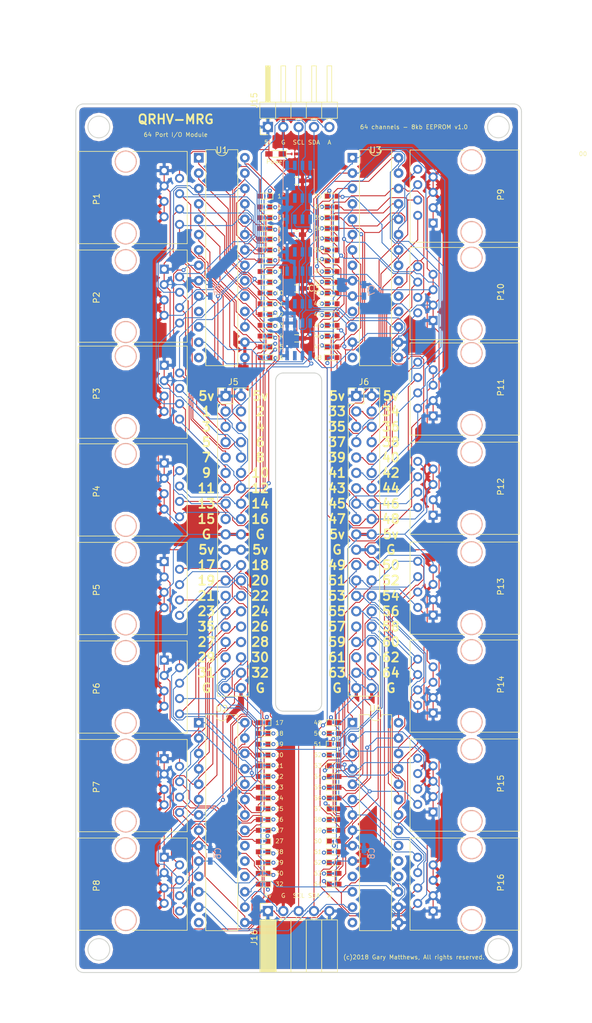
<source format=kicad_pcb>
(kicad_pcb (version 4) (host pcbnew 4.0.7-e2-6376~58~ubuntu16.04.1)

  (general
    (links 480)
    (no_connects 0)
    (area 20.993237 2.38 122.864286 172.880001)
    (thickness 1.6002)
    (drawings 188)
    (tracks 2548)
    (zones 0)
    (modules 166)
    (nets 151)
  )

  (page A4)
  (layers
    (0 F.Cu signal)
    (31 B.Cu signal)
    (34 B.Paste user)
    (35 F.Paste user)
    (36 B.SilkS user)
    (37 F.SilkS user)
    (38 B.Mask user)
    (39 F.Mask user)
    (41 Cmts.User user)
    (44 Edge.Cuts user)
    (45 Margin user)
    (46 B.CrtYd user)
    (47 F.CrtYd user)
  )

  (setup
    (last_trace_width 0.1524)
    (trace_clearance 0.1524)
    (zone_clearance 0.508)
    (zone_45_only no)
    (trace_min 0.1524)
    (segment_width 0.2)
    (edge_width 0.15)
    (via_size 0.6858)
    (via_drill 0.3302)
    (via_min_size 0.6858)
    (via_min_drill 0.3302)
    (uvia_size 0.6858)
    (uvia_drill 0.3302)
    (uvias_allowed no)
    (uvia_min_size 0)
    (uvia_min_drill 0)
    (pcb_text_width 0.3)
    (pcb_text_size 1.5 1.5)
    (mod_edge_width 0.15)
    (mod_text_size 1 1)
    (mod_text_width 0.15)
    (pad_size 1.524 1.524)
    (pad_drill 0.762)
    (pad_to_mask_clearance 0.0508)
    (aux_axis_origin 33.02 19.05)
    (grid_origin 33.02 19.05)
    (visible_elements FFFFFFFF)
    (pcbplotparams
      (layerselection 0x010e0_80000001)
      (usegerberextensions false)
      (excludeedgelayer true)
      (linewidth 0.100000)
      (plotframeref false)
      (viasonmask false)
      (mode 1)
      (useauxorigin false)
      (hpglpennumber 1)
      (hpglpenspeed 20)
      (hpglpendiameter 15)
      (hpglpenoverlay 2)
      (psnegative false)
      (psa4output false)
      (plotreference true)
      (plotvalue true)
      (plotinvisibletext false)
      (padsonsilk false)
      (subtractmaskfromsilk false)
      (outputformat 1)
      (mirror false)
      (drillshape 0)
      (scaleselection 1)
      (outputdirectory gerber/))
  )

  (net 0 "")
  (net 1 +5V)
  (net 2 GND)
  (net 3 /P_1)
  (net 4 /P_2)
  (net 5 /P_3)
  (net 6 /P_4)
  (net 7 /P_5)
  (net 8 /P_6)
  (net 9 /P_7)
  (net 10 /P_8)
  (net 11 /P_9)
  (net 12 /P_10)
  (net 13 /P_11)
  (net 14 /P_12)
  (net 15 /P_13)
  (net 16 /P_14)
  (net 17 /P_15)
  (net 18 /P_16)
  (net 19 /P_17)
  (net 20 /P_18)
  (net 21 /P_19)
  (net 22 /P_20)
  (net 23 /P_21)
  (net 24 /P_22)
  (net 25 /P_23)
  (net 26 /P_24)
  (net 27 /P_25)
  (net 28 /P_26)
  (net 29 /P_27)
  (net 30 /P_28)
  (net 31 /P_29)
  (net 32 /P_30)
  (net 33 /P_31)
  (net 34 /P_32)
  (net 35 /P_33)
  (net 36 /P_34)
  (net 37 /P_35)
  (net 38 /P_36)
  (net 39 /P_37)
  (net 40 /P_38)
  (net 41 /P_39)
  (net 42 /P_40)
  (net 43 /P_41)
  (net 44 /P_42)
  (net 45 /P_43)
  (net 46 /P_44)
  (net 47 /P_45)
  (net 48 /P_46)
  (net 49 /P_47)
  (net 50 /P_48)
  (net 51 /P_49)
  (net 52 /P_50)
  (net 53 /P_51)
  (net 54 /P_52)
  (net 55 /P_53)
  (net 56 /P_54)
  (net 57 /P_55)
  (net 58 /P_56)
  (net 59 /P_57)
  (net 60 /P_58)
  (net 61 /P_59)
  (net 62 /P_60)
  (net 63 /P_61)
  (net 64 /P_62)
  (net 65 /P_63)
  (net 66 /P_64)
  (net 67 /SCL)
  (net 68 /SDA)
  (net 69 /Addr)
  (net 70 "Net-(U1-Pad18)")
  (net 71 "Net-(U1-Pad19)")
  (net 72 "Net-(U1-Pad20)")
  (net 73 "Net-(U2-Pad18)")
  (net 74 "Net-(U2-Pad19)")
  (net 75 "Net-(U2-Pad20)")
  (net 76 "Net-(U3-Pad18)")
  (net 77 "Net-(U3-Pad19)")
  (net 78 "Net-(U3-Pad20)")
  (net 79 "Net-(U4-Pad18)")
  (net 80 "Net-(U4-Pad19)")
  (net 81 "Net-(U4-Pad20)")
  (net 82 "Net-(U5-Pad7)")
  (net 83 "Net-(U6-Pad7)")
  (net 84 "Net-(U7-Pad7)")
  (net 85 "Net-(U8-Pad7)")
  (net 86 "Net-(D1-Pad1)")
  (net 87 "Net-(D2-Pad1)")
  (net 88 "Net-(D3-Pad1)")
  (net 89 "Net-(D4-Pad1)")
  (net 90 "Net-(D5-Pad1)")
  (net 91 "Net-(D6-Pad1)")
  (net 92 "Net-(D7-Pad1)")
  (net 93 "Net-(D8-Pad1)")
  (net 94 "Net-(D9-Pad1)")
  (net 95 "Net-(D10-Pad1)")
  (net 96 "Net-(D11-Pad1)")
  (net 97 "Net-(D12-Pad1)")
  (net 98 "Net-(D13-Pad1)")
  (net 99 "Net-(D14-Pad1)")
  (net 100 "Net-(D15-Pad1)")
  (net 101 "Net-(D16-Pad1)")
  (net 102 "Net-(D17-Pad1)")
  (net 103 "Net-(D18-Pad1)")
  (net 104 "Net-(D19-Pad1)")
  (net 105 "Net-(D20-Pad1)")
  (net 106 "Net-(D21-Pad1)")
  (net 107 "Net-(D22-Pad1)")
  (net 108 "Net-(D23-Pad1)")
  (net 109 "Net-(D24-Pad1)")
  (net 110 "Net-(D25-Pad1)")
  (net 111 "Net-(D26-Pad1)")
  (net 112 "Net-(D27-Pad1)")
  (net 113 "Net-(D28-Pad1)")
  (net 114 "Net-(D29-Pad1)")
  (net 115 "Net-(D30-Pad1)")
  (net 116 "Net-(D31-Pad1)")
  (net 117 "Net-(D32-Pad1)")
  (net 118 "Net-(D33-Pad1)")
  (net 119 "Net-(D34-Pad1)")
  (net 120 "Net-(D35-Pad1)")
  (net 121 "Net-(D36-Pad1)")
  (net 122 "Net-(D37-Pad1)")
  (net 123 "Net-(D38-Pad1)")
  (net 124 "Net-(D39-Pad1)")
  (net 125 "Net-(D40-Pad1)")
  (net 126 "Net-(D41-Pad1)")
  (net 127 "Net-(D42-Pad1)")
  (net 128 "Net-(D43-Pad1)")
  (net 129 "Net-(D44-Pad1)")
  (net 130 "Net-(D45-Pad1)")
  (net 131 "Net-(D46-Pad1)")
  (net 132 "Net-(D47-Pad1)")
  (net 133 "Net-(D48-Pad1)")
  (net 134 "Net-(D49-Pad1)")
  (net 135 "Net-(D50-Pad1)")
  (net 136 "Net-(D51-Pad1)")
  (net 137 "Net-(D52-Pad1)")
  (net 138 "Net-(D53-Pad1)")
  (net 139 "Net-(D54-Pad1)")
  (net 140 "Net-(D55-Pad1)")
  (net 141 "Net-(D56-Pad1)")
  (net 142 "Net-(D57-Pad1)")
  (net 143 "Net-(D58-Pad1)")
  (net 144 "Net-(D59-Pad1)")
  (net 145 "Net-(D60-Pad1)")
  (net 146 "Net-(D61-Pad1)")
  (net 147 "Net-(D62-Pad1)")
  (net 148 "Net-(D63-Pad1)")
  (net 149 "Net-(D64-Pad1)")
  (net 150 "Net-(D65-Pad1)")

  (net_class Default "This is the default net class."
    (clearance 0.1524)
    (trace_width 0.1524)
    (via_dia 0.6858)
    (via_drill 0.3302)
    (uvia_dia 0.6858)
    (uvia_drill 0.3302)
    (add_net +5V)
    (add_net /Addr)
    (add_net /P_1)
    (add_net /P_10)
    (add_net /P_11)
    (add_net /P_12)
    (add_net /P_13)
    (add_net /P_14)
    (add_net /P_15)
    (add_net /P_16)
    (add_net /P_17)
    (add_net /P_18)
    (add_net /P_19)
    (add_net /P_2)
    (add_net /P_20)
    (add_net /P_21)
    (add_net /P_22)
    (add_net /P_23)
    (add_net /P_24)
    (add_net /P_25)
    (add_net /P_26)
    (add_net /P_27)
    (add_net /P_28)
    (add_net /P_29)
    (add_net /P_3)
    (add_net /P_30)
    (add_net /P_31)
    (add_net /P_32)
    (add_net /P_33)
    (add_net /P_34)
    (add_net /P_35)
    (add_net /P_36)
    (add_net /P_37)
    (add_net /P_38)
    (add_net /P_39)
    (add_net /P_4)
    (add_net /P_40)
    (add_net /P_41)
    (add_net /P_42)
    (add_net /P_43)
    (add_net /P_44)
    (add_net /P_45)
    (add_net /P_46)
    (add_net /P_47)
    (add_net /P_48)
    (add_net /P_49)
    (add_net /P_5)
    (add_net /P_50)
    (add_net /P_51)
    (add_net /P_52)
    (add_net /P_53)
    (add_net /P_54)
    (add_net /P_55)
    (add_net /P_56)
    (add_net /P_57)
    (add_net /P_58)
    (add_net /P_59)
    (add_net /P_6)
    (add_net /P_60)
    (add_net /P_61)
    (add_net /P_62)
    (add_net /P_63)
    (add_net /P_64)
    (add_net /P_7)
    (add_net /P_8)
    (add_net /P_9)
    (add_net /SCL)
    (add_net /SDA)
    (add_net GND)
    (add_net "Net-(D1-Pad1)")
    (add_net "Net-(D10-Pad1)")
    (add_net "Net-(D11-Pad1)")
    (add_net "Net-(D12-Pad1)")
    (add_net "Net-(D13-Pad1)")
    (add_net "Net-(D14-Pad1)")
    (add_net "Net-(D15-Pad1)")
    (add_net "Net-(D16-Pad1)")
    (add_net "Net-(D17-Pad1)")
    (add_net "Net-(D18-Pad1)")
    (add_net "Net-(D19-Pad1)")
    (add_net "Net-(D2-Pad1)")
    (add_net "Net-(D20-Pad1)")
    (add_net "Net-(D21-Pad1)")
    (add_net "Net-(D22-Pad1)")
    (add_net "Net-(D23-Pad1)")
    (add_net "Net-(D24-Pad1)")
    (add_net "Net-(D25-Pad1)")
    (add_net "Net-(D26-Pad1)")
    (add_net "Net-(D27-Pad1)")
    (add_net "Net-(D28-Pad1)")
    (add_net "Net-(D29-Pad1)")
    (add_net "Net-(D3-Pad1)")
    (add_net "Net-(D30-Pad1)")
    (add_net "Net-(D31-Pad1)")
    (add_net "Net-(D32-Pad1)")
    (add_net "Net-(D33-Pad1)")
    (add_net "Net-(D34-Pad1)")
    (add_net "Net-(D35-Pad1)")
    (add_net "Net-(D36-Pad1)")
    (add_net "Net-(D37-Pad1)")
    (add_net "Net-(D38-Pad1)")
    (add_net "Net-(D39-Pad1)")
    (add_net "Net-(D4-Pad1)")
    (add_net "Net-(D40-Pad1)")
    (add_net "Net-(D41-Pad1)")
    (add_net "Net-(D42-Pad1)")
    (add_net "Net-(D43-Pad1)")
    (add_net "Net-(D44-Pad1)")
    (add_net "Net-(D45-Pad1)")
    (add_net "Net-(D46-Pad1)")
    (add_net "Net-(D47-Pad1)")
    (add_net "Net-(D48-Pad1)")
    (add_net "Net-(D49-Pad1)")
    (add_net "Net-(D5-Pad1)")
    (add_net "Net-(D50-Pad1)")
    (add_net "Net-(D51-Pad1)")
    (add_net "Net-(D52-Pad1)")
    (add_net "Net-(D53-Pad1)")
    (add_net "Net-(D54-Pad1)")
    (add_net "Net-(D55-Pad1)")
    (add_net "Net-(D56-Pad1)")
    (add_net "Net-(D57-Pad1)")
    (add_net "Net-(D58-Pad1)")
    (add_net "Net-(D59-Pad1)")
    (add_net "Net-(D6-Pad1)")
    (add_net "Net-(D60-Pad1)")
    (add_net "Net-(D61-Pad1)")
    (add_net "Net-(D62-Pad1)")
    (add_net "Net-(D63-Pad1)")
    (add_net "Net-(D64-Pad1)")
    (add_net "Net-(D65-Pad1)")
    (add_net "Net-(D7-Pad1)")
    (add_net "Net-(D8-Pad1)")
    (add_net "Net-(D9-Pad1)")
    (add_net "Net-(U1-Pad18)")
    (add_net "Net-(U1-Pad19)")
    (add_net "Net-(U1-Pad20)")
    (add_net "Net-(U2-Pad18)")
    (add_net "Net-(U2-Pad19)")
    (add_net "Net-(U2-Pad20)")
    (add_net "Net-(U3-Pad18)")
    (add_net "Net-(U3-Pad19)")
    (add_net "Net-(U3-Pad20)")
    (add_net "Net-(U4-Pad18)")
    (add_net "Net-(U4-Pad19)")
    (add_net "Net-(U4-Pad20)")
    (add_net "Net-(U5-Pad7)")
    (add_net "Net-(U6-Pad7)")
    (add_net "Net-(U7-Pad7)")
    (add_net "Net-(U8-Pad7)")
  )

  (module Housings_SOIC:SOIC-8_3.9x4.9mm_Pitch1.27mm (layer B.Cu) (tedit 5B23E8F5) (tstamp 5B1FF1DB)
    (at 69.85 31.91 270)
    (descr "8-Lead Plastic Small Outline (SN) - Narrow, 3.90 mm Body [SOIC] (see Microchip Packaging Specification 00000049BS.pdf)")
    (tags "SOIC 1.27")
    (path /5B20CAB0)
    (attr smd)
    (fp_text reference U6 (at 0 0 270) (layer B.SilkS) hide
      (effects (font (size 1 1) (thickness 0.15)) (justify mirror))
    )
    (fp_text value 24LC16 (at 0 -3.5 270) (layer B.Fab)
      (effects (font (size 1 1) (thickness 0.15)) (justify mirror))
    )
    (fp_text user %R (at 0 0 270) (layer B.Fab)
      (effects (font (size 1 1) (thickness 0.15)) (justify mirror))
    )
    (fp_line (start -0.95 2.45) (end 1.95 2.45) (layer B.Fab) (width 0.1))
    (fp_line (start 1.95 2.45) (end 1.95 -2.45) (layer B.Fab) (width 0.1))
    (fp_line (start 1.95 -2.45) (end -1.95 -2.45) (layer B.Fab) (width 0.1))
    (fp_line (start -1.95 -2.45) (end -1.95 1.45) (layer B.Fab) (width 0.1))
    (fp_line (start -1.95 1.45) (end -0.95 2.45) (layer B.Fab) (width 0.1))
    (fp_line (start -3.73 2.7) (end -3.73 -2.7) (layer B.CrtYd) (width 0.05))
    (fp_line (start 3.73 2.7) (end 3.73 -2.7) (layer B.CrtYd) (width 0.05))
    (fp_line (start -3.73 2.7) (end 3.73 2.7) (layer B.CrtYd) (width 0.05))
    (fp_line (start -3.73 -2.7) (end 3.73 -2.7) (layer B.CrtYd) (width 0.05))
    (fp_line (start -2.075 2.575) (end -2.075 2.525) (layer B.SilkS) (width 0.15))
    (fp_line (start 2.075 2.575) (end 2.075 2.43) (layer B.SilkS) (width 0.15))
    (fp_line (start 2.075 -2.575) (end 2.075 -2.43) (layer B.SilkS) (width 0.15))
    (fp_line (start -2.075 -2.575) (end -2.075 -2.43) (layer B.SilkS) (width 0.15))
    (fp_line (start -2.075 2.575) (end 2.075 2.575) (layer B.SilkS) (width 0.15))
    (fp_line (start -2.075 -2.575) (end 2.075 -2.575) (layer B.SilkS) (width 0.15))
    (fp_line (start -2.075 2.525) (end -3.475 2.525) (layer B.SilkS) (width 0.15))
    (pad 1 smd rect (at -2.7 1.905 270) (size 1.55 0.6) (layers B.Cu B.Paste B.Mask)
      (net 2 GND))
    (pad 2 smd rect (at -2.7 0.635 270) (size 1.55 0.6) (layers B.Cu B.Paste B.Mask)
      (net 2 GND))
    (pad 3 smd rect (at -2.7 -0.635 270) (size 1.55 0.6) (layers B.Cu B.Paste B.Mask)
      (net 69 /Addr))
    (pad 4 smd rect (at -2.7 -1.905 270) (size 1.55 0.6) (layers B.Cu B.Paste B.Mask)
      (net 2 GND))
    (pad 5 smd rect (at 2.7 -1.905 270) (size 1.55 0.6) (layers B.Cu B.Paste B.Mask)
      (net 68 /SDA))
    (pad 6 smd rect (at 2.7 -0.635 270) (size 1.55 0.6) (layers B.Cu B.Paste B.Mask)
      (net 67 /SCL))
    (pad 7 smd rect (at 2.7 0.635 270) (size 1.55 0.6) (layers B.Cu B.Paste B.Mask)
      (net 83 "Net-(U6-Pad7)"))
    (pad 8 smd rect (at 2.7 1.905 270) (size 1.55 0.6) (layers B.Cu B.Paste B.Mask)
      (net 1 +5V))
    (model ${KISYS3DMOD}/Housings_SOIC.3dshapes/SOIC-8_3.9x4.9mm_Pitch1.27mm.wrl
      (at (xyz 0 0 0))
      (scale (xyz 1 1 1))
      (rotate (xyz 0 0 0))
    )
  )

  (module Capacitors_SMD:C_0603_HandSoldering (layer F.Cu) (tedit 5B23E8B7) (tstamp 5B1FEFE9)
    (at 69.535 31.75)
    (descr "Capacitor SMD 0603, hand soldering")
    (tags "capacitor 0603")
    (path /5B20D3EB)
    (attr smd)
    (fp_text reference C1 (at 0.315 1.27) (layer F.SilkS) hide
      (effects (font (size 1 1) (thickness 0.15)))
    )
    (fp_text value 10nf (at 0 1.5) (layer F.Fab)
      (effects (font (size 1 1) (thickness 0.15)))
    )
    (fp_text user %R (at 0 -1.25) (layer F.Fab)
      (effects (font (size 1 1) (thickness 0.15)))
    )
    (fp_line (start -0.8 0.4) (end -0.8 -0.4) (layer F.Fab) (width 0.1))
    (fp_line (start 0.8 0.4) (end -0.8 0.4) (layer F.Fab) (width 0.1))
    (fp_line (start 0.8 -0.4) (end 0.8 0.4) (layer F.Fab) (width 0.1))
    (fp_line (start -0.8 -0.4) (end 0.8 -0.4) (layer F.Fab) (width 0.1))
    (fp_line (start -0.35 -0.6) (end 0.35 -0.6) (layer F.SilkS) (width 0.12))
    (fp_line (start 0.35 0.6) (end -0.35 0.6) (layer F.SilkS) (width 0.12))
    (fp_line (start -1.8 -0.65) (end 1.8 -0.65) (layer F.CrtYd) (width 0.05))
    (fp_line (start -1.8 -0.65) (end -1.8 0.65) (layer F.CrtYd) (width 0.05))
    (fp_line (start 1.8 0.65) (end 1.8 -0.65) (layer F.CrtYd) (width 0.05))
    (fp_line (start 1.8 0.65) (end -1.8 0.65) (layer F.CrtYd) (width 0.05))
    (pad 1 smd rect (at -0.95 0) (size 1.2 0.75) (layers F.Cu F.Paste F.Mask)
      (net 1 +5V))
    (pad 2 smd rect (at 0.95 0) (size 1.2 0.75) (layers F.Cu F.Paste F.Mask)
      (net 2 GND))
    (model Capacitors_SMD.3dshapes/C_0603.wrl
      (at (xyz 0 0 0))
      (scale (xyz 1 1 1))
      (rotate (xyz 0 0 0))
    )
  )

  (module Capacitors_SMD:C_0603_HandSoldering (layer F.Cu) (tedit 58AA848B) (tstamp 5B1FEFF5)
    (at 69.535 49.53)
    (descr "Capacitor SMD 0603, hand soldering")
    (tags "capacitor 0603")
    (path /5B20D6B3)
    (attr smd)
    (fp_text reference C3 (at 2.855 0) (layer F.SilkS)
      (effects (font (size 1 1) (thickness 0.15)))
    )
    (fp_text value 10nf (at 0 1.5) (layer F.Fab)
      (effects (font (size 1 1) (thickness 0.15)))
    )
    (fp_text user %R (at 0 -1.25) (layer F.Fab)
      (effects (font (size 1 1) (thickness 0.15)))
    )
    (fp_line (start -0.8 0.4) (end -0.8 -0.4) (layer F.Fab) (width 0.1))
    (fp_line (start 0.8 0.4) (end -0.8 0.4) (layer F.Fab) (width 0.1))
    (fp_line (start 0.8 -0.4) (end 0.8 0.4) (layer F.Fab) (width 0.1))
    (fp_line (start -0.8 -0.4) (end 0.8 -0.4) (layer F.Fab) (width 0.1))
    (fp_line (start -0.35 -0.6) (end 0.35 -0.6) (layer F.SilkS) (width 0.12))
    (fp_line (start 0.35 0.6) (end -0.35 0.6) (layer F.SilkS) (width 0.12))
    (fp_line (start -1.8 -0.65) (end 1.8 -0.65) (layer F.CrtYd) (width 0.05))
    (fp_line (start -1.8 -0.65) (end -1.8 0.65) (layer F.CrtYd) (width 0.05))
    (fp_line (start 1.8 0.65) (end 1.8 -0.65) (layer F.CrtYd) (width 0.05))
    (fp_line (start 1.8 0.65) (end -1.8 0.65) (layer F.CrtYd) (width 0.05))
    (pad 1 smd rect (at -0.95 0) (size 1.2 0.75) (layers F.Cu F.Paste F.Mask)
      (net 1 +5V))
    (pad 2 smd rect (at 0.95 0) (size 1.2 0.75) (layers F.Cu F.Paste F.Mask)
      (net 2 GND))
    (model Capacitors_SMD.3dshapes/C_0603.wrl
      (at (xyz 0 0 0))
      (scale (xyz 1 1 1))
      (rotate (xyz 0 0 0))
    )
  )

  (module Capacitors_SMD:C_0603_HandSoldering (layer F.Cu) (tedit 5B23E8AE) (tstamp 5B1FEFEF)
    (at 69.535 40.64)
    (descr "Capacitor SMD 0603, hand soldering")
    (tags "capacitor 0603")
    (path /5B20D474)
    (attr smd)
    (fp_text reference C2 (at 0.315 1.27) (layer F.SilkS) hide
      (effects (font (size 1 1) (thickness 0.15)))
    )
    (fp_text value 10nf (at 0 1.5) (layer F.Fab)
      (effects (font (size 1 1) (thickness 0.15)))
    )
    (fp_text user %R (at 0 -1.25) (layer F.Fab)
      (effects (font (size 1 1) (thickness 0.15)))
    )
    (fp_line (start -0.8 0.4) (end -0.8 -0.4) (layer F.Fab) (width 0.1))
    (fp_line (start 0.8 0.4) (end -0.8 0.4) (layer F.Fab) (width 0.1))
    (fp_line (start 0.8 -0.4) (end 0.8 0.4) (layer F.Fab) (width 0.1))
    (fp_line (start -0.8 -0.4) (end 0.8 -0.4) (layer F.Fab) (width 0.1))
    (fp_line (start -0.35 -0.6) (end 0.35 -0.6) (layer F.SilkS) (width 0.12))
    (fp_line (start 0.35 0.6) (end -0.35 0.6) (layer F.SilkS) (width 0.12))
    (fp_line (start -1.8 -0.65) (end 1.8 -0.65) (layer F.CrtYd) (width 0.05))
    (fp_line (start -1.8 -0.65) (end -1.8 0.65) (layer F.CrtYd) (width 0.05))
    (fp_line (start 1.8 0.65) (end 1.8 -0.65) (layer F.CrtYd) (width 0.05))
    (fp_line (start 1.8 0.65) (end -1.8 0.65) (layer F.CrtYd) (width 0.05))
    (pad 1 smd rect (at -0.95 0) (size 1.2 0.75) (layers F.Cu F.Paste F.Mask)
      (net 1 +5V))
    (pad 2 smd rect (at 0.95 0) (size 1.2 0.75) (layers F.Cu F.Paste F.Mask)
      (net 2 GND))
    (model Capacitors_SMD.3dshapes/C_0603.wrl
      (at (xyz 0 0 0))
      (scale (xyz 1 1 1))
      (rotate (xyz 0 0 0))
    )
  )

  (module Connectors:RJ45_8 (layer F.Cu) (tedit 5B20F13E) (tstamp 5B1FF025)
    (at 47.625 62.23 270)
    (tags RJ45)
    (path /5B208B6C)
    (fp_text reference P3 (at 4.7 11.18 270) (layer F.SilkS)
      (effects (font (size 1 1) (thickness 0.15)))
    )
    (fp_text value RJ45 (at 4.59 6.25 270) (layer F.Fab)
      (effects (font (size 1 1) (thickness 0.15)))
    )
    (fp_line (start -3.17 14.22) (end 12.07 14.22) (layer F.SilkS) (width 0.12))
    (fp_line (start 12.07 -3.81) (end 12.06 5.18) (layer F.SilkS) (width 0.12))
    (fp_line (start 12.07 -3.81) (end -3.17 -3.81) (layer F.SilkS) (width 0.12))
    (fp_line (start -3.17 -3.81) (end -3.17 5.19) (layer F.SilkS) (width 0.12))
    (fp_line (start 12.06 7.52) (end 12.07 14.22) (layer F.SilkS) (width 0.12))
    (fp_line (start -3.17 7.51) (end -3.17 14.22) (layer F.SilkS) (width 0.12))
    (fp_line (start -3.56 -4.06) (end 12.46 -4.06) (layer F.CrtYd) (width 0.05))
    (fp_line (start -3.56 -4.06) (end -3.56 14.47) (layer F.CrtYd) (width 0.05))
    (fp_line (start 12.46 14.47) (end 12.46 -4.06) (layer F.CrtYd) (width 0.05))
    (fp_line (start 12.46 14.47) (end -3.56 14.47) (layer F.CrtYd) (width 0.05))
    (pad Hole np_thru_hole circle (at 10.38 6.35 270) (size 3.65 3.65) (drill 3.25) (layers *.Cu *.SilkS *.Mask))
    (pad Hole np_thru_hole circle (at -1.49 6.35 270) (size 3.65 3.65) (drill 3.25) (layers *.Cu *.SilkS *.Mask))
    (pad 1 thru_hole rect (at 0 0 270) (size 1.5 1.5) (drill 0.9) (layers *.Cu *.Mask)
      (net 1 +5V))
    (pad 2 thru_hole circle (at 1.27 -2.54 270) (size 1.5 1.5) (drill 0.9) (layers *.Cu *.Mask)
      (net 11 /P_9))
    (pad 3 thru_hole circle (at 2.54 0 270) (size 1.5 1.5) (drill 0.9) (layers *.Cu *.Mask)
      (net 1 +5V))
    (pad 4 thru_hole circle (at 3.81 -2.54 270) (size 1.5 1.5) (drill 0.9) (layers *.Cu *.Mask)
      (net 12 /P_10))
    (pad 5 thru_hole circle (at 5.08 0 270) (size 1.5 1.5) (drill 0.9) (layers *.Cu *.Mask)
      (net 2 GND))
    (pad 6 thru_hole circle (at 6.35 -2.54 270) (size 1.5 1.5) (drill 0.9) (layers *.Cu *.Mask)
      (net 13 /P_11))
    (pad 7 thru_hole circle (at 7.62 0 270) (size 1.5 1.5) (drill 0.9) (layers *.Cu *.Mask)
      (net 2 GND))
    (pad 8 thru_hole circle (at 8.89 -2.54 270) (size 1.5 1.5) (drill 0.9) (layers *.Cu *.Mask)
      (net 14 /P_12))
    (model ${KISYS3DMOD}/Connectors.3dshapes/RJ45_8.wrl
      (at (xyz 0.18 -0.25 0))
      (scale (xyz 0.4 0.4 0.4))
      (rotate (xyz 0 0 0))
    )
  )

  (module Housings_DIP:DIP-28_W7.62mm (layer F.Cu) (tedit 59C78D6B) (tstamp 5B1FF163)
    (at 53.34 27.94)
    (descr "28-lead though-hole mounted DIP package, row spacing 7.62 mm (300 mils)")
    (tags "THT DIP DIL PDIP 2.54mm 7.62mm 300mil")
    (path /5B20BDCE)
    (fp_text reference U1 (at 3.81 -1.27) (layer F.SilkS)
      (effects (font (size 1 1) (thickness 0.15)))
    )
    (fp_text value MCP23017 (at 3.81 35.35) (layer F.Fab)
      (effects (font (size 1 1) (thickness 0.15)))
    )
    (fp_arc (start 3.81 -1.33) (end 2.81 -1.33) (angle -180) (layer F.SilkS) (width 0.12))
    (fp_line (start 1.635 -1.27) (end 6.985 -1.27) (layer F.Fab) (width 0.1))
    (fp_line (start 6.985 -1.27) (end 6.985 34.29) (layer F.Fab) (width 0.1))
    (fp_line (start 6.985 34.29) (end 0.635 34.29) (layer F.Fab) (width 0.1))
    (fp_line (start 0.635 34.29) (end 0.635 -0.27) (layer F.Fab) (width 0.1))
    (fp_line (start 0.635 -0.27) (end 1.635 -1.27) (layer F.Fab) (width 0.1))
    (fp_line (start 2.81 -1.33) (end 1.16 -1.33) (layer F.SilkS) (width 0.12))
    (fp_line (start 1.16 -1.33) (end 1.16 34.35) (layer F.SilkS) (width 0.12))
    (fp_line (start 1.16 34.35) (end 6.46 34.35) (layer F.SilkS) (width 0.12))
    (fp_line (start 6.46 34.35) (end 6.46 -1.33) (layer F.SilkS) (width 0.12))
    (fp_line (start 6.46 -1.33) (end 4.81 -1.33) (layer F.SilkS) (width 0.12))
    (fp_line (start -1.1 -1.55) (end -1.1 34.55) (layer F.CrtYd) (width 0.05))
    (fp_line (start -1.1 34.55) (end 8.7 34.55) (layer F.CrtYd) (width 0.05))
    (fp_line (start 8.7 34.55) (end 8.7 -1.55) (layer F.CrtYd) (width 0.05))
    (fp_line (start 8.7 -1.55) (end -1.1 -1.55) (layer F.CrtYd) (width 0.05))
    (fp_text user %R (at 3.81 16.51) (layer F.Fab)
      (effects (font (size 1 1) (thickness 0.15)))
    )
    (pad 1 thru_hole rect (at 0 0) (size 1.6 1.6) (drill 0.8) (layers *.Cu *.Mask)
      (net 11 /P_9))
    (pad 15 thru_hole oval (at 7.62 33.02) (size 1.6 1.6) (drill 0.8) (layers *.Cu *.Mask)
      (net 2 GND))
    (pad 2 thru_hole oval (at 0 2.54) (size 1.6 1.6) (drill 0.8) (layers *.Cu *.Mask)
      (net 12 /P_10))
    (pad 16 thru_hole oval (at 7.62 30.48) (size 1.6 1.6) (drill 0.8) (layers *.Cu *.Mask)
      (net 2 GND))
    (pad 3 thru_hole oval (at 0 5.08) (size 1.6 1.6) (drill 0.8) (layers *.Cu *.Mask)
      (net 13 /P_11))
    (pad 17 thru_hole oval (at 7.62 27.94) (size 1.6 1.6) (drill 0.8) (layers *.Cu *.Mask)
      (net 69 /Addr))
    (pad 4 thru_hole oval (at 0 7.62) (size 1.6 1.6) (drill 0.8) (layers *.Cu *.Mask)
      (net 14 /P_12))
    (pad 18 thru_hole oval (at 7.62 25.4) (size 1.6 1.6) (drill 0.8) (layers *.Cu *.Mask)
      (net 70 "Net-(U1-Pad18)"))
    (pad 5 thru_hole oval (at 0 10.16) (size 1.6 1.6) (drill 0.8) (layers *.Cu *.Mask)
      (net 15 /P_13))
    (pad 19 thru_hole oval (at 7.62 22.86) (size 1.6 1.6) (drill 0.8) (layers *.Cu *.Mask)
      (net 71 "Net-(U1-Pad19)"))
    (pad 6 thru_hole oval (at 0 12.7) (size 1.6 1.6) (drill 0.8) (layers *.Cu *.Mask)
      (net 16 /P_14))
    (pad 20 thru_hole oval (at 7.62 20.32) (size 1.6 1.6) (drill 0.8) (layers *.Cu *.Mask)
      (net 72 "Net-(U1-Pad20)"))
    (pad 7 thru_hole oval (at 0 15.24) (size 1.6 1.6) (drill 0.8) (layers *.Cu *.Mask)
      (net 17 /P_15))
    (pad 21 thru_hole oval (at 7.62 17.78) (size 1.6 1.6) (drill 0.8) (layers *.Cu *.Mask)
      (net 3 /P_1))
    (pad 8 thru_hole oval (at 0 17.78) (size 1.6 1.6) (drill 0.8) (layers *.Cu *.Mask)
      (net 18 /P_16))
    (pad 22 thru_hole oval (at 7.62 15.24) (size 1.6 1.6) (drill 0.8) (layers *.Cu *.Mask)
      (net 4 /P_2))
    (pad 9 thru_hole oval (at 0 20.32) (size 1.6 1.6) (drill 0.8) (layers *.Cu *.Mask)
      (net 1 +5V))
    (pad 23 thru_hole oval (at 7.62 12.7) (size 1.6 1.6) (drill 0.8) (layers *.Cu *.Mask)
      (net 5 /P_3))
    (pad 10 thru_hole oval (at 0 22.86) (size 1.6 1.6) (drill 0.8) (layers *.Cu *.Mask)
      (net 2 GND))
    (pad 24 thru_hole oval (at 7.62 10.16) (size 1.6 1.6) (drill 0.8) (layers *.Cu *.Mask)
      (net 6 /P_4))
    (pad 11 thru_hole oval (at 0 25.4) (size 1.6 1.6) (drill 0.8) (layers *.Cu *.Mask))
    (pad 25 thru_hole oval (at 7.62 7.62) (size 1.6 1.6) (drill 0.8) (layers *.Cu *.Mask)
      (net 7 /P_5))
    (pad 12 thru_hole oval (at 0 27.94) (size 1.6 1.6) (drill 0.8) (layers *.Cu *.Mask)
      (net 67 /SCL))
    (pad 26 thru_hole oval (at 7.62 5.08) (size 1.6 1.6) (drill 0.8) (layers *.Cu *.Mask)
      (net 8 /P_6))
    (pad 13 thru_hole oval (at 0 30.48) (size 1.6 1.6) (drill 0.8) (layers *.Cu *.Mask)
      (net 68 /SDA))
    (pad 27 thru_hole oval (at 7.62 2.54) (size 1.6 1.6) (drill 0.8) (layers *.Cu *.Mask)
      (net 9 /P_7))
    (pad 14 thru_hole oval (at 0 33.02) (size 1.6 1.6) (drill 0.8) (layers *.Cu *.Mask))
    (pad 28 thru_hole oval (at 7.62 0) (size 1.6 1.6) (drill 0.8) (layers *.Cu *.Mask)
      (net 10 /P_8))
    (model ${KISYS3DMOD}/Housings_DIP.3dshapes/DIP-28_W7.62mm.wrl
      (at (xyz 0 0 0))
      (scale (xyz 1 1 1))
      (rotate (xyz 0 0 0))
    )
  )

  (module Capacitors_SMD:C_0603_HandSoldering (layer F.Cu) (tedit 5B23E8CB) (tstamp 5B1FEFFB)
    (at 69.535 57.785)
    (descr "Capacitor SMD 0603, hand soldering")
    (tags "capacitor 0603")
    (path /5B20D6B9)
    (attr smd)
    (fp_text reference C4 (at 0.95 -1.27) (layer F.SilkS) hide
      (effects (font (size 1 1) (thickness 0.15)))
    )
    (fp_text value 10nf (at 0 1.5) (layer F.Fab)
      (effects (font (size 1 1) (thickness 0.15)))
    )
    (fp_text user %R (at 0 -1.25) (layer F.Fab)
      (effects (font (size 1 1) (thickness 0.15)))
    )
    (fp_line (start -0.8 0.4) (end -0.8 -0.4) (layer F.Fab) (width 0.1))
    (fp_line (start 0.8 0.4) (end -0.8 0.4) (layer F.Fab) (width 0.1))
    (fp_line (start 0.8 -0.4) (end 0.8 0.4) (layer F.Fab) (width 0.1))
    (fp_line (start -0.8 -0.4) (end 0.8 -0.4) (layer F.Fab) (width 0.1))
    (fp_line (start -0.35 -0.6) (end 0.35 -0.6) (layer F.SilkS) (width 0.12))
    (fp_line (start 0.35 0.6) (end -0.35 0.6) (layer F.SilkS) (width 0.12))
    (fp_line (start -1.8 -0.65) (end 1.8 -0.65) (layer F.CrtYd) (width 0.05))
    (fp_line (start -1.8 -0.65) (end -1.8 0.65) (layer F.CrtYd) (width 0.05))
    (fp_line (start 1.8 0.65) (end 1.8 -0.65) (layer F.CrtYd) (width 0.05))
    (fp_line (start 1.8 0.65) (end -1.8 0.65) (layer F.CrtYd) (width 0.05))
    (pad 1 smd rect (at -0.95 0) (size 1.2 0.75) (layers F.Cu F.Paste F.Mask)
      (net 1 +5V))
    (pad 2 smd rect (at 0.95 0) (size 1.2 0.75) (layers F.Cu F.Paste F.Mask)
      (net 2 GND))
    (model Capacitors_SMD.3dshapes/C_0603.wrl
      (at (xyz 0 0 0))
      (scale (xyz 1 1 1))
      (rotate (xyz 0 0 0))
    )
  )

  (module Connectors:RJ45_8 (layer F.Cu) (tedit 5B20F130) (tstamp 5B1FF7B9)
    (at 47.625 30.065 270)
    (tags RJ45)
    (path /5B1FC790)
    (fp_text reference P1 (at 4.7 11.18 270) (layer F.SilkS)
      (effects (font (size 1 1) (thickness 0.15)))
    )
    (fp_text value RJ45 (at 4.59 6.25 270) (layer F.Fab)
      (effects (font (size 1 1) (thickness 0.15)))
    )
    (fp_line (start -3.17 14.22) (end 12.07 14.22) (layer F.SilkS) (width 0.12))
    (fp_line (start 12.07 -3.81) (end 12.06 5.18) (layer F.SilkS) (width 0.12))
    (fp_line (start 12.07 -3.81) (end -3.17 -3.81) (layer F.SilkS) (width 0.12))
    (fp_line (start -3.17 -3.81) (end -3.17 5.19) (layer F.SilkS) (width 0.12))
    (fp_line (start 12.06 7.52) (end 12.07 14.22) (layer F.SilkS) (width 0.12))
    (fp_line (start -3.17 7.51) (end -3.17 14.22) (layer F.SilkS) (width 0.12))
    (fp_line (start -3.56 -4.06) (end 12.46 -4.06) (layer F.CrtYd) (width 0.05))
    (fp_line (start -3.56 -4.06) (end -3.56 14.47) (layer F.CrtYd) (width 0.05))
    (fp_line (start 12.46 14.47) (end 12.46 -4.06) (layer F.CrtYd) (width 0.05))
    (fp_line (start 12.46 14.47) (end -3.56 14.47) (layer F.CrtYd) (width 0.05))
    (pad Hole np_thru_hole circle (at 10.38 6.35 270) (size 3.65 3.65) (drill 3.25) (layers *.Cu *.SilkS *.Mask))
    (pad Hole np_thru_hole circle (at -1.49 6.35 270) (size 3.65 3.65) (drill 3.25) (layers *.Cu *.SilkS *.Mask))
    (pad 1 thru_hole rect (at 0 0 270) (size 1.5 1.5) (drill 0.9) (layers *.Cu *.Mask)
      (net 1 +5V))
    (pad 2 thru_hole circle (at 1.27 -2.54 270) (size 1.5 1.5) (drill 0.9) (layers *.Cu *.Mask)
      (net 3 /P_1))
    (pad 3 thru_hole circle (at 2.54 0 270) (size 1.5 1.5) (drill 0.9) (layers *.Cu *.Mask)
      (net 1 +5V))
    (pad 4 thru_hole circle (at 3.81 -2.54 270) (size 1.5 1.5) (drill 0.9) (layers *.Cu *.Mask)
      (net 4 /P_2))
    (pad 5 thru_hole circle (at 5.08 0 270) (size 1.5 1.5) (drill 0.9) (layers *.Cu *.Mask)
      (net 2 GND))
    (pad 6 thru_hole circle (at 6.35 -2.54 270) (size 1.5 1.5) (drill 0.9) (layers *.Cu *.Mask)
      (net 5 /P_3))
    (pad 7 thru_hole circle (at 7.62 0 270) (size 1.5 1.5) (drill 0.9) (layers *.Cu *.Mask)
      (net 2 GND))
    (pad 8 thru_hole circle (at 8.89 -2.54 270) (size 1.5 1.5) (drill 0.9) (layers *.Cu *.Mask)
      (net 6 /P_4))
    (model ${KISYS3DMOD}/Connectors.3dshapes/RJ45_8.wrl
      (at (xyz 0.18 -0.25 0))
      (scale (xyz 0.4 0.4 0.4))
      (rotate (xyz 0 0 0))
    )
  )

  (module Housings_SOIC:SOIC-8_3.9x4.9mm_Pitch1.27mm (layer B.Cu) (tedit 5B23E8EE) (tstamp 5B1FF1CF)
    (at 69.85 40.8 270)
    (descr "8-Lead Plastic Small Outline (SN) - Narrow, 3.90 mm Body [SOIC] (see Microchip Packaging Specification 00000049BS.pdf)")
    (tags "SOIC 1.27")
    (path /5B20CB4D)
    (attr smd)
    (fp_text reference U5 (at 0 0 270) (layer B.SilkS) hide
      (effects (font (size 1 1) (thickness 0.15)) (justify mirror))
    )
    (fp_text value 24LC16 (at 0 -3.5 270) (layer B.Fab)
      (effects (font (size 1 1) (thickness 0.15)) (justify mirror))
    )
    (fp_text user %R (at 0 0 270) (layer B.Fab)
      (effects (font (size 1 1) (thickness 0.15)) (justify mirror))
    )
    (fp_line (start -0.95 2.45) (end 1.95 2.45) (layer B.Fab) (width 0.1))
    (fp_line (start 1.95 2.45) (end 1.95 -2.45) (layer B.Fab) (width 0.1))
    (fp_line (start 1.95 -2.45) (end -1.95 -2.45) (layer B.Fab) (width 0.1))
    (fp_line (start -1.95 -2.45) (end -1.95 1.45) (layer B.Fab) (width 0.1))
    (fp_line (start -1.95 1.45) (end -0.95 2.45) (layer B.Fab) (width 0.1))
    (fp_line (start -3.73 2.7) (end -3.73 -2.7) (layer B.CrtYd) (width 0.05))
    (fp_line (start 3.73 2.7) (end 3.73 -2.7) (layer B.CrtYd) (width 0.05))
    (fp_line (start -3.73 2.7) (end 3.73 2.7) (layer B.CrtYd) (width 0.05))
    (fp_line (start -3.73 -2.7) (end 3.73 -2.7) (layer B.CrtYd) (width 0.05))
    (fp_line (start -2.075 2.575) (end -2.075 2.525) (layer B.SilkS) (width 0.15))
    (fp_line (start 2.075 2.575) (end 2.075 2.43) (layer B.SilkS) (width 0.15))
    (fp_line (start 2.075 -2.575) (end 2.075 -2.43) (layer B.SilkS) (width 0.15))
    (fp_line (start -2.075 -2.575) (end -2.075 -2.43) (layer B.SilkS) (width 0.15))
    (fp_line (start -2.075 2.575) (end 2.075 2.575) (layer B.SilkS) (width 0.15))
    (fp_line (start -2.075 -2.575) (end 2.075 -2.575) (layer B.SilkS) (width 0.15))
    (fp_line (start -2.075 2.525) (end -3.475 2.525) (layer B.SilkS) (width 0.15))
    (pad 1 smd rect (at -2.7 1.905 270) (size 1.55 0.6) (layers B.Cu B.Paste B.Mask)
      (net 1 +5V))
    (pad 2 smd rect (at -2.7 0.635 270) (size 1.55 0.6) (layers B.Cu B.Paste B.Mask)
      (net 2 GND))
    (pad 3 smd rect (at -2.7 -0.635 270) (size 1.55 0.6) (layers B.Cu B.Paste B.Mask)
      (net 69 /Addr))
    (pad 4 smd rect (at -2.7 -1.905 270) (size 1.55 0.6) (layers B.Cu B.Paste B.Mask)
      (net 2 GND))
    (pad 5 smd rect (at 2.7 -1.905 270) (size 1.55 0.6) (layers B.Cu B.Paste B.Mask)
      (net 68 /SDA))
    (pad 6 smd rect (at 2.7 -0.635 270) (size 1.55 0.6) (layers B.Cu B.Paste B.Mask)
      (net 67 /SCL))
    (pad 7 smd rect (at 2.7 0.635 270) (size 1.55 0.6) (layers B.Cu B.Paste B.Mask)
      (net 82 "Net-(U5-Pad7)"))
    (pad 8 smd rect (at 2.7 1.905 270) (size 1.55 0.6) (layers B.Cu B.Paste B.Mask)
      (net 1 +5V))
    (model ${KISYS3DMOD}/Housings_SOIC.3dshapes/SOIC-8_3.9x4.9mm_Pitch1.27mm.wrl
      (at (xyz 0 0 0))
      (scale (xyz 1 1 1))
      (rotate (xyz 0 0 0))
    )
  )

  (module Connectors:RJ45_8 (layer F.Cu) (tedit 5B20F136) (tstamp 5B1FF7C7)
    (at 47.625 46.355 270)
    (tags RJ45)
    (path /5B208AD0)
    (fp_text reference P2 (at 4.7 11.18 270) (layer F.SilkS)
      (effects (font (size 1 1) (thickness 0.15)))
    )
    (fp_text value RJ45 (at 4.59 6.25 270) (layer F.Fab)
      (effects (font (size 1 1) (thickness 0.15)))
    )
    (fp_line (start -3.17 14.22) (end 12.07 14.22) (layer F.SilkS) (width 0.12))
    (fp_line (start 12.07 -3.81) (end 12.06 5.18) (layer F.SilkS) (width 0.12))
    (fp_line (start 12.07 -3.81) (end -3.17 -3.81) (layer F.SilkS) (width 0.12))
    (fp_line (start -3.17 -3.81) (end -3.17 5.19) (layer F.SilkS) (width 0.12))
    (fp_line (start 12.06 7.52) (end 12.07 14.22) (layer F.SilkS) (width 0.12))
    (fp_line (start -3.17 7.51) (end -3.17 14.22) (layer F.SilkS) (width 0.12))
    (fp_line (start -3.56 -4.06) (end 12.46 -4.06) (layer F.CrtYd) (width 0.05))
    (fp_line (start -3.56 -4.06) (end -3.56 14.47) (layer F.CrtYd) (width 0.05))
    (fp_line (start 12.46 14.47) (end 12.46 -4.06) (layer F.CrtYd) (width 0.05))
    (fp_line (start 12.46 14.47) (end -3.56 14.47) (layer F.CrtYd) (width 0.05))
    (pad Hole np_thru_hole circle (at 10.38 6.35 270) (size 3.65 3.65) (drill 3.25) (layers *.Cu *.SilkS *.Mask))
    (pad Hole np_thru_hole circle (at -1.49 6.35 270) (size 3.65 3.65) (drill 3.25) (layers *.Cu *.SilkS *.Mask))
    (pad 1 thru_hole rect (at 0 0 270) (size 1.5 1.5) (drill 0.9) (layers *.Cu *.Mask)
      (net 1 +5V))
    (pad 2 thru_hole circle (at 1.27 -2.54 270) (size 1.5 1.5) (drill 0.9) (layers *.Cu *.Mask)
      (net 7 /P_5))
    (pad 3 thru_hole circle (at 2.54 0 270) (size 1.5 1.5) (drill 0.9) (layers *.Cu *.Mask)
      (net 1 +5V))
    (pad 4 thru_hole circle (at 3.81 -2.54 270) (size 1.5 1.5) (drill 0.9) (layers *.Cu *.Mask)
      (net 8 /P_6))
    (pad 5 thru_hole circle (at 5.08 0 270) (size 1.5 1.5) (drill 0.9) (layers *.Cu *.Mask)
      (net 2 GND))
    (pad 6 thru_hole circle (at 6.35 -2.54 270) (size 1.5 1.5) (drill 0.9) (layers *.Cu *.Mask)
      (net 9 /P_7))
    (pad 7 thru_hole circle (at 7.62 0 270) (size 1.5 1.5) (drill 0.9) (layers *.Cu *.Mask)
      (net 2 GND))
    (pad 8 thru_hole circle (at 8.89 -2.54 270) (size 1.5 1.5) (drill 0.9) (layers *.Cu *.Mask)
      (net 10 /P_8))
    (model ${KISYS3DMOD}/Connectors.3dshapes/RJ45_8.wrl
      (at (xyz 0.18 -0.25 0))
      (scale (xyz 0.4 0.4 0.4))
      (rotate (xyz 0 0 0))
    )
  )

  (module Connectors:RJ45_8 (layer F.Cu) (tedit 5B20F2DC) (tstamp 5B1FF0FB)
    (at 92.075 86.995 90)
    (tags RJ45)
    (path /5B208E98)
    (fp_text reference P12 (at 4.7 11.18 90) (layer F.SilkS)
      (effects (font (size 1 1) (thickness 0.15)))
    )
    (fp_text value RJ45 (at 4.59 6.25 90) (layer F.Fab)
      (effects (font (size 1 1) (thickness 0.15)))
    )
    (fp_line (start -3.17 14.22) (end 12.07 14.22) (layer F.SilkS) (width 0.12))
    (fp_line (start 12.07 -3.81) (end 12.06 5.18) (layer F.SilkS) (width 0.12))
    (fp_line (start 12.07 -3.81) (end -3.17 -3.81) (layer F.SilkS) (width 0.12))
    (fp_line (start -3.17 -3.81) (end -3.17 5.19) (layer F.SilkS) (width 0.12))
    (fp_line (start 12.06 7.52) (end 12.07 14.22) (layer F.SilkS) (width 0.12))
    (fp_line (start -3.17 7.51) (end -3.17 14.22) (layer F.SilkS) (width 0.12))
    (fp_line (start -3.56 -4.06) (end 12.46 -4.06) (layer F.CrtYd) (width 0.05))
    (fp_line (start -3.56 -4.06) (end -3.56 14.47) (layer F.CrtYd) (width 0.05))
    (fp_line (start 12.46 14.47) (end 12.46 -4.06) (layer F.CrtYd) (width 0.05))
    (fp_line (start 12.46 14.47) (end -3.56 14.47) (layer F.CrtYd) (width 0.05))
    (pad Hole np_thru_hole circle (at 10.38 6.35 90) (size 3.65 3.65) (drill 3.25) (layers *.Cu *.SilkS *.Mask))
    (pad Hole np_thru_hole circle (at -1.49 6.35 90) (size 3.65 3.65) (drill 3.25) (layers *.Cu *.SilkS *.Mask))
    (pad 1 thru_hole rect (at 0 0 90) (size 1.5 1.5) (drill 0.9) (layers *.Cu *.Mask)
      (net 1 +5V))
    (pad 2 thru_hole circle (at 1.27 -2.54 90) (size 1.5 1.5) (drill 0.9) (layers *.Cu *.Mask)
      (net 47 /P_45))
    (pad 3 thru_hole circle (at 2.54 0 90) (size 1.5 1.5) (drill 0.9) (layers *.Cu *.Mask)
      (net 1 +5V))
    (pad 4 thru_hole circle (at 3.81 -2.54 90) (size 1.5 1.5) (drill 0.9) (layers *.Cu *.Mask)
      (net 48 /P_46))
    (pad 5 thru_hole circle (at 5.08 0 90) (size 1.5 1.5) (drill 0.9) (layers *.Cu *.Mask)
      (net 2 GND))
    (pad 6 thru_hole circle (at 6.35 -2.54 90) (size 1.5 1.5) (drill 0.9) (layers *.Cu *.Mask)
      (net 49 /P_47))
    (pad 7 thru_hole circle (at 7.62 0 90) (size 1.5 1.5) (drill 0.9) (layers *.Cu *.Mask)
      (net 2 GND))
    (pad 8 thru_hole circle (at 8.89 -2.54 90) (size 1.5 1.5) (drill 0.9) (layers *.Cu *.Mask)
      (net 50 /P_48))
    (model ${KISYS3DMOD}/Connectors.3dshapes/RJ45_8.wrl
      (at (xyz 0.18 -0.25 0))
      (scale (xyz 0.4 0.4 0.4))
      (rotate (xyz 0 0 0))
    )
  )

  (module Connectors:RJ45_8 (layer F.Cu) (tedit 5B20F181) (tstamp 5B1FF0D1)
    (at 92.075 38.735 90)
    (tags RJ45)
    (path /5B208E84)
    (fp_text reference P9 (at 4.7 11.18 90) (layer F.SilkS)
      (effects (font (size 1 1) (thickness 0.15)))
    )
    (fp_text value RJ45 (at 4.59 6.25 90) (layer F.Fab)
      (effects (font (size 1 1) (thickness 0.15)))
    )
    (fp_line (start -3.17 14.22) (end 12.07 14.22) (layer F.SilkS) (width 0.12))
    (fp_line (start 12.07 -3.81) (end 12.06 5.18) (layer F.SilkS) (width 0.12))
    (fp_line (start 12.07 -3.81) (end -3.17 -3.81) (layer F.SilkS) (width 0.12))
    (fp_line (start -3.17 -3.81) (end -3.17 5.19) (layer F.SilkS) (width 0.12))
    (fp_line (start 12.06 7.52) (end 12.07 14.22) (layer F.SilkS) (width 0.12))
    (fp_line (start -3.17 7.51) (end -3.17 14.22) (layer F.SilkS) (width 0.12))
    (fp_line (start -3.56 -4.06) (end 12.46 -4.06) (layer F.CrtYd) (width 0.05))
    (fp_line (start -3.56 -4.06) (end -3.56 14.47) (layer F.CrtYd) (width 0.05))
    (fp_line (start 12.46 14.47) (end 12.46 -4.06) (layer F.CrtYd) (width 0.05))
    (fp_line (start 12.46 14.47) (end -3.56 14.47) (layer F.CrtYd) (width 0.05))
    (pad Hole np_thru_hole circle (at 10.38 6.35 90) (size 3.65 3.65) (drill 3.25) (layers *.Cu *.SilkS *.Mask))
    (pad Hole np_thru_hole circle (at -1.49 6.35 90) (size 3.65 3.65) (drill 3.25) (layers *.Cu *.SilkS *.Mask))
    (pad 1 thru_hole rect (at 0 0 90) (size 1.5 1.5) (drill 0.9) (layers *.Cu *.Mask)
      (net 1 +5V))
    (pad 2 thru_hole circle (at 1.27 -2.54 90) (size 1.5 1.5) (drill 0.9) (layers *.Cu *.Mask)
      (net 35 /P_33))
    (pad 3 thru_hole circle (at 2.54 0 90) (size 1.5 1.5) (drill 0.9) (layers *.Cu *.Mask)
      (net 1 +5V))
    (pad 4 thru_hole circle (at 3.81 -2.54 90) (size 1.5 1.5) (drill 0.9) (layers *.Cu *.Mask)
      (net 36 /P_34))
    (pad 5 thru_hole circle (at 5.08 0 90) (size 1.5 1.5) (drill 0.9) (layers *.Cu *.Mask)
      (net 2 GND))
    (pad 6 thru_hole circle (at 6.35 -2.54 90) (size 1.5 1.5) (drill 0.9) (layers *.Cu *.Mask)
      (net 37 /P_35))
    (pad 7 thru_hole circle (at 7.62 0 90) (size 1.5 1.5) (drill 0.9) (layers *.Cu *.Mask)
      (net 2 GND))
    (pad 8 thru_hole circle (at 8.89 -2.54 90) (size 1.5 1.5) (drill 0.9) (layers *.Cu *.Mask)
      (net 38 /P_36))
    (model ${KISYS3DMOD}/Connectors.3dshapes/RJ45_8.wrl
      (at (xyz 0.18 -0.25 0))
      (scale (xyz 0.4 0.4 0.4))
      (rotate (xyz 0 0 0))
    )
  )

  (module Connectors:RJ45_8 (layer F.Cu) (tedit 5B20F187) (tstamp 5B1FF0DF)
    (at 92.075 54.83 90)
    (tags RJ45)
    (path /5B208E8E)
    (fp_text reference P10 (at 4.7 11.18 90) (layer F.SilkS)
      (effects (font (size 1 1) (thickness 0.15)))
    )
    (fp_text value RJ45 (at 4.59 6.25 90) (layer F.Fab)
      (effects (font (size 1 1) (thickness 0.15)))
    )
    (fp_line (start -3.17 14.22) (end 12.07 14.22) (layer F.SilkS) (width 0.12))
    (fp_line (start 12.07 -3.81) (end 12.06 5.18) (layer F.SilkS) (width 0.12))
    (fp_line (start 12.07 -3.81) (end -3.17 -3.81) (layer F.SilkS) (width 0.12))
    (fp_line (start -3.17 -3.81) (end -3.17 5.19) (layer F.SilkS) (width 0.12))
    (fp_line (start 12.06 7.52) (end 12.07 14.22) (layer F.SilkS) (width 0.12))
    (fp_line (start -3.17 7.51) (end -3.17 14.22) (layer F.SilkS) (width 0.12))
    (fp_line (start -3.56 -4.06) (end 12.46 -4.06) (layer F.CrtYd) (width 0.05))
    (fp_line (start -3.56 -4.06) (end -3.56 14.47) (layer F.CrtYd) (width 0.05))
    (fp_line (start 12.46 14.47) (end 12.46 -4.06) (layer F.CrtYd) (width 0.05))
    (fp_line (start 12.46 14.47) (end -3.56 14.47) (layer F.CrtYd) (width 0.05))
    (pad Hole np_thru_hole circle (at 10.38 6.35 90) (size 3.65 3.65) (drill 3.25) (layers *.Cu *.SilkS *.Mask))
    (pad Hole np_thru_hole circle (at -1.49 6.35 90) (size 3.65 3.65) (drill 3.25) (layers *.Cu *.SilkS *.Mask))
    (pad 1 thru_hole rect (at 0 0 90) (size 1.5 1.5) (drill 0.9) (layers *.Cu *.Mask)
      (net 1 +5V))
    (pad 2 thru_hole circle (at 1.27 -2.54 90) (size 1.5 1.5) (drill 0.9) (layers *.Cu *.Mask)
      (net 39 /P_37))
    (pad 3 thru_hole circle (at 2.54 0 90) (size 1.5 1.5) (drill 0.9) (layers *.Cu *.Mask)
      (net 1 +5V))
    (pad 4 thru_hole circle (at 3.81 -2.54 90) (size 1.5 1.5) (drill 0.9) (layers *.Cu *.Mask)
      (net 40 /P_38))
    (pad 5 thru_hole circle (at 5.08 0 90) (size 1.5 1.5) (drill 0.9) (layers *.Cu *.Mask)
      (net 2 GND))
    (pad 6 thru_hole circle (at 6.35 -2.54 90) (size 1.5 1.5) (drill 0.9) (layers *.Cu *.Mask)
      (net 41 /P_39))
    (pad 7 thru_hole circle (at 7.62 0 90) (size 1.5 1.5) (drill 0.9) (layers *.Cu *.Mask)
      (net 2 GND))
    (pad 8 thru_hole circle (at 8.89 -2.54 90) (size 1.5 1.5) (drill 0.9) (layers *.Cu *.Mask)
      (net 42 /P_40))
    (model ${KISYS3DMOD}/Connectors.3dshapes/RJ45_8.wrl
      (at (xyz 0.18 -0.25 0))
      (scale (xyz 0.4 0.4 0.4))
      (rotate (xyz 0 0 0))
    )
  )

  (module Connectors:RJ45_8 (layer F.Cu) (tedit 5B20F193) (tstamp 5B1FF0ED)
    (at 92.075 70.6 90)
    (tags RJ45)
    (path /5B208EB6)
    (fp_text reference P11 (at 4.7 11.18 90) (layer F.SilkS)
      (effects (font (size 1 1) (thickness 0.15)))
    )
    (fp_text value RJ45 (at 4.59 6.25 90) (layer F.Fab)
      (effects (font (size 1 1) (thickness 0.15)))
    )
    (fp_line (start -3.17 14.22) (end 12.07 14.22) (layer F.SilkS) (width 0.12))
    (fp_line (start 12.07 -3.81) (end 12.06 5.18) (layer F.SilkS) (width 0.12))
    (fp_line (start 12.07 -3.81) (end -3.17 -3.81) (layer F.SilkS) (width 0.12))
    (fp_line (start -3.17 -3.81) (end -3.17 5.19) (layer F.SilkS) (width 0.12))
    (fp_line (start 12.06 7.52) (end 12.07 14.22) (layer F.SilkS) (width 0.12))
    (fp_line (start -3.17 7.51) (end -3.17 14.22) (layer F.SilkS) (width 0.12))
    (fp_line (start -3.56 -4.06) (end 12.46 -4.06) (layer F.CrtYd) (width 0.05))
    (fp_line (start -3.56 -4.06) (end -3.56 14.47) (layer F.CrtYd) (width 0.05))
    (fp_line (start 12.46 14.47) (end 12.46 -4.06) (layer F.CrtYd) (width 0.05))
    (fp_line (start 12.46 14.47) (end -3.56 14.47) (layer F.CrtYd) (width 0.05))
    (pad Hole np_thru_hole circle (at 10.38 6.35 90) (size 3.65 3.65) (drill 3.25) (layers *.Cu *.SilkS *.Mask))
    (pad Hole np_thru_hole circle (at -1.49 6.35 90) (size 3.65 3.65) (drill 3.25) (layers *.Cu *.SilkS *.Mask))
    (pad 1 thru_hole rect (at 0 0 90) (size 1.5 1.5) (drill 0.9) (layers *.Cu *.Mask)
      (net 1 +5V))
    (pad 2 thru_hole circle (at 1.27 -2.54 90) (size 1.5 1.5) (drill 0.9) (layers *.Cu *.Mask)
      (net 43 /P_41))
    (pad 3 thru_hole circle (at 2.54 0 90) (size 1.5 1.5) (drill 0.9) (layers *.Cu *.Mask)
      (net 1 +5V))
    (pad 4 thru_hole circle (at 3.81 -2.54 90) (size 1.5 1.5) (drill 0.9) (layers *.Cu *.Mask)
      (net 44 /P_42))
    (pad 5 thru_hole circle (at 5.08 0 90) (size 1.5 1.5) (drill 0.9) (layers *.Cu *.Mask)
      (net 2 GND))
    (pad 6 thru_hole circle (at 6.35 -2.54 90) (size 1.5 1.5) (drill 0.9) (layers *.Cu *.Mask)
      (net 45 /P_43))
    (pad 7 thru_hole circle (at 7.62 0 90) (size 1.5 1.5) (drill 0.9) (layers *.Cu *.Mask)
      (net 2 GND))
    (pad 8 thru_hole circle (at 8.89 -2.54 90) (size 1.5 1.5) (drill 0.9) (layers *.Cu *.Mask)
      (net 46 /P_44))
    (model ${KISYS3DMOD}/Connectors.3dshapes/RJ45_8.wrl
      (at (xyz 0.18 -0.25 0))
      (scale (xyz 0.4 0.4 0.4))
      (rotate (xyz 0 0 0))
    )
  )

  (module Housings_DIP:DIP-28_W7.62mm (layer F.Cu) (tedit 59C78D6B) (tstamp 5B1FF1A3)
    (at 78.74 27.94)
    (descr "28-lead though-hole mounted DIP package, row spacing 7.62 mm (300 mils)")
    (tags "THT DIP DIL PDIP 2.54mm 7.62mm 300mil")
    (path /5B20C046)
    (fp_text reference U3 (at 3.81 -1.27) (layer F.SilkS)
      (effects (font (size 1 1) (thickness 0.15)))
    )
    (fp_text value MCP23017 (at 3.81 35.35) (layer F.Fab)
      (effects (font (size 1 1) (thickness 0.15)))
    )
    (fp_arc (start 3.81 -1.33) (end 2.81 -1.33) (angle -180) (layer F.SilkS) (width 0.12))
    (fp_line (start 1.635 -1.27) (end 6.985 -1.27) (layer F.Fab) (width 0.1))
    (fp_line (start 6.985 -1.27) (end 6.985 34.29) (layer F.Fab) (width 0.1))
    (fp_line (start 6.985 34.29) (end 0.635 34.29) (layer F.Fab) (width 0.1))
    (fp_line (start 0.635 34.29) (end 0.635 -0.27) (layer F.Fab) (width 0.1))
    (fp_line (start 0.635 -0.27) (end 1.635 -1.27) (layer F.Fab) (width 0.1))
    (fp_line (start 2.81 -1.33) (end 1.16 -1.33) (layer F.SilkS) (width 0.12))
    (fp_line (start 1.16 -1.33) (end 1.16 34.35) (layer F.SilkS) (width 0.12))
    (fp_line (start 1.16 34.35) (end 6.46 34.35) (layer F.SilkS) (width 0.12))
    (fp_line (start 6.46 34.35) (end 6.46 -1.33) (layer F.SilkS) (width 0.12))
    (fp_line (start 6.46 -1.33) (end 4.81 -1.33) (layer F.SilkS) (width 0.12))
    (fp_line (start -1.1 -1.55) (end -1.1 34.55) (layer F.CrtYd) (width 0.05))
    (fp_line (start -1.1 34.55) (end 8.7 34.55) (layer F.CrtYd) (width 0.05))
    (fp_line (start 8.7 34.55) (end 8.7 -1.55) (layer F.CrtYd) (width 0.05))
    (fp_line (start 8.7 -1.55) (end -1.1 -1.55) (layer F.CrtYd) (width 0.05))
    (fp_text user %R (at 3.81 16.51) (layer F.Fab)
      (effects (font (size 1 1) (thickness 0.15)))
    )
    (pad 1 thru_hole rect (at 0 0) (size 1.6 1.6) (drill 0.8) (layers *.Cu *.Mask)
      (net 43 /P_41))
    (pad 15 thru_hole oval (at 7.62 33.02) (size 1.6 1.6) (drill 0.8) (layers *.Cu *.Mask)
      (net 2 GND))
    (pad 2 thru_hole oval (at 0 2.54) (size 1.6 1.6) (drill 0.8) (layers *.Cu *.Mask)
      (net 44 /P_42))
    (pad 16 thru_hole oval (at 7.62 30.48) (size 1.6 1.6) (drill 0.8) (layers *.Cu *.Mask)
      (net 1 +5V))
    (pad 3 thru_hole oval (at 0 5.08) (size 1.6 1.6) (drill 0.8) (layers *.Cu *.Mask)
      (net 45 /P_43))
    (pad 17 thru_hole oval (at 7.62 27.94) (size 1.6 1.6) (drill 0.8) (layers *.Cu *.Mask)
      (net 69 /Addr))
    (pad 4 thru_hole oval (at 0 7.62) (size 1.6 1.6) (drill 0.8) (layers *.Cu *.Mask)
      (net 46 /P_44))
    (pad 18 thru_hole oval (at 7.62 25.4) (size 1.6 1.6) (drill 0.8) (layers *.Cu *.Mask)
      (net 76 "Net-(U3-Pad18)"))
    (pad 5 thru_hole oval (at 0 10.16) (size 1.6 1.6) (drill 0.8) (layers *.Cu *.Mask)
      (net 47 /P_45))
    (pad 19 thru_hole oval (at 7.62 22.86) (size 1.6 1.6) (drill 0.8) (layers *.Cu *.Mask)
      (net 77 "Net-(U3-Pad19)"))
    (pad 6 thru_hole oval (at 0 12.7) (size 1.6 1.6) (drill 0.8) (layers *.Cu *.Mask)
      (net 48 /P_46))
    (pad 20 thru_hole oval (at 7.62 20.32) (size 1.6 1.6) (drill 0.8) (layers *.Cu *.Mask)
      (net 78 "Net-(U3-Pad20)"))
    (pad 7 thru_hole oval (at 0 15.24) (size 1.6 1.6) (drill 0.8) (layers *.Cu *.Mask)
      (net 49 /P_47))
    (pad 21 thru_hole oval (at 7.62 17.78) (size 1.6 1.6) (drill 0.8) (layers *.Cu *.Mask)
      (net 35 /P_33))
    (pad 8 thru_hole oval (at 0 17.78) (size 1.6 1.6) (drill 0.8) (layers *.Cu *.Mask)
      (net 50 /P_48))
    (pad 22 thru_hole oval (at 7.62 15.24) (size 1.6 1.6) (drill 0.8) (layers *.Cu *.Mask)
      (net 36 /P_34))
    (pad 9 thru_hole oval (at 0 20.32) (size 1.6 1.6) (drill 0.8) (layers *.Cu *.Mask)
      (net 1 +5V))
    (pad 23 thru_hole oval (at 7.62 12.7) (size 1.6 1.6) (drill 0.8) (layers *.Cu *.Mask)
      (net 37 /P_35))
    (pad 10 thru_hole oval (at 0 22.86) (size 1.6 1.6) (drill 0.8) (layers *.Cu *.Mask)
      (net 2 GND))
    (pad 24 thru_hole oval (at 7.62 10.16) (size 1.6 1.6) (drill 0.8) (layers *.Cu *.Mask)
      (net 38 /P_36))
    (pad 11 thru_hole oval (at 0 25.4) (size 1.6 1.6) (drill 0.8) (layers *.Cu *.Mask))
    (pad 25 thru_hole oval (at 7.62 7.62) (size 1.6 1.6) (drill 0.8) (layers *.Cu *.Mask)
      (net 39 /P_37))
    (pad 12 thru_hole oval (at 0 27.94) (size 1.6 1.6) (drill 0.8) (layers *.Cu *.Mask)
      (net 67 /SCL))
    (pad 26 thru_hole oval (at 7.62 5.08) (size 1.6 1.6) (drill 0.8) (layers *.Cu *.Mask)
      (net 40 /P_38))
    (pad 13 thru_hole oval (at 0 30.48) (size 1.6 1.6) (drill 0.8) (layers *.Cu *.Mask)
      (net 68 /SDA))
    (pad 27 thru_hole oval (at 7.62 2.54) (size 1.6 1.6) (drill 0.8) (layers *.Cu *.Mask)
      (net 41 /P_39))
    (pad 14 thru_hole oval (at 0 33.02) (size 1.6 1.6) (drill 0.8) (layers *.Cu *.Mask))
    (pad 28 thru_hole oval (at 7.62 0) (size 1.6 1.6) (drill 0.8) (layers *.Cu *.Mask)
      (net 42 /P_40))
    (model ${KISYS3DMOD}/Housings_DIP.3dshapes/DIP-28_W7.62mm.wrl
      (at (xyz 0 0 0))
      (scale (xyz 1 1 1))
      (rotate (xyz 0 0 0))
    )
  )

  (module Connectors:RJ45_8 (layer F.Cu) (tedit 5B20F2F9) (tstamp 5B1FF135)
    (at 92.075 136.04 90)
    (tags RJ45)
    (path /5B208EC0)
    (fp_text reference P15 (at 4.7 11.18 90) (layer F.SilkS)
      (effects (font (size 1 1) (thickness 0.15)))
    )
    (fp_text value RJ45 (at 4.59 6.25 90) (layer F.Fab)
      (effects (font (size 1 1) (thickness 0.15)))
    )
    (fp_line (start -3.17 14.22) (end 12.07 14.22) (layer F.SilkS) (width 0.12))
    (fp_line (start 12.07 -3.81) (end 12.06 5.18) (layer F.SilkS) (width 0.12))
    (fp_line (start 12.07 -3.81) (end -3.17 -3.81) (layer F.SilkS) (width 0.12))
    (fp_line (start -3.17 -3.81) (end -3.17 5.19) (layer F.SilkS) (width 0.12))
    (fp_line (start 12.06 7.52) (end 12.07 14.22) (layer F.SilkS) (width 0.12))
    (fp_line (start -3.17 7.51) (end -3.17 14.22) (layer F.SilkS) (width 0.12))
    (fp_line (start -3.56 -4.06) (end 12.46 -4.06) (layer F.CrtYd) (width 0.05))
    (fp_line (start -3.56 -4.06) (end -3.56 14.47) (layer F.CrtYd) (width 0.05))
    (fp_line (start 12.46 14.47) (end 12.46 -4.06) (layer F.CrtYd) (width 0.05))
    (fp_line (start 12.46 14.47) (end -3.56 14.47) (layer F.CrtYd) (width 0.05))
    (pad Hole np_thru_hole circle (at 10.38 6.35 90) (size 3.65 3.65) (drill 3.25) (layers *.Cu *.SilkS *.Mask))
    (pad Hole np_thru_hole circle (at -1.49 6.35 90) (size 3.65 3.65) (drill 3.25) (layers *.Cu *.SilkS *.Mask))
    (pad 1 thru_hole rect (at 0 0 90) (size 1.5 1.5) (drill 0.9) (layers *.Cu *.Mask)
      (net 1 +5V))
    (pad 2 thru_hole circle (at 1.27 -2.54 90) (size 1.5 1.5) (drill 0.9) (layers *.Cu *.Mask)
      (net 59 /P_57))
    (pad 3 thru_hole circle (at 2.54 0 90) (size 1.5 1.5) (drill 0.9) (layers *.Cu *.Mask)
      (net 1 +5V))
    (pad 4 thru_hole circle (at 3.81 -2.54 90) (size 1.5 1.5) (drill 0.9) (layers *.Cu *.Mask)
      (net 60 /P_58))
    (pad 5 thru_hole circle (at 5.08 0 90) (size 1.5 1.5) (drill 0.9) (layers *.Cu *.Mask)
      (net 2 GND))
    (pad 6 thru_hole circle (at 6.35 -2.54 90) (size 1.5 1.5) (drill 0.9) (layers *.Cu *.Mask)
      (net 61 /P_59))
    (pad 7 thru_hole circle (at 7.62 0 90) (size 1.5 1.5) (drill 0.9) (layers *.Cu *.Mask)
      (net 2 GND))
    (pad 8 thru_hole circle (at 8.89 -2.54 90) (size 1.5 1.5) (drill 0.9) (layers *.Cu *.Mask)
      (net 62 /P_60))
    (model ${KISYS3DMOD}/Connectors.3dshapes/RJ45_8.wrl
      (at (xyz 0.18 -0.25 0))
      (scale (xyz 0.4 0.4 0.4))
      (rotate (xyz 0 0 0))
    )
  )

  (module Housings_DIP:DIP-28_W7.62mm (layer F.Cu) (tedit 59C78D6B) (tstamp 5B1FF1C3)
    (at 78.74 121.285)
    (descr "28-lead though-hole mounted DIP package, row spacing 7.62 mm (300 mils)")
    (tags "THT DIP DIL PDIP 2.54mm 7.62mm 300mil")
    (path /5B1FC9D6)
    (fp_text reference U4 (at 3.81 -2.33) (layer F.SilkS)
      (effects (font (size 1 1) (thickness 0.15)))
    )
    (fp_text value MCP23017 (at 3.81 35.35) (layer F.Fab)
      (effects (font (size 1 1) (thickness 0.15)))
    )
    (fp_arc (start 3.81 -1.33) (end 2.81 -1.33) (angle -180) (layer F.SilkS) (width 0.12))
    (fp_line (start 1.635 -1.27) (end 6.985 -1.27) (layer F.Fab) (width 0.1))
    (fp_line (start 6.985 -1.27) (end 6.985 34.29) (layer F.Fab) (width 0.1))
    (fp_line (start 6.985 34.29) (end 0.635 34.29) (layer F.Fab) (width 0.1))
    (fp_line (start 0.635 34.29) (end 0.635 -0.27) (layer F.Fab) (width 0.1))
    (fp_line (start 0.635 -0.27) (end 1.635 -1.27) (layer F.Fab) (width 0.1))
    (fp_line (start 2.81 -1.33) (end 1.16 -1.33) (layer F.SilkS) (width 0.12))
    (fp_line (start 1.16 -1.33) (end 1.16 34.35) (layer F.SilkS) (width 0.12))
    (fp_line (start 1.16 34.35) (end 6.46 34.35) (layer F.SilkS) (width 0.12))
    (fp_line (start 6.46 34.35) (end 6.46 -1.33) (layer F.SilkS) (width 0.12))
    (fp_line (start 6.46 -1.33) (end 4.81 -1.33) (layer F.SilkS) (width 0.12))
    (fp_line (start -1.1 -1.55) (end -1.1 34.55) (layer F.CrtYd) (width 0.05))
    (fp_line (start -1.1 34.55) (end 8.7 34.55) (layer F.CrtYd) (width 0.05))
    (fp_line (start 8.7 34.55) (end 8.7 -1.55) (layer F.CrtYd) (width 0.05))
    (fp_line (start 8.7 -1.55) (end -1.1 -1.55) (layer F.CrtYd) (width 0.05))
    (fp_text user %R (at 3.81 16.51) (layer F.Fab)
      (effects (font (size 1 1) (thickness 0.15)))
    )
    (pad 1 thru_hole rect (at 0 0) (size 1.6 1.6) (drill 0.8) (layers *.Cu *.Mask)
      (net 59 /P_57))
    (pad 15 thru_hole oval (at 7.62 33.02) (size 1.6 1.6) (drill 0.8) (layers *.Cu *.Mask)
      (net 1 +5V))
    (pad 2 thru_hole oval (at 0 2.54) (size 1.6 1.6) (drill 0.8) (layers *.Cu *.Mask)
      (net 60 /P_58))
    (pad 16 thru_hole oval (at 7.62 30.48) (size 1.6 1.6) (drill 0.8) (layers *.Cu *.Mask)
      (net 1 +5V))
    (pad 3 thru_hole oval (at 0 5.08) (size 1.6 1.6) (drill 0.8) (layers *.Cu *.Mask)
      (net 61 /P_59))
    (pad 17 thru_hole oval (at 7.62 27.94) (size 1.6 1.6) (drill 0.8) (layers *.Cu *.Mask)
      (net 69 /Addr))
    (pad 4 thru_hole oval (at 0 7.62) (size 1.6 1.6) (drill 0.8) (layers *.Cu *.Mask)
      (net 62 /P_60))
    (pad 18 thru_hole oval (at 7.62 25.4) (size 1.6 1.6) (drill 0.8) (layers *.Cu *.Mask)
      (net 79 "Net-(U4-Pad18)"))
    (pad 5 thru_hole oval (at 0 10.16) (size 1.6 1.6) (drill 0.8) (layers *.Cu *.Mask)
      (net 63 /P_61))
    (pad 19 thru_hole oval (at 7.62 22.86) (size 1.6 1.6) (drill 0.8) (layers *.Cu *.Mask)
      (net 80 "Net-(U4-Pad19)"))
    (pad 6 thru_hole oval (at 0 12.7) (size 1.6 1.6) (drill 0.8) (layers *.Cu *.Mask)
      (net 64 /P_62))
    (pad 20 thru_hole oval (at 7.62 20.32) (size 1.6 1.6) (drill 0.8) (layers *.Cu *.Mask)
      (net 81 "Net-(U4-Pad20)"))
    (pad 7 thru_hole oval (at 0 15.24) (size 1.6 1.6) (drill 0.8) (layers *.Cu *.Mask)
      (net 65 /P_63))
    (pad 21 thru_hole oval (at 7.62 17.78) (size 1.6 1.6) (drill 0.8) (layers *.Cu *.Mask)
      (net 51 /P_49))
    (pad 8 thru_hole oval (at 0 17.78) (size 1.6 1.6) (drill 0.8) (layers *.Cu *.Mask)
      (net 66 /P_64))
    (pad 22 thru_hole oval (at 7.62 15.24) (size 1.6 1.6) (drill 0.8) (layers *.Cu *.Mask)
      (net 52 /P_50))
    (pad 9 thru_hole oval (at 0 20.32) (size 1.6 1.6) (drill 0.8) (layers *.Cu *.Mask)
      (net 1 +5V))
    (pad 23 thru_hole oval (at 7.62 12.7) (size 1.6 1.6) (drill 0.8) (layers *.Cu *.Mask)
      (net 53 /P_51))
    (pad 10 thru_hole oval (at 0 22.86) (size 1.6 1.6) (drill 0.8) (layers *.Cu *.Mask)
      (net 2 GND))
    (pad 24 thru_hole oval (at 7.62 10.16) (size 1.6 1.6) (drill 0.8) (layers *.Cu *.Mask)
      (net 54 /P_52))
    (pad 11 thru_hole oval (at 0 25.4) (size 1.6 1.6) (drill 0.8) (layers *.Cu *.Mask))
    (pad 25 thru_hole oval (at 7.62 7.62) (size 1.6 1.6) (drill 0.8) (layers *.Cu *.Mask)
      (net 55 /P_53))
    (pad 12 thru_hole oval (at 0 27.94) (size 1.6 1.6) (drill 0.8) (layers *.Cu *.Mask)
      (net 67 /SCL))
    (pad 26 thru_hole oval (at 7.62 5.08) (size 1.6 1.6) (drill 0.8) (layers *.Cu *.Mask)
      (net 56 /P_54))
    (pad 13 thru_hole oval (at 0 30.48) (size 1.6 1.6) (drill 0.8) (layers *.Cu *.Mask)
      (net 68 /SDA))
    (pad 27 thru_hole oval (at 7.62 2.54) (size 1.6 1.6) (drill 0.8) (layers *.Cu *.Mask)
      (net 57 /P_55))
    (pad 14 thru_hole oval (at 0 33.02) (size 1.6 1.6) (drill 0.8) (layers *.Cu *.Mask))
    (pad 28 thru_hole oval (at 7.62 0) (size 1.6 1.6) (drill 0.8) (layers *.Cu *.Mask)
      (net 58 /P_56))
    (model ${KISYS3DMOD}/Housings_DIP.3dshapes/DIP-28_W7.62mm.wrl
      (at (xyz 0 0 0))
      (scale (xyz 1 1 1))
      (rotate (xyz 0 0 0))
    )
  )

  (module Connectors:RJ45_8 (layer F.Cu) (tedit 5B20F14B) (tstamp 5B1FF033)
    (at 47.625 78.3757 270)
    (tags RJ45)
    (path /5B208B76)
    (fp_text reference P4 (at 4.7 11.18 270) (layer F.SilkS)
      (effects (font (size 1 1) (thickness 0.15)))
    )
    (fp_text value RJ45 (at 4.59 6.25 270) (layer F.Fab)
      (effects (font (size 1 1) (thickness 0.15)))
    )
    (fp_line (start -3.17 14.22) (end 12.07 14.22) (layer F.SilkS) (width 0.12))
    (fp_line (start 12.07 -3.81) (end 12.06 5.18) (layer F.SilkS) (width 0.12))
    (fp_line (start 12.07 -3.81) (end -3.17 -3.81) (layer F.SilkS) (width 0.12))
    (fp_line (start -3.17 -3.81) (end -3.17 5.19) (layer F.SilkS) (width 0.12))
    (fp_line (start 12.06 7.52) (end 12.07 14.22) (layer F.SilkS) (width 0.12))
    (fp_line (start -3.17 7.51) (end -3.17 14.22) (layer F.SilkS) (width 0.12))
    (fp_line (start -3.56 -4.06) (end 12.46 -4.06) (layer F.CrtYd) (width 0.05))
    (fp_line (start -3.56 -4.06) (end -3.56 14.47) (layer F.CrtYd) (width 0.05))
    (fp_line (start 12.46 14.47) (end 12.46 -4.06) (layer F.CrtYd) (width 0.05))
    (fp_line (start 12.46 14.47) (end -3.56 14.47) (layer F.CrtYd) (width 0.05))
    (pad Hole np_thru_hole circle (at 10.38 6.35 270) (size 3.65 3.65) (drill 3.25) (layers *.Cu *.SilkS *.Mask))
    (pad Hole np_thru_hole circle (at -1.49 6.35 270) (size 3.65 3.65) (drill 3.25) (layers *.Cu *.SilkS *.Mask))
    (pad 1 thru_hole rect (at 0 0 270) (size 1.5 1.5) (drill 0.9) (layers *.Cu *.Mask)
      (net 1 +5V))
    (pad 2 thru_hole circle (at 1.27 -2.54 270) (size 1.5 1.5) (drill 0.9) (layers *.Cu *.Mask)
      (net 15 /P_13))
    (pad 3 thru_hole circle (at 2.54 0 270) (size 1.5 1.5) (drill 0.9) (layers *.Cu *.Mask)
      (net 1 +5V))
    (pad 4 thru_hole circle (at 3.81 -2.54 270) (size 1.5 1.5) (drill 0.9) (layers *.Cu *.Mask)
      (net 16 /P_14))
    (pad 5 thru_hole circle (at 5.08 0 270) (size 1.5 1.5) (drill 0.9) (layers *.Cu *.Mask)
      (net 2 GND))
    (pad 6 thru_hole circle (at 6.35 -2.54 270) (size 1.5 1.5) (drill 0.9) (layers *.Cu *.Mask)
      (net 17 /P_15))
    (pad 7 thru_hole circle (at 7.62 0 270) (size 1.5 1.5) (drill 0.9) (layers *.Cu *.Mask)
      (net 2 GND))
    (pad 8 thru_hole circle (at 8.89 -2.54 270) (size 1.5 1.5) (drill 0.9) (layers *.Cu *.Mask)
      (net 18 /P_16))
    (model ${KISYS3DMOD}/Connectors.3dshapes/RJ45_8.wrl
      (at (xyz 0.18 -0.25 0))
      (scale (xyz 0.4 0.4 0.4))
      (rotate (xyz 0 0 0))
    )
  )

  (module Pin_Headers:Pin_Header_Straight_2x20_Pitch2.54mm (layer F.Cu) (tedit 59650533) (tstamp 5B1FF05F)
    (at 57.785 67.31)
    (descr "Through hole straight pin header, 2x20, 2.54mm pitch, double rows")
    (tags "Through hole pin header THT 2x20 2.54mm double row")
    (path /5B1FC9C2)
    (fp_text reference J5 (at 1.27 -2.33) (layer F.SilkS)
      (effects (font (size 1 1) (thickness 0.15)))
    )
    (fp_text value Conn_02x20_Odd_Even (at 1.27 50.59) (layer F.Fab)
      (effects (font (size 1 1) (thickness 0.15)))
    )
    (fp_line (start 0 -1.27) (end 3.81 -1.27) (layer F.Fab) (width 0.1))
    (fp_line (start 3.81 -1.27) (end 3.81 49.53) (layer F.Fab) (width 0.1))
    (fp_line (start 3.81 49.53) (end -1.27 49.53) (layer F.Fab) (width 0.1))
    (fp_line (start -1.27 49.53) (end -1.27 0) (layer F.Fab) (width 0.1))
    (fp_line (start -1.27 0) (end 0 -1.27) (layer F.Fab) (width 0.1))
    (fp_line (start -1.33 49.59) (end 3.87 49.59) (layer F.SilkS) (width 0.12))
    (fp_line (start -1.33 1.27) (end -1.33 49.59) (layer F.SilkS) (width 0.12))
    (fp_line (start 3.87 -1.33) (end 3.87 49.59) (layer F.SilkS) (width 0.12))
    (fp_line (start -1.33 1.27) (end 1.27 1.27) (layer F.SilkS) (width 0.12))
    (fp_line (start 1.27 1.27) (end 1.27 -1.33) (layer F.SilkS) (width 0.12))
    (fp_line (start 1.27 -1.33) (end 3.87 -1.33) (layer F.SilkS) (width 0.12))
    (fp_line (start -1.33 0) (end -1.33 -1.33) (layer F.SilkS) (width 0.12))
    (fp_line (start -1.33 -1.33) (end 0 -1.33) (layer F.SilkS) (width 0.12))
    (fp_line (start -1.8 -1.8) (end -1.8 50.05) (layer F.CrtYd) (width 0.05))
    (fp_line (start -1.8 50.05) (end 4.35 50.05) (layer F.CrtYd) (width 0.05))
    (fp_line (start 4.35 50.05) (end 4.35 -1.8) (layer F.CrtYd) (width 0.05))
    (fp_line (start 4.35 -1.8) (end -1.8 -1.8) (layer F.CrtYd) (width 0.05))
    (fp_text user %R (at 1.27 24.13 90) (layer F.Fab)
      (effects (font (size 1 1) (thickness 0.15)))
    )
    (pad 1 thru_hole rect (at 0 0) (size 1.7 1.7) (drill 1) (layers *.Cu *.Mask)
      (net 1 +5V))
    (pad 2 thru_hole oval (at 2.54 0) (size 1.7 1.7) (drill 1) (layers *.Cu *.Mask)
      (net 1 +5V))
    (pad 3 thru_hole oval (at 0 2.54) (size 1.7 1.7) (drill 1) (layers *.Cu *.Mask)
      (net 3 /P_1))
    (pad 4 thru_hole oval (at 2.54 2.54) (size 1.7 1.7) (drill 1) (layers *.Cu *.Mask)
      (net 4 /P_2))
    (pad 5 thru_hole oval (at 0 5.08) (size 1.7 1.7) (drill 1) (layers *.Cu *.Mask)
      (net 5 /P_3))
    (pad 6 thru_hole oval (at 2.54 5.08) (size 1.7 1.7) (drill 1) (layers *.Cu *.Mask)
      (net 6 /P_4))
    (pad 7 thru_hole oval (at 0 7.62) (size 1.7 1.7) (drill 1) (layers *.Cu *.Mask)
      (net 7 /P_5))
    (pad 8 thru_hole oval (at 2.54 7.62) (size 1.7 1.7) (drill 1) (layers *.Cu *.Mask)
      (net 8 /P_6))
    (pad 9 thru_hole oval (at 0 10.16) (size 1.7 1.7) (drill 1) (layers *.Cu *.Mask)
      (net 9 /P_7))
    (pad 10 thru_hole oval (at 2.54 10.16) (size 1.7 1.7) (drill 1) (layers *.Cu *.Mask)
      (net 10 /P_8))
    (pad 11 thru_hole oval (at 0 12.7) (size 1.7 1.7) (drill 1) (layers *.Cu *.Mask)
      (net 11 /P_9))
    (pad 12 thru_hole oval (at 2.54 12.7) (size 1.7 1.7) (drill 1) (layers *.Cu *.Mask)
      (net 12 /P_10))
    (pad 13 thru_hole oval (at 0 15.24) (size 1.7 1.7) (drill 1) (layers *.Cu *.Mask)
      (net 13 /P_11))
    (pad 14 thru_hole oval (at 2.54 15.24) (size 1.7 1.7) (drill 1) (layers *.Cu *.Mask)
      (net 14 /P_12))
    (pad 15 thru_hole oval (at 0 17.78) (size 1.7 1.7) (drill 1) (layers *.Cu *.Mask)
      (net 15 /P_13))
    (pad 16 thru_hole oval (at 2.54 17.78) (size 1.7 1.7) (drill 1) (layers *.Cu *.Mask)
      (net 16 /P_14))
    (pad 17 thru_hole oval (at 0 20.32) (size 1.7 1.7) (drill 1) (layers *.Cu *.Mask)
      (net 17 /P_15))
    (pad 18 thru_hole oval (at 2.54 20.32) (size 1.7 1.7) (drill 1) (layers *.Cu *.Mask)
      (net 18 /P_16))
    (pad 19 thru_hole oval (at 0 22.86) (size 1.7 1.7) (drill 1) (layers *.Cu *.Mask)
      (net 2 GND))
    (pad 20 thru_hole oval (at 2.54 22.86) (size 1.7 1.7) (drill 1) (layers *.Cu *.Mask)
      (net 2 GND))
    (pad 21 thru_hole oval (at 0 25.4) (size 1.7 1.7) (drill 1) (layers *.Cu *.Mask)
      (net 1 +5V))
    (pad 22 thru_hole oval (at 2.54 25.4) (size 1.7 1.7) (drill 1) (layers *.Cu *.Mask)
      (net 1 +5V))
    (pad 23 thru_hole oval (at 0 27.94) (size 1.7 1.7) (drill 1) (layers *.Cu *.Mask)
      (net 19 /P_17))
    (pad 24 thru_hole oval (at 2.54 27.94) (size 1.7 1.7) (drill 1) (layers *.Cu *.Mask)
      (net 20 /P_18))
    (pad 25 thru_hole oval (at 0 30.48) (size 1.7 1.7) (drill 1) (layers *.Cu *.Mask)
      (net 21 /P_19))
    (pad 26 thru_hole oval (at 2.54 30.48) (size 1.7 1.7) (drill 1) (layers *.Cu *.Mask)
      (net 22 /P_20))
    (pad 27 thru_hole oval (at 0 33.02) (size 1.7 1.7) (drill 1) (layers *.Cu *.Mask)
      (net 23 /P_21))
    (pad 28 thru_hole oval (at 2.54 33.02) (size 1.7 1.7) (drill 1) (layers *.Cu *.Mask)
      (net 24 /P_22))
    (pad 29 thru_hole oval (at 0 35.56) (size 1.7 1.7) (drill 1) (layers *.Cu *.Mask)
      (net 25 /P_23))
    (pad 30 thru_hole oval (at 2.54 35.56) (size 1.7 1.7) (drill 1) (layers *.Cu *.Mask)
      (net 26 /P_24))
    (pad 31 thru_hole oval (at 0 38.1) (size 1.7 1.7) (drill 1) (layers *.Cu *.Mask)
      (net 27 /P_25))
    (pad 32 thru_hole oval (at 2.54 38.1) (size 1.7 1.7) (drill 1) (layers *.Cu *.Mask)
      (net 28 /P_26))
    (pad 33 thru_hole oval (at 0 40.64) (size 1.7 1.7) (drill 1) (layers *.Cu *.Mask)
      (net 29 /P_27))
    (pad 34 thru_hole oval (at 2.54 40.64) (size 1.7 1.7) (drill 1) (layers *.Cu *.Mask)
      (net 30 /P_28))
    (pad 35 thru_hole oval (at 0 43.18) (size 1.7 1.7) (drill 1) (layers *.Cu *.Mask)
      (net 31 /P_29))
    (pad 36 thru_hole oval (at 2.54 43.18) (size 1.7 1.7) (drill 1) (layers *.Cu *.Mask)
      (net 32 /P_30))
    (pad 37 thru_hole oval (at 0 45.72) (size 1.7 1.7) (drill 1) (layers *.Cu *.Mask)
      (net 33 /P_31))
    (pad 38 thru_hole oval (at 2.54 45.72) (size 1.7 1.7) (drill 1) (layers *.Cu *.Mask)
      (net 34 /P_32))
    (pad 39 thru_hole oval (at 0 48.26) (size 1.7 1.7) (drill 1) (layers *.Cu *.Mask)
      (net 2 GND))
    (pad 40 thru_hole oval (at 2.54 48.26) (size 1.7 1.7) (drill 1) (layers *.Cu *.Mask)
      (net 2 GND))
    (model ${KISYS3DMOD}/Pin_Headers.3dshapes/Pin_Header_Straight_2x20_Pitch2.54mm.wrl
      (at (xyz 0 0 0))
      (scale (xyz 1 1 1))
      (rotate (xyz 0 0 0))
    )
  )

  (module Pin_Headers:Pin_Header_Straight_2x20_Pitch2.54mm (layer F.Cu) (tedit 59650533) (tstamp 5B1FF08B)
    (at 79.375 67.31)
    (descr "Through hole straight pin header, 2x20, 2.54mm pitch, double rows")
    (tags "Through hole pin header THT 2x20 2.54mm double row")
    (path /5B206D4D)
    (fp_text reference J6 (at 1.27 -2.33) (layer F.SilkS)
      (effects (font (size 1 1) (thickness 0.15)))
    )
    (fp_text value Conn_02x20_Odd_Even (at 1.27 50.59) (layer F.Fab)
      (effects (font (size 1 1) (thickness 0.15)))
    )
    (fp_line (start 0 -1.27) (end 3.81 -1.27) (layer F.Fab) (width 0.1))
    (fp_line (start 3.81 -1.27) (end 3.81 49.53) (layer F.Fab) (width 0.1))
    (fp_line (start 3.81 49.53) (end -1.27 49.53) (layer F.Fab) (width 0.1))
    (fp_line (start -1.27 49.53) (end -1.27 0) (layer F.Fab) (width 0.1))
    (fp_line (start -1.27 0) (end 0 -1.27) (layer F.Fab) (width 0.1))
    (fp_line (start -1.33 49.59) (end 3.87 49.59) (layer F.SilkS) (width 0.12))
    (fp_line (start -1.33 1.27) (end -1.33 49.59) (layer F.SilkS) (width 0.12))
    (fp_line (start 3.87 -1.33) (end 3.87 49.59) (layer F.SilkS) (width 0.12))
    (fp_line (start -1.33 1.27) (end 1.27 1.27) (layer F.SilkS) (width 0.12))
    (fp_line (start 1.27 1.27) (end 1.27 -1.33) (layer F.SilkS) (width 0.12))
    (fp_line (start 1.27 -1.33) (end 3.87 -1.33) (layer F.SilkS) (width 0.12))
    (fp_line (start -1.33 0) (end -1.33 -1.33) (layer F.SilkS) (width 0.12))
    (fp_line (start -1.33 -1.33) (end 0 -1.33) (layer F.SilkS) (width 0.12))
    (fp_line (start -1.8 -1.8) (end -1.8 50.05) (layer F.CrtYd) (width 0.05))
    (fp_line (start -1.8 50.05) (end 4.35 50.05) (layer F.CrtYd) (width 0.05))
    (fp_line (start 4.35 50.05) (end 4.35 -1.8) (layer F.CrtYd) (width 0.05))
    (fp_line (start 4.35 -1.8) (end -1.8 -1.8) (layer F.CrtYd) (width 0.05))
    (fp_text user %R (at 1.27 24.13 90) (layer F.Fab)
      (effects (font (size 1 1) (thickness 0.15)))
    )
    (pad 1 thru_hole rect (at 0 0) (size 1.7 1.7) (drill 1) (layers *.Cu *.Mask)
      (net 1 +5V))
    (pad 2 thru_hole oval (at 2.54 0) (size 1.7 1.7) (drill 1) (layers *.Cu *.Mask)
      (net 1 +5V))
    (pad 3 thru_hole oval (at 0 2.54) (size 1.7 1.7) (drill 1) (layers *.Cu *.Mask)
      (net 35 /P_33))
    (pad 4 thru_hole oval (at 2.54 2.54) (size 1.7 1.7) (drill 1) (layers *.Cu *.Mask)
      (net 36 /P_34))
    (pad 5 thru_hole oval (at 0 5.08) (size 1.7 1.7) (drill 1) (layers *.Cu *.Mask)
      (net 37 /P_35))
    (pad 6 thru_hole oval (at 2.54 5.08) (size 1.7 1.7) (drill 1) (layers *.Cu *.Mask)
      (net 38 /P_36))
    (pad 7 thru_hole oval (at 0 7.62) (size 1.7 1.7) (drill 1) (layers *.Cu *.Mask)
      (net 39 /P_37))
    (pad 8 thru_hole oval (at 2.54 7.62) (size 1.7 1.7) (drill 1) (layers *.Cu *.Mask)
      (net 40 /P_38))
    (pad 9 thru_hole oval (at 0 10.16) (size 1.7 1.7) (drill 1) (layers *.Cu *.Mask)
      (net 41 /P_39))
    (pad 10 thru_hole oval (at 2.54 10.16) (size 1.7 1.7) (drill 1) (layers *.Cu *.Mask)
      (net 42 /P_40))
    (pad 11 thru_hole oval (at 0 12.7) (size 1.7 1.7) (drill 1) (layers *.Cu *.Mask)
      (net 43 /P_41))
    (pad 12 thru_hole oval (at 2.54 12.7) (size 1.7 1.7) (drill 1) (layers *.Cu *.Mask)
      (net 44 /P_42))
    (pad 13 thru_hole oval (at 0 15.24) (size 1.7 1.7) (drill 1) (layers *.Cu *.Mask)
      (net 45 /P_43))
    (pad 14 thru_hole oval (at 2.54 15.24) (size 1.7 1.7) (drill 1) (layers *.Cu *.Mask)
      (net 46 /P_44))
    (pad 15 thru_hole oval (at 0 17.78) (size 1.7 1.7) (drill 1) (layers *.Cu *.Mask)
      (net 47 /P_45))
    (pad 16 thru_hole oval (at 2.54 17.78) (size 1.7 1.7) (drill 1) (layers *.Cu *.Mask)
      (net 48 /P_46))
    (pad 17 thru_hole oval (at 0 20.32) (size 1.7 1.7) (drill 1) (layers *.Cu *.Mask)
      (net 49 /P_47))
    (pad 18 thru_hole oval (at 2.54 20.32) (size 1.7 1.7) (drill 1) (layers *.Cu *.Mask)
      (net 50 /P_48))
    (pad 19 thru_hole oval (at 0 22.86) (size 1.7 1.7) (drill 1) (layers *.Cu *.Mask)
      (net 2 GND))
    (pad 20 thru_hole oval (at 2.54 22.86) (size 1.7 1.7) (drill 1) (layers *.Cu *.Mask)
      (net 2 GND))
    (pad 21 thru_hole oval (at 0 25.4) (size 1.7 1.7) (drill 1) (layers *.Cu *.Mask)
      (net 1 +5V))
    (pad 22 thru_hole oval (at 2.54 25.4) (size 1.7 1.7) (drill 1) (layers *.Cu *.Mask)
      (net 1 +5V))
    (pad 23 thru_hole oval (at 0 27.94) (size 1.7 1.7) (drill 1) (layers *.Cu *.Mask)
      (net 51 /P_49))
    (pad 24 thru_hole oval (at 2.54 27.94) (size 1.7 1.7) (drill 1) (layers *.Cu *.Mask)
      (net 52 /P_50))
    (pad 25 thru_hole oval (at 0 30.48) (size 1.7 1.7) (drill 1) (layers *.Cu *.Mask)
      (net 53 /P_51))
    (pad 26 thru_hole oval (at 2.54 30.48) (size 1.7 1.7) (drill 1) (layers *.Cu *.Mask)
      (net 54 /P_52))
    (pad 27 thru_hole oval (at 0 33.02) (size 1.7 1.7) (drill 1) (layers *.Cu *.Mask)
      (net 55 /P_53))
    (pad 28 thru_hole oval (at 2.54 33.02) (size 1.7 1.7) (drill 1) (layers *.Cu *.Mask)
      (net 56 /P_54))
    (pad 29 thru_hole oval (at 0 35.56) (size 1.7 1.7) (drill 1) (layers *.Cu *.Mask)
      (net 57 /P_55))
    (pad 30 thru_hole oval (at 2.54 35.56) (size 1.7 1.7) (drill 1) (layers *.Cu *.Mask)
      (net 58 /P_56))
    (pad 31 thru_hole oval (at 0 38.1) (size 1.7 1.7) (drill 1) (layers *.Cu *.Mask)
      (net 59 /P_57))
    (pad 32 thru_hole oval (at 2.54 38.1) (size 1.7 1.7) (drill 1) (layers *.Cu *.Mask)
      (net 60 /P_58))
    (pad 33 thru_hole oval (at 0 40.64) (size 1.7 1.7) (drill 1) (layers *.Cu *.Mask)
      (net 61 /P_59))
    (pad 34 thru_hole oval (at 2.54 40.64) (size 1.7 1.7) (drill 1) (layers *.Cu *.Mask)
      (net 62 /P_60))
    (pad 35 thru_hole oval (at 0 43.18) (size 1.7 1.7) (drill 1) (layers *.Cu *.Mask)
      (net 63 /P_61))
    (pad 36 thru_hole oval (at 2.54 43.18) (size 1.7 1.7) (drill 1) (layers *.Cu *.Mask)
      (net 64 /P_62))
    (pad 37 thru_hole oval (at 0 45.72) (size 1.7 1.7) (drill 1) (layers *.Cu *.Mask)
      (net 65 /P_63))
    (pad 38 thru_hole oval (at 2.54 45.72) (size 1.7 1.7) (drill 1) (layers *.Cu *.Mask)
      (net 66 /P_64))
    (pad 39 thru_hole oval (at 0 48.26) (size 1.7 1.7) (drill 1) (layers *.Cu *.Mask)
      (net 2 GND))
    (pad 40 thru_hole oval (at 2.54 48.26) (size 1.7 1.7) (drill 1) (layers *.Cu *.Mask)
      (net 2 GND))
    (model ${KISYS3DMOD}/Pin_Headers.3dshapes/Pin_Header_Straight_2x20_Pitch2.54mm.wrl
      (at (xyz 0 0 0))
      (scale (xyz 1 1 1))
      (rotate (xyz 0 0 0))
    )
  )

  (module Connectors:RJ45_8 (layer F.Cu) (tedit 5B20F155) (tstamp 5B1FF099)
    (at 47.625 94.6593 270)
    (tags RJ45)
    (path /5B208C44)
    (fp_text reference P5 (at 4.7 11.18 270) (layer F.SilkS)
      (effects (font (size 1 1) (thickness 0.15)))
    )
    (fp_text value RJ45 (at 4.59 6.25 270) (layer F.Fab)
      (effects (font (size 1 1) (thickness 0.15)))
    )
    (fp_line (start -3.17 14.22) (end 12.07 14.22) (layer F.SilkS) (width 0.12))
    (fp_line (start 12.07 -3.81) (end 12.06 5.18) (layer F.SilkS) (width 0.12))
    (fp_line (start 12.07 -3.81) (end -3.17 -3.81) (layer F.SilkS) (width 0.12))
    (fp_line (start -3.17 -3.81) (end -3.17 5.19) (layer F.SilkS) (width 0.12))
    (fp_line (start 12.06 7.52) (end 12.07 14.22) (layer F.SilkS) (width 0.12))
    (fp_line (start -3.17 7.51) (end -3.17 14.22) (layer F.SilkS) (width 0.12))
    (fp_line (start -3.56 -4.06) (end 12.46 -4.06) (layer F.CrtYd) (width 0.05))
    (fp_line (start -3.56 -4.06) (end -3.56 14.47) (layer F.CrtYd) (width 0.05))
    (fp_line (start 12.46 14.47) (end 12.46 -4.06) (layer F.CrtYd) (width 0.05))
    (fp_line (start 12.46 14.47) (end -3.56 14.47) (layer F.CrtYd) (width 0.05))
    (pad Hole np_thru_hole circle (at 10.38 6.35 270) (size 3.65 3.65) (drill 3.25) (layers *.Cu *.SilkS *.Mask))
    (pad Hole np_thru_hole circle (at -1.49 6.35 270) (size 3.65 3.65) (drill 3.25) (layers *.Cu *.SilkS *.Mask))
    (pad 1 thru_hole rect (at 0 0 270) (size 1.5 1.5) (drill 0.9) (layers *.Cu *.Mask)
      (net 1 +5V))
    (pad 2 thru_hole circle (at 1.27 -2.54 270) (size 1.5 1.5) (drill 0.9) (layers *.Cu *.Mask)
      (net 19 /P_17))
    (pad 3 thru_hole circle (at 2.54 0 270) (size 1.5 1.5) (drill 0.9) (layers *.Cu *.Mask)
      (net 1 +5V))
    (pad 4 thru_hole circle (at 3.81 -2.54 270) (size 1.5 1.5) (drill 0.9) (layers *.Cu *.Mask)
      (net 20 /P_18))
    (pad 5 thru_hole circle (at 5.08 0 270) (size 1.5 1.5) (drill 0.9) (layers *.Cu *.Mask)
      (net 2 GND))
    (pad 6 thru_hole circle (at 6.35 -2.54 270) (size 1.5 1.5) (drill 0.9) (layers *.Cu *.Mask)
      (net 21 /P_19))
    (pad 7 thru_hole circle (at 7.62 0 270) (size 1.5 1.5) (drill 0.9) (layers *.Cu *.Mask)
      (net 2 GND))
    (pad 8 thru_hole circle (at 8.89 -2.54 270) (size 1.5 1.5) (drill 0.9) (layers *.Cu *.Mask)
      (net 22 /P_20))
    (model ${KISYS3DMOD}/Connectors.3dshapes/RJ45_8.wrl
      (at (xyz 0.18 -0.25 0))
      (scale (xyz 0.4 0.4 0.4))
      (rotate (xyz 0 0 0))
    )
  )

  (module Connectors:RJ45_8 (layer F.Cu) (tedit 5B20F161) (tstamp 5B1FF0A7)
    (at 47.625 110.943 270)
    (tags RJ45)
    (path /5B208C4E)
    (fp_text reference P6 (at 4.7 11.18 270) (layer F.SilkS)
      (effects (font (size 1 1) (thickness 0.15)))
    )
    (fp_text value RJ45 (at 4.59 6.25 270) (layer F.Fab)
      (effects (font (size 1 1) (thickness 0.15)))
    )
    (fp_line (start -3.17 14.22) (end 12.07 14.22) (layer F.SilkS) (width 0.12))
    (fp_line (start 12.07 -3.81) (end 12.06 5.18) (layer F.SilkS) (width 0.12))
    (fp_line (start 12.07 -3.81) (end -3.17 -3.81) (layer F.SilkS) (width 0.12))
    (fp_line (start -3.17 -3.81) (end -3.17 5.19) (layer F.SilkS) (width 0.12))
    (fp_line (start 12.06 7.52) (end 12.07 14.22) (layer F.SilkS) (width 0.12))
    (fp_line (start -3.17 7.51) (end -3.17 14.22) (layer F.SilkS) (width 0.12))
    (fp_line (start -3.56 -4.06) (end 12.46 -4.06) (layer F.CrtYd) (width 0.05))
    (fp_line (start -3.56 -4.06) (end -3.56 14.47) (layer F.CrtYd) (width 0.05))
    (fp_line (start 12.46 14.47) (end 12.46 -4.06) (layer F.CrtYd) (width 0.05))
    (fp_line (start 12.46 14.47) (end -3.56 14.47) (layer F.CrtYd) (width 0.05))
    (pad Hole np_thru_hole circle (at 10.38 6.35 270) (size 3.65 3.65) (drill 3.25) (layers *.Cu *.SilkS *.Mask))
    (pad Hole np_thru_hole circle (at -1.49 6.35 270) (size 3.65 3.65) (drill 3.25) (layers *.Cu *.SilkS *.Mask))
    (pad 1 thru_hole rect (at 0 0 270) (size 1.5 1.5) (drill 0.9) (layers *.Cu *.Mask)
      (net 1 +5V))
    (pad 2 thru_hole circle (at 1.27 -2.54 270) (size 1.5 1.5) (drill 0.9) (layers *.Cu *.Mask)
      (net 23 /P_21))
    (pad 3 thru_hole circle (at 2.54 0 270) (size 1.5 1.5) (drill 0.9) (layers *.Cu *.Mask)
      (net 1 +5V))
    (pad 4 thru_hole circle (at 3.81 -2.54 270) (size 1.5 1.5) (drill 0.9) (layers *.Cu *.Mask)
      (net 24 /P_22))
    (pad 5 thru_hole circle (at 5.08 0 270) (size 1.5 1.5) (drill 0.9) (layers *.Cu *.Mask)
      (net 2 GND))
    (pad 6 thru_hole circle (at 6.35 -2.54 270) (size 1.5 1.5) (drill 0.9) (layers *.Cu *.Mask)
      (net 25 /P_23))
    (pad 7 thru_hole circle (at 7.62 0 270) (size 1.5 1.5) (drill 0.9) (layers *.Cu *.Mask)
      (net 2 GND))
    (pad 8 thru_hole circle (at 8.89 -2.54 270) (size 1.5 1.5) (drill 0.9) (layers *.Cu *.Mask)
      (net 26 /P_24))
    (model ${KISYS3DMOD}/Connectors.3dshapes/RJ45_8.wrl
      (at (xyz 0.18 -0.25 0))
      (scale (xyz 0.4 0.4 0.4))
      (rotate (xyz 0 0 0))
    )
  )

  (module Connectors:RJ45_8 (layer F.Cu) (tedit 5B20F171) (tstamp 5B1FF0C3)
    (at 47.625 143.51 270)
    (tags RJ45)
    (path /5B208C62)
    (fp_text reference P8 (at 4.7 11.18 270) (layer F.SilkS)
      (effects (font (size 1 1) (thickness 0.15)))
    )
    (fp_text value RJ45 (at 4.59 6.25 270) (layer F.Fab)
      (effects (font (size 1 1) (thickness 0.15)))
    )
    (fp_line (start -3.17 14.22) (end 12.07 14.22) (layer F.SilkS) (width 0.12))
    (fp_line (start 12.07 -3.81) (end 12.06 5.18) (layer F.SilkS) (width 0.12))
    (fp_line (start 12.07 -3.81) (end -3.17 -3.81) (layer F.SilkS) (width 0.12))
    (fp_line (start -3.17 -3.81) (end -3.17 5.19) (layer F.SilkS) (width 0.12))
    (fp_line (start 12.06 7.52) (end 12.07 14.22) (layer F.SilkS) (width 0.12))
    (fp_line (start -3.17 7.51) (end -3.17 14.22) (layer F.SilkS) (width 0.12))
    (fp_line (start -3.56 -4.06) (end 12.46 -4.06) (layer F.CrtYd) (width 0.05))
    (fp_line (start -3.56 -4.06) (end -3.56 14.47) (layer F.CrtYd) (width 0.05))
    (fp_line (start 12.46 14.47) (end 12.46 -4.06) (layer F.CrtYd) (width 0.05))
    (fp_line (start 12.46 14.47) (end -3.56 14.47) (layer F.CrtYd) (width 0.05))
    (pad Hole np_thru_hole circle (at 10.38 6.35 270) (size 3.65 3.65) (drill 3.25) (layers *.Cu *.SilkS *.Mask))
    (pad Hole np_thru_hole circle (at -1.49 6.35 270) (size 3.65 3.65) (drill 3.25) (layers *.Cu *.SilkS *.Mask))
    (pad 1 thru_hole rect (at 0 0 270) (size 1.5 1.5) (drill 0.9) (layers *.Cu *.Mask)
      (net 1 +5V))
    (pad 2 thru_hole circle (at 1.27 -2.54 270) (size 1.5 1.5) (drill 0.9) (layers *.Cu *.Mask)
      (net 31 /P_29))
    (pad 3 thru_hole circle (at 2.54 0 270) (size 1.5 1.5) (drill 0.9) (layers *.Cu *.Mask)
      (net 1 +5V))
    (pad 4 thru_hole circle (at 3.81 -2.54 270) (size 1.5 1.5) (drill 0.9) (layers *.Cu *.Mask)
      (net 32 /P_30))
    (pad 5 thru_hole circle (at 5.08 0 270) (size 1.5 1.5) (drill 0.9) (layers *.Cu *.Mask)
      (net 2 GND))
    (pad 6 thru_hole circle (at 6.35 -2.54 270) (size 1.5 1.5) (drill 0.9) (layers *.Cu *.Mask)
      (net 33 /P_31))
    (pad 7 thru_hole circle (at 7.62 0 270) (size 1.5 1.5) (drill 0.9) (layers *.Cu *.Mask)
      (net 2 GND))
    (pad 8 thru_hole circle (at 8.89 -2.54 270) (size 1.5 1.5) (drill 0.9) (layers *.Cu *.Mask)
      (net 34 /P_32))
    (model ${KISYS3DMOD}/Connectors.3dshapes/RJ45_8.wrl
      (at (xyz 0.18 -0.25 0))
      (scale (xyz 0.4 0.4 0.4))
      (rotate (xyz 0 0 0))
    )
  )

  (module Connectors:RJ45_8 (layer F.Cu) (tedit 5B20F2E3) (tstamp 5B1FF119)
    (at 92.075 103.505 90)
    (tags RJ45)
    (path /5B208EA2)
    (fp_text reference P13 (at 4.7 11.18 90) (layer F.SilkS)
      (effects (font (size 1 1) (thickness 0.15)))
    )
    (fp_text value RJ45 (at 4.59 6.25 90) (layer F.Fab)
      (effects (font (size 1 1) (thickness 0.15)))
    )
    (fp_line (start -3.17 14.22) (end 12.07 14.22) (layer F.SilkS) (width 0.12))
    (fp_line (start 12.07 -3.81) (end 12.06 5.18) (layer F.SilkS) (width 0.12))
    (fp_line (start 12.07 -3.81) (end -3.17 -3.81) (layer F.SilkS) (width 0.12))
    (fp_line (start -3.17 -3.81) (end -3.17 5.19) (layer F.SilkS) (width 0.12))
    (fp_line (start 12.06 7.52) (end 12.07 14.22) (layer F.SilkS) (width 0.12))
    (fp_line (start -3.17 7.51) (end -3.17 14.22) (layer F.SilkS) (width 0.12))
    (fp_line (start -3.56 -4.06) (end 12.46 -4.06) (layer F.CrtYd) (width 0.05))
    (fp_line (start -3.56 -4.06) (end -3.56 14.47) (layer F.CrtYd) (width 0.05))
    (fp_line (start 12.46 14.47) (end 12.46 -4.06) (layer F.CrtYd) (width 0.05))
    (fp_line (start 12.46 14.47) (end -3.56 14.47) (layer F.CrtYd) (width 0.05))
    (pad Hole np_thru_hole circle (at 10.38 6.35 90) (size 3.65 3.65) (drill 3.25) (layers *.Cu *.SilkS *.Mask))
    (pad Hole np_thru_hole circle (at -1.49 6.35 90) (size 3.65 3.65) (drill 3.25) (layers *.Cu *.SilkS *.Mask))
    (pad 1 thru_hole rect (at 0 0 90) (size 1.5 1.5) (drill 0.9) (layers *.Cu *.Mask)
      (net 1 +5V))
    (pad 2 thru_hole circle (at 1.27 -2.54 90) (size 1.5 1.5) (drill 0.9) (layers *.Cu *.Mask)
      (net 51 /P_49))
    (pad 3 thru_hole circle (at 2.54 0 90) (size 1.5 1.5) (drill 0.9) (layers *.Cu *.Mask)
      (net 1 +5V))
    (pad 4 thru_hole circle (at 3.81 -2.54 90) (size 1.5 1.5) (drill 0.9) (layers *.Cu *.Mask)
      (net 52 /P_50))
    (pad 5 thru_hole circle (at 5.08 0 90) (size 1.5 1.5) (drill 0.9) (layers *.Cu *.Mask)
      (net 2 GND))
    (pad 6 thru_hole circle (at 6.35 -2.54 90) (size 1.5 1.5) (drill 0.9) (layers *.Cu *.Mask)
      (net 53 /P_51))
    (pad 7 thru_hole circle (at 7.62 0 90) (size 1.5 1.5) (drill 0.9) (layers *.Cu *.Mask)
      (net 2 GND))
    (pad 8 thru_hole circle (at 8.89 -2.54 90) (size 1.5 1.5) (drill 0.9) (layers *.Cu *.Mask)
      (net 54 /P_52))
    (model ${KISYS3DMOD}/Connectors.3dshapes/RJ45_8.wrl
      (at (xyz 0.18 -0.25 0))
      (scale (xyz 0.4 0.4 0.4))
      (rotate (xyz 0 0 0))
    )
  )

  (module Connectors:RJ45_8 (layer F.Cu) (tedit 5B20F2E9) (tstamp 5B1FF127)
    (at 92.075 119.68 90)
    (tags RJ45)
    (path /5B208EAC)
    (fp_text reference P14 (at 4.7 11.18 90) (layer F.SilkS)
      (effects (font (size 1 1) (thickness 0.15)))
    )
    (fp_text value RJ45 (at 4.59 6.25 90) (layer F.Fab)
      (effects (font (size 1 1) (thickness 0.15)))
    )
    (fp_line (start -3.17 14.22) (end 12.07 14.22) (layer F.SilkS) (width 0.12))
    (fp_line (start 12.07 -3.81) (end 12.06 5.18) (layer F.SilkS) (width 0.12))
    (fp_line (start 12.07 -3.81) (end -3.17 -3.81) (layer F.SilkS) (width 0.12))
    (fp_line (start -3.17 -3.81) (end -3.17 5.19) (layer F.SilkS) (width 0.12))
    (fp_line (start 12.06 7.52) (end 12.07 14.22) (layer F.SilkS) (width 0.12))
    (fp_line (start -3.17 7.51) (end -3.17 14.22) (layer F.SilkS) (width 0.12))
    (fp_line (start -3.56 -4.06) (end 12.46 -4.06) (layer F.CrtYd) (width 0.05))
    (fp_line (start -3.56 -4.06) (end -3.56 14.47) (layer F.CrtYd) (width 0.05))
    (fp_line (start 12.46 14.47) (end 12.46 -4.06) (layer F.CrtYd) (width 0.05))
    (fp_line (start 12.46 14.47) (end -3.56 14.47) (layer F.CrtYd) (width 0.05))
    (pad Hole np_thru_hole circle (at 10.38 6.35 90) (size 3.65 3.65) (drill 3.25) (layers *.Cu *.SilkS *.Mask))
    (pad Hole np_thru_hole circle (at -1.49 6.35 90) (size 3.65 3.65) (drill 3.25) (layers *.Cu *.SilkS *.Mask))
    (pad 1 thru_hole rect (at 0 0 90) (size 1.5 1.5) (drill 0.9) (layers *.Cu *.Mask)
      (net 1 +5V))
    (pad 2 thru_hole circle (at 1.27 -2.54 90) (size 1.5 1.5) (drill 0.9) (layers *.Cu *.Mask)
      (net 55 /P_53))
    (pad 3 thru_hole circle (at 2.54 0 90) (size 1.5 1.5) (drill 0.9) (layers *.Cu *.Mask)
      (net 1 +5V))
    (pad 4 thru_hole circle (at 3.81 -2.54 90) (size 1.5 1.5) (drill 0.9) (layers *.Cu *.Mask)
      (net 56 /P_54))
    (pad 5 thru_hole circle (at 5.08 0 90) (size 1.5 1.5) (drill 0.9) (layers *.Cu *.Mask)
      (net 2 GND))
    (pad 6 thru_hole circle (at 6.35 -2.54 90) (size 1.5 1.5) (drill 0.9) (layers *.Cu *.Mask)
      (net 57 /P_55))
    (pad 7 thru_hole circle (at 7.62 0 90) (size 1.5 1.5) (drill 0.9) (layers *.Cu *.Mask)
      (net 2 GND))
    (pad 8 thru_hole circle (at 8.89 -2.54 90) (size 1.5 1.5) (drill 0.9) (layers *.Cu *.Mask)
      (net 58 /P_56))
    (model ${KISYS3DMOD}/Connectors.3dshapes/RJ45_8.wrl
      (at (xyz 0.18 -0.25 0))
      (scale (xyz 0.4 0.4 0.4))
      (rotate (xyz 0 0 0))
    )
  )

  (module Connectors:RJ45_8 locked (layer F.Cu) (tedit 5B20F300) (tstamp 5B1FF143)
    (at 92.075 152.4 90)
    (tags RJ45)
    (path /5B208ECA)
    (fp_text reference P16 (at 4.7 11.18 90) (layer F.SilkS)
      (effects (font (size 1 1) (thickness 0.15)))
    )
    (fp_text value RJ45 (at 4.59 6.25 90) (layer F.Fab)
      (effects (font (size 1 1) (thickness 0.15)))
    )
    (fp_line (start -3.17 14.22) (end 12.07 14.22) (layer F.SilkS) (width 0.12))
    (fp_line (start 12.07 -3.81) (end 12.06 5.18) (layer F.SilkS) (width 0.12))
    (fp_line (start 12.07 -3.81) (end -3.17 -3.81) (layer F.SilkS) (width 0.12))
    (fp_line (start -3.17 -3.81) (end -3.17 5.19) (layer F.SilkS) (width 0.12))
    (fp_line (start 12.06 7.52) (end 12.07 14.22) (layer F.SilkS) (width 0.12))
    (fp_line (start -3.17 7.51) (end -3.17 14.22) (layer F.SilkS) (width 0.12))
    (fp_line (start -3.56 -4.06) (end 12.46 -4.06) (layer F.CrtYd) (width 0.05))
    (fp_line (start -3.56 -4.06) (end -3.56 14.47) (layer F.CrtYd) (width 0.05))
    (fp_line (start 12.46 14.47) (end 12.46 -4.06) (layer F.CrtYd) (width 0.05))
    (fp_line (start 12.46 14.47) (end -3.56 14.47) (layer F.CrtYd) (width 0.05))
    (pad Hole np_thru_hole circle (at 10.38 6.35 90) (size 3.65 3.65) (drill 3.25) (layers *.Cu *.SilkS *.Mask))
    (pad Hole np_thru_hole circle (at -1.49 6.35 90) (size 3.65 3.65) (drill 3.25) (layers *.Cu *.SilkS *.Mask))
    (pad 1 thru_hole rect (at 0 0 90) (size 1.5 1.5) (drill 0.9) (layers *.Cu *.Mask)
      (net 1 +5V))
    (pad 2 thru_hole circle (at 1.27 -2.54 90) (size 1.5 1.5) (drill 0.9) (layers *.Cu *.Mask)
      (net 63 /P_61))
    (pad 3 thru_hole circle (at 2.54 0 90) (size 1.5 1.5) (drill 0.9) (layers *.Cu *.Mask)
      (net 1 +5V))
    (pad 4 thru_hole circle (at 3.81 -2.54 90) (size 1.5 1.5) (drill 0.9) (layers *.Cu *.Mask)
      (net 64 /P_62))
    (pad 5 thru_hole circle (at 5.08 0 90) (size 1.5 1.5) (drill 0.9) (layers *.Cu *.Mask)
      (net 2 GND))
    (pad 6 thru_hole circle (at 6.35 -2.54 90) (size 1.5 1.5) (drill 0.9) (layers *.Cu *.Mask)
      (net 65 /P_63))
    (pad 7 thru_hole circle (at 7.62 0 90) (size 1.5 1.5) (drill 0.9) (layers *.Cu *.Mask)
      (net 2 GND))
    (pad 8 thru_hole circle (at 8.89 -2.54 90) (size 1.5 1.5) (drill 0.9) (layers *.Cu *.Mask)
      (net 66 /P_64))
    (model ${KISYS3DMOD}/Connectors.3dshapes/RJ45_8.wrl
      (at (xyz 0.18 -0.25 0))
      (scale (xyz 0.4 0.4 0.4))
      (rotate (xyz 0 0 0))
    )
  )

  (module Housings_DIP:DIP-28_W7.62mm (layer F.Cu) (tedit 59C78D6B) (tstamp 5B1FF183)
    (at 53.34 121.285)
    (descr "28-lead though-hole mounted DIP package, row spacing 7.62 mm (300 mils)")
    (tags "THT DIP DIL PDIP 2.54mm 7.62mm 300mil")
    (path /5B1FC9D0)
    (fp_text reference U2 (at 3.81 -2.33) (layer F.SilkS)
      (effects (font (size 1 1) (thickness 0.15)))
    )
    (fp_text value MCP23017 (at 3.81 35.35) (layer F.Fab)
      (effects (font (size 1 1) (thickness 0.15)))
    )
    (fp_arc (start 3.81 -1.33) (end 2.81 -1.33) (angle -180) (layer F.SilkS) (width 0.12))
    (fp_line (start 1.635 -1.27) (end 6.985 -1.27) (layer F.Fab) (width 0.1))
    (fp_line (start 6.985 -1.27) (end 6.985 34.29) (layer F.Fab) (width 0.1))
    (fp_line (start 6.985 34.29) (end 0.635 34.29) (layer F.Fab) (width 0.1))
    (fp_line (start 0.635 34.29) (end 0.635 -0.27) (layer F.Fab) (width 0.1))
    (fp_line (start 0.635 -0.27) (end 1.635 -1.27) (layer F.Fab) (width 0.1))
    (fp_line (start 2.81 -1.33) (end 1.16 -1.33) (layer F.SilkS) (width 0.12))
    (fp_line (start 1.16 -1.33) (end 1.16 34.35) (layer F.SilkS) (width 0.12))
    (fp_line (start 1.16 34.35) (end 6.46 34.35) (layer F.SilkS) (width 0.12))
    (fp_line (start 6.46 34.35) (end 6.46 -1.33) (layer F.SilkS) (width 0.12))
    (fp_line (start 6.46 -1.33) (end 4.81 -1.33) (layer F.SilkS) (width 0.12))
    (fp_line (start -1.1 -1.55) (end -1.1 34.55) (layer F.CrtYd) (width 0.05))
    (fp_line (start -1.1 34.55) (end 8.7 34.55) (layer F.CrtYd) (width 0.05))
    (fp_line (start 8.7 34.55) (end 8.7 -1.55) (layer F.CrtYd) (width 0.05))
    (fp_line (start 8.7 -1.55) (end -1.1 -1.55) (layer F.CrtYd) (width 0.05))
    (fp_text user %R (at 3.81 16.51) (layer F.Fab)
      (effects (font (size 1 1) (thickness 0.15)))
    )
    (pad 1 thru_hole rect (at 0 0) (size 1.6 1.6) (drill 0.8) (layers *.Cu *.Mask)
      (net 27 /P_25))
    (pad 15 thru_hole oval (at 7.62 33.02) (size 1.6 1.6) (drill 0.8) (layers *.Cu *.Mask)
      (net 1 +5V))
    (pad 2 thru_hole oval (at 0 2.54) (size 1.6 1.6) (drill 0.8) (layers *.Cu *.Mask)
      (net 28 /P_26))
    (pad 16 thru_hole oval (at 7.62 30.48) (size 1.6 1.6) (drill 0.8) (layers *.Cu *.Mask)
      (net 2 GND))
    (pad 3 thru_hole oval (at 0 5.08) (size 1.6 1.6) (drill 0.8) (layers *.Cu *.Mask)
      (net 29 /P_27))
    (pad 17 thru_hole oval (at 7.62 27.94) (size 1.6 1.6) (drill 0.8) (layers *.Cu *.Mask)
      (net 69 /Addr))
    (pad 4 thru_hole oval (at 0 7.62) (size 1.6 1.6) (drill 0.8) (layers *.Cu *.Mask)
      (net 30 /P_28))
    (pad 18 thru_hole oval (at 7.62 25.4) (size 1.6 1.6) (drill 0.8) (layers *.Cu *.Mask)
      (net 73 "Net-(U2-Pad18)"))
    (pad 5 thru_hole oval (at 0 10.16) (size 1.6 1.6) (drill 0.8) (layers *.Cu *.Mask)
      (net 31 /P_29))
    (pad 19 thru_hole oval (at 7.62 22.86) (size 1.6 1.6) (drill 0.8) (layers *.Cu *.Mask)
      (net 74 "Net-(U2-Pad19)"))
    (pad 6 thru_hole oval (at 0 12.7) (size 1.6 1.6) (drill 0.8) (layers *.Cu *.Mask)
      (net 32 /P_30))
    (pad 20 thru_hole oval (at 7.62 20.32) (size 1.6 1.6) (drill 0.8) (layers *.Cu *.Mask)
      (net 75 "Net-(U2-Pad20)"))
    (pad 7 thru_hole oval (at 0 15.24) (size 1.6 1.6) (drill 0.8) (layers *.Cu *.Mask)
      (net 33 /P_31))
    (pad 21 thru_hole oval (at 7.62 17.78) (size 1.6 1.6) (drill 0.8) (layers *.Cu *.Mask)
      (net 19 /P_17))
    (pad 8 thru_hole oval (at 0 17.78) (size 1.6 1.6) (drill 0.8) (layers *.Cu *.Mask)
      (net 34 /P_32))
    (pad 22 thru_hole oval (at 7.62 15.24) (size 1.6 1.6) (drill 0.8) (layers *.Cu *.Mask)
      (net 20 /P_18))
    (pad 9 thru_hole oval (at 0 20.32) (size 1.6 1.6) (drill 0.8) (layers *.Cu *.Mask)
      (net 1 +5V))
    (pad 23 thru_hole oval (at 7.62 12.7) (size 1.6 1.6) (drill 0.8) (layers *.Cu *.Mask)
      (net 21 /P_19))
    (pad 10 thru_hole oval (at 0 22.86) (size 1.6 1.6) (drill 0.8) (layers *.Cu *.Mask)
      (net 2 GND))
    (pad 24 thru_hole oval (at 7.62 10.16) (size 1.6 1.6) (drill 0.8) (layers *.Cu *.Mask)
      (net 22 /P_20))
    (pad 11 thru_hole oval (at 0 25.4) (size 1.6 1.6) (drill 0.8) (layers *.Cu *.Mask))
    (pad 25 thru_hole oval (at 7.62 7.62) (size 1.6 1.6) (drill 0.8) (layers *.Cu *.Mask)
      (net 23 /P_21))
    (pad 12 thru_hole oval (at 0 27.94) (size 1.6 1.6) (drill 0.8) (layers *.Cu *.Mask)
      (net 67 /SCL))
    (pad 26 thru_hole oval (at 7.62 5.08) (size 1.6 1.6) (drill 0.8) (layers *.Cu *.Mask)
      (net 24 /P_22))
    (pad 13 thru_hole oval (at 0 30.48) (size 1.6 1.6) (drill 0.8) (layers *.Cu *.Mask)
      (net 68 /SDA))
    (pad 27 thru_hole oval (at 7.62 2.54) (size 1.6 1.6) (drill 0.8) (layers *.Cu *.Mask)
      (net 25 /P_23))
    (pad 14 thru_hole oval (at 0 33.02) (size 1.6 1.6) (drill 0.8) (layers *.Cu *.Mask))
    (pad 28 thru_hole oval (at 7.62 0) (size 1.6 1.6) (drill 0.8) (layers *.Cu *.Mask)
      (net 26 /P_24))
    (model ${KISYS3DMOD}/Housings_DIP.3dshapes/DIP-28_W7.62mm.wrl
      (at (xyz 0 0 0))
      (scale (xyz 1 1 1))
      (rotate (xyz 0 0 0))
    )
  )

  (module Housings_SOIC:SOIC-8_3.9x4.9mm_Pitch1.27mm (layer B.Cu) (tedit 5B23E8DA) (tstamp 5B1FF1E7)
    (at 69.85 49.37 270)
    (descr "8-Lead Plastic Small Outline (SN) - Narrow, 3.90 mm Body [SOIC] (see Microchip Packaging Specification 00000049BS.pdf)")
    (tags "SOIC 1.27")
    (path /5B1F39CE)
    (attr smd)
    (fp_text reference U7 (at 0.635 0.635 270) (layer B.SilkS) hide
      (effects (font (size 1 1) (thickness 0.15)) (justify mirror))
    )
    (fp_text value 24LC16 (at 0 -3.5 270) (layer B.Fab)
      (effects (font (size 1 1) (thickness 0.15)) (justify mirror))
    )
    (fp_text user %R (at 0 0 270) (layer B.Fab)
      (effects (font (size 1 1) (thickness 0.15)) (justify mirror))
    )
    (fp_line (start -0.95 2.45) (end 1.95 2.45) (layer B.Fab) (width 0.1))
    (fp_line (start 1.95 2.45) (end 1.95 -2.45) (layer B.Fab) (width 0.1))
    (fp_line (start 1.95 -2.45) (end -1.95 -2.45) (layer B.Fab) (width 0.1))
    (fp_line (start -1.95 -2.45) (end -1.95 1.45) (layer B.Fab) (width 0.1))
    (fp_line (start -1.95 1.45) (end -0.95 2.45) (layer B.Fab) (width 0.1))
    (fp_line (start -3.73 2.7) (end -3.73 -2.7) (layer B.CrtYd) (width 0.05))
    (fp_line (start 3.73 2.7) (end 3.73 -2.7) (layer B.CrtYd) (width 0.05))
    (fp_line (start -3.73 2.7) (end 3.73 2.7) (layer B.CrtYd) (width 0.05))
    (fp_line (start -3.73 -2.7) (end 3.73 -2.7) (layer B.CrtYd) (width 0.05))
    (fp_line (start -2.075 2.575) (end -2.075 2.525) (layer B.SilkS) (width 0.15))
    (fp_line (start 2.075 2.575) (end 2.075 2.43) (layer B.SilkS) (width 0.15))
    (fp_line (start 2.075 -2.575) (end 2.075 -2.43) (layer B.SilkS) (width 0.15))
    (fp_line (start -2.075 -2.575) (end -2.075 -2.43) (layer B.SilkS) (width 0.15))
    (fp_line (start -2.075 2.575) (end 2.075 2.575) (layer B.SilkS) (width 0.15))
    (fp_line (start -2.075 -2.575) (end 2.075 -2.575) (layer B.SilkS) (width 0.15))
    (fp_line (start -2.075 2.525) (end -3.475 2.525) (layer B.SilkS) (width 0.15))
    (pad 1 smd rect (at -2.7 1.905 270) (size 1.55 0.6) (layers B.Cu B.Paste B.Mask)
      (net 2 GND))
    (pad 2 smd rect (at -2.7 0.635 270) (size 1.55 0.6) (layers B.Cu B.Paste B.Mask)
      (net 1 +5V))
    (pad 3 smd rect (at -2.7 -0.635 270) (size 1.55 0.6) (layers B.Cu B.Paste B.Mask)
      (net 69 /Addr))
    (pad 4 smd rect (at -2.7 -1.905 270) (size 1.55 0.6) (layers B.Cu B.Paste B.Mask)
      (net 2 GND))
    (pad 5 smd rect (at 2.7 -1.905 270) (size 1.55 0.6) (layers B.Cu B.Paste B.Mask)
      (net 68 /SDA))
    (pad 6 smd rect (at 2.7 -0.635 270) (size 1.55 0.6) (layers B.Cu B.Paste B.Mask)
      (net 67 /SCL))
    (pad 7 smd rect (at 2.7 0.635 270) (size 1.55 0.6) (layers B.Cu B.Paste B.Mask)
      (net 84 "Net-(U7-Pad7)"))
    (pad 8 smd rect (at 2.7 1.905 270) (size 1.55 0.6) (layers B.Cu B.Paste B.Mask)
      (net 1 +5V))
    (model ${KISYS3DMOD}/Housings_SOIC.3dshapes/SOIC-8_3.9x4.9mm_Pitch1.27mm.wrl
      (at (xyz 0 0 0))
      (scale (xyz 1 1 1))
      (rotate (xyz 0 0 0))
    )
  )

  (module Housings_SOIC:SOIC-8_3.9x4.9mm_Pitch1.27mm (layer B.Cu) (tedit 5B23E8D3) (tstamp 5B1FF1F3)
    (at 69.85 57.945 270)
    (descr "8-Lead Plastic Small Outline (SN) - Narrow, 3.90 mm Body [SOIC] (see Microchip Packaging Specification 00000049BS.pdf)")
    (tags "SOIC 1.27")
    (path /5B1F39D4)
    (attr smd)
    (fp_text reference U8 (at 0.16 0.635 270) (layer B.SilkS) hide
      (effects (font (size 1 1) (thickness 0.15)) (justify mirror))
    )
    (fp_text value 24LC16 (at 0 -3.5 270) (layer B.Fab)
      (effects (font (size 1 1) (thickness 0.15)) (justify mirror))
    )
    (fp_text user %R (at 0 0 270) (layer B.Fab)
      (effects (font (size 1 1) (thickness 0.15)) (justify mirror))
    )
    (fp_line (start -0.95 2.45) (end 1.95 2.45) (layer B.Fab) (width 0.1))
    (fp_line (start 1.95 2.45) (end 1.95 -2.45) (layer B.Fab) (width 0.1))
    (fp_line (start 1.95 -2.45) (end -1.95 -2.45) (layer B.Fab) (width 0.1))
    (fp_line (start -1.95 -2.45) (end -1.95 1.45) (layer B.Fab) (width 0.1))
    (fp_line (start -1.95 1.45) (end -0.95 2.45) (layer B.Fab) (width 0.1))
    (fp_line (start -3.73 2.7) (end -3.73 -2.7) (layer B.CrtYd) (width 0.05))
    (fp_line (start 3.73 2.7) (end 3.73 -2.7) (layer B.CrtYd) (width 0.05))
    (fp_line (start -3.73 2.7) (end 3.73 2.7) (layer B.CrtYd) (width 0.05))
    (fp_line (start -3.73 -2.7) (end 3.73 -2.7) (layer B.CrtYd) (width 0.05))
    (fp_line (start -2.075 2.575) (end -2.075 2.525) (layer B.SilkS) (width 0.15))
    (fp_line (start 2.075 2.575) (end 2.075 2.43) (layer B.SilkS) (width 0.15))
    (fp_line (start 2.075 -2.575) (end 2.075 -2.43) (layer B.SilkS) (width 0.15))
    (fp_line (start -2.075 -2.575) (end -2.075 -2.43) (layer B.SilkS) (width 0.15))
    (fp_line (start -2.075 2.575) (end 2.075 2.575) (layer B.SilkS) (width 0.15))
    (fp_line (start -2.075 -2.575) (end 2.075 -2.575) (layer B.SilkS) (width 0.15))
    (fp_line (start -2.075 2.525) (end -3.475 2.525) (layer B.SilkS) (width 0.15))
    (pad 1 smd rect (at -2.7 1.905 270) (size 1.55 0.6) (layers B.Cu B.Paste B.Mask)
      (net 1 +5V))
    (pad 2 smd rect (at -2.7 0.635 270) (size 1.55 0.6) (layers B.Cu B.Paste B.Mask)
      (net 1 +5V))
    (pad 3 smd rect (at -2.7 -0.635 270) (size 1.55 0.6) (layers B.Cu B.Paste B.Mask)
      (net 69 /Addr))
    (pad 4 smd rect (at -2.7 -1.905 270) (size 1.55 0.6) (layers B.Cu B.Paste B.Mask)
      (net 2 GND))
    (pad 5 smd rect (at 2.7 -1.905 270) (size 1.55 0.6) (layers B.Cu B.Paste B.Mask)
      (net 68 /SDA))
    (pad 6 smd rect (at 2.7 -0.635 270) (size 1.55 0.6) (layers B.Cu B.Paste B.Mask)
      (net 67 /SCL))
    (pad 7 smd rect (at 2.7 0.635 270) (size 1.55 0.6) (layers B.Cu B.Paste B.Mask)
      (net 85 "Net-(U8-Pad7)"))
    (pad 8 smd rect (at 2.7 1.905 270) (size 1.55 0.6) (layers B.Cu B.Paste B.Mask)
      (net 1 +5V))
    (model ${KISYS3DMOD}/Housings_SOIC.3dshapes/SOIC-8_3.9x4.9mm_Pitch1.27mm.wrl
      (at (xyz 0 0 0))
      (scale (xyz 1 1 1))
      (rotate (xyz 0 0 0))
    )
  )

  (module Connectors:RJ45_8 (layer F.Cu) (tedit 5B20F16A) (tstamp 5B1FF7D5)
    (at 47.625 127.226 270)
    (tags RJ45)
    (path /5B208C58)
    (fp_text reference P7 (at 4.7 11.18 270) (layer F.SilkS)
      (effects (font (size 1 1) (thickness 0.15)))
    )
    (fp_text value RJ45 (at 4.59 6.25 270) (layer F.Fab)
      (effects (font (size 1 1) (thickness 0.15)))
    )
    (fp_line (start -3.17 14.22) (end 12.07 14.22) (layer F.SilkS) (width 0.12))
    (fp_line (start 12.07 -3.81) (end 12.06 5.18) (layer F.SilkS) (width 0.12))
    (fp_line (start 12.07 -3.81) (end -3.17 -3.81) (layer F.SilkS) (width 0.12))
    (fp_line (start -3.17 -3.81) (end -3.17 5.19) (layer F.SilkS) (width 0.12))
    (fp_line (start 12.06 7.52) (end 12.07 14.22) (layer F.SilkS) (width 0.12))
    (fp_line (start -3.17 7.51) (end -3.17 14.22) (layer F.SilkS) (width 0.12))
    (fp_line (start -3.56 -4.06) (end 12.46 -4.06) (layer F.CrtYd) (width 0.05))
    (fp_line (start -3.56 -4.06) (end -3.56 14.47) (layer F.CrtYd) (width 0.05))
    (fp_line (start 12.46 14.47) (end 12.46 -4.06) (layer F.CrtYd) (width 0.05))
    (fp_line (start 12.46 14.47) (end -3.56 14.47) (layer F.CrtYd) (width 0.05))
    (pad Hole np_thru_hole circle (at 10.38 6.35 270) (size 3.65 3.65) (drill 3.25) (layers *.Cu *.SilkS *.Mask))
    (pad Hole np_thru_hole circle (at -1.49 6.35 270) (size 3.65 3.65) (drill 3.25) (layers *.Cu *.SilkS *.Mask))
    (pad 1 thru_hole rect (at 0 0 270) (size 1.5 1.5) (drill 0.9) (layers *.Cu *.Mask)
      (net 1 +5V))
    (pad 2 thru_hole circle (at 1.27 -2.54 270) (size 1.5 1.5) (drill 0.9) (layers *.Cu *.Mask)
      (net 27 /P_25))
    (pad 3 thru_hole circle (at 2.54 0 270) (size 1.5 1.5) (drill 0.9) (layers *.Cu *.Mask)
      (net 1 +5V))
    (pad 4 thru_hole circle (at 3.81 -2.54 270) (size 1.5 1.5) (drill 0.9) (layers *.Cu *.Mask)
      (net 28 /P_26))
    (pad 5 thru_hole circle (at 5.08 0 270) (size 1.5 1.5) (drill 0.9) (layers *.Cu *.Mask)
      (net 2 GND))
    (pad 6 thru_hole circle (at 6.35 -2.54 270) (size 1.5 1.5) (drill 0.9) (layers *.Cu *.Mask)
      (net 29 /P_27))
    (pad 7 thru_hole circle (at 7.62 0 270) (size 1.5 1.5) (drill 0.9) (layers *.Cu *.Mask)
      (net 2 GND))
    (pad 8 thru_hole circle (at 8.89 -2.54 270) (size 1.5 1.5) (drill 0.9) (layers *.Cu *.Mask)
      (net 30 /P_28))
    (model ${KISYS3DMOD}/Connectors.3dshapes/RJ45_8.wrl
      (at (xyz 0.18 -0.25 0))
      (scale (xyz 0.4 0.4 0.4))
      (rotate (xyz 0 0 0))
    )
  )

  (module Capacitors_SMD:C_0603_HandSoldering (layer B.Cu) (tedit 58AA848B) (tstamp 5B218D9A)
    (at 55.245 49.85 270)
    (descr "Capacitor SMD 0603, hand soldering")
    (tags "capacitor 0603")
    (path /5B2188E6)
    (attr smd)
    (fp_text reference C5 (at 0 -1.27 270) (layer B.SilkS)
      (effects (font (size 1 1) (thickness 0.15)) (justify mirror))
    )
    (fp_text value 10nf (at 0 -1.5 270) (layer B.Fab)
      (effects (font (size 1 1) (thickness 0.15)) (justify mirror))
    )
    (fp_text user %R (at 0 1.25 270) (layer B.Fab)
      (effects (font (size 1 1) (thickness 0.15)) (justify mirror))
    )
    (fp_line (start -0.8 -0.4) (end -0.8 0.4) (layer B.Fab) (width 0.1))
    (fp_line (start 0.8 -0.4) (end -0.8 -0.4) (layer B.Fab) (width 0.1))
    (fp_line (start 0.8 0.4) (end 0.8 -0.4) (layer B.Fab) (width 0.1))
    (fp_line (start -0.8 0.4) (end 0.8 0.4) (layer B.Fab) (width 0.1))
    (fp_line (start -0.35 0.6) (end 0.35 0.6) (layer B.SilkS) (width 0.12))
    (fp_line (start 0.35 -0.6) (end -0.35 -0.6) (layer B.SilkS) (width 0.12))
    (fp_line (start -1.8 0.65) (end 1.8 0.65) (layer B.CrtYd) (width 0.05))
    (fp_line (start -1.8 0.65) (end -1.8 -0.65) (layer B.CrtYd) (width 0.05))
    (fp_line (start 1.8 -0.65) (end 1.8 0.65) (layer B.CrtYd) (width 0.05))
    (fp_line (start 1.8 -0.65) (end -1.8 -0.65) (layer B.CrtYd) (width 0.05))
    (pad 1 smd rect (at -0.95 0 270) (size 1.2 0.75) (layers B.Cu B.Paste B.Mask)
      (net 1 +5V))
    (pad 2 smd rect (at 0.95 0 270) (size 1.2 0.75) (layers B.Cu B.Paste B.Mask)
      (net 2 GND))
    (model Capacitors_SMD.3dshapes/C_0603.wrl
      (at (xyz 0 0 0))
      (scale (xyz 1 1 1))
      (rotate (xyz 0 0 0))
    )
  )

  (module Capacitors_SMD:C_0603_HandSoldering (layer B.Cu) (tedit 58AA848B) (tstamp 5B218DA0)
    (at 55.245 143.195 270)
    (descr "Capacitor SMD 0603, hand soldering")
    (tags "capacitor 0603")
    (path /5B2188EC)
    (attr smd)
    (fp_text reference C6 (at -0.32 -1.27 270) (layer B.SilkS)
      (effects (font (size 1 1) (thickness 0.15)) (justify mirror))
    )
    (fp_text value 10nf (at 0 -1.5 270) (layer B.Fab)
      (effects (font (size 1 1) (thickness 0.15)) (justify mirror))
    )
    (fp_text user %R (at 0 1.25 270) (layer B.Fab)
      (effects (font (size 1 1) (thickness 0.15)) (justify mirror))
    )
    (fp_line (start -0.8 -0.4) (end -0.8 0.4) (layer B.Fab) (width 0.1))
    (fp_line (start 0.8 -0.4) (end -0.8 -0.4) (layer B.Fab) (width 0.1))
    (fp_line (start 0.8 0.4) (end 0.8 -0.4) (layer B.Fab) (width 0.1))
    (fp_line (start -0.8 0.4) (end 0.8 0.4) (layer B.Fab) (width 0.1))
    (fp_line (start -0.35 0.6) (end 0.35 0.6) (layer B.SilkS) (width 0.12))
    (fp_line (start 0.35 -0.6) (end -0.35 -0.6) (layer B.SilkS) (width 0.12))
    (fp_line (start -1.8 0.65) (end 1.8 0.65) (layer B.CrtYd) (width 0.05))
    (fp_line (start -1.8 0.65) (end -1.8 -0.65) (layer B.CrtYd) (width 0.05))
    (fp_line (start 1.8 -0.65) (end 1.8 0.65) (layer B.CrtYd) (width 0.05))
    (fp_line (start 1.8 -0.65) (end -1.8 -0.65) (layer B.CrtYd) (width 0.05))
    (pad 1 smd rect (at -0.95 0 270) (size 1.2 0.75) (layers B.Cu B.Paste B.Mask)
      (net 1 +5V))
    (pad 2 smd rect (at 0.95 0 270) (size 1.2 0.75) (layers B.Cu B.Paste B.Mask)
      (net 2 GND))
    (model Capacitors_SMD.3dshapes/C_0603.wrl
      (at (xyz 0 0 0))
      (scale (xyz 1 1 1))
      (rotate (xyz 0 0 0))
    )
  )

  (module Capacitors_SMD:C_0603_HandSoldering (layer B.Cu) (tedit 58AA848B) (tstamp 5B218DA6)
    (at 80.645 49.85 270)
    (descr "Capacitor SMD 0603, hand soldering")
    (tags "capacitor 0603")
    (path /5B2188F2)
    (attr smd)
    (fp_text reference C7 (at 0 -1.27 270) (layer B.SilkS)
      (effects (font (size 1 1) (thickness 0.15)) (justify mirror))
    )
    (fp_text value 10nf (at 0 -1.5 270) (layer B.Fab)
      (effects (font (size 1 1) (thickness 0.15)) (justify mirror))
    )
    (fp_text user %R (at 0 1.25 270) (layer B.Fab)
      (effects (font (size 1 1) (thickness 0.15)) (justify mirror))
    )
    (fp_line (start -0.8 -0.4) (end -0.8 0.4) (layer B.Fab) (width 0.1))
    (fp_line (start 0.8 -0.4) (end -0.8 -0.4) (layer B.Fab) (width 0.1))
    (fp_line (start 0.8 0.4) (end 0.8 -0.4) (layer B.Fab) (width 0.1))
    (fp_line (start -0.8 0.4) (end 0.8 0.4) (layer B.Fab) (width 0.1))
    (fp_line (start -0.35 0.6) (end 0.35 0.6) (layer B.SilkS) (width 0.12))
    (fp_line (start 0.35 -0.6) (end -0.35 -0.6) (layer B.SilkS) (width 0.12))
    (fp_line (start -1.8 0.65) (end 1.8 0.65) (layer B.CrtYd) (width 0.05))
    (fp_line (start -1.8 0.65) (end -1.8 -0.65) (layer B.CrtYd) (width 0.05))
    (fp_line (start 1.8 -0.65) (end 1.8 0.65) (layer B.CrtYd) (width 0.05))
    (fp_line (start 1.8 -0.65) (end -1.8 -0.65) (layer B.CrtYd) (width 0.05))
    (pad 1 smd rect (at -0.95 0 270) (size 1.2 0.75) (layers B.Cu B.Paste B.Mask)
      (net 1 +5V))
    (pad 2 smd rect (at 0.95 0 270) (size 1.2 0.75) (layers B.Cu B.Paste B.Mask)
      (net 2 GND))
    (model Capacitors_SMD.3dshapes/C_0603.wrl
      (at (xyz 0 0 0))
      (scale (xyz 1 1 1))
      (rotate (xyz 0 0 0))
    )
  )

  (module Capacitors_SMD:C_0603_HandSoldering (layer B.Cu) (tedit 58AA848B) (tstamp 5B218DAC)
    (at 80.645 143.195 270)
    (descr "Capacitor SMD 0603, hand soldering")
    (tags "capacitor 0603")
    (path /5B2188F8)
    (attr smd)
    (fp_text reference C8 (at -0.32 -1.27 270) (layer B.SilkS)
      (effects (font (size 1 1) (thickness 0.15)) (justify mirror))
    )
    (fp_text value 10nf (at 0 -1.5 270) (layer B.Fab)
      (effects (font (size 1 1) (thickness 0.15)) (justify mirror))
    )
    (fp_text user %R (at 0 1.25 270) (layer B.Fab)
      (effects (font (size 1 1) (thickness 0.15)) (justify mirror))
    )
    (fp_line (start -0.8 -0.4) (end -0.8 0.4) (layer B.Fab) (width 0.1))
    (fp_line (start 0.8 -0.4) (end -0.8 -0.4) (layer B.Fab) (width 0.1))
    (fp_line (start 0.8 0.4) (end 0.8 -0.4) (layer B.Fab) (width 0.1))
    (fp_line (start -0.8 0.4) (end 0.8 0.4) (layer B.Fab) (width 0.1))
    (fp_line (start -0.35 0.6) (end 0.35 0.6) (layer B.SilkS) (width 0.12))
    (fp_line (start 0.35 -0.6) (end -0.35 -0.6) (layer B.SilkS) (width 0.12))
    (fp_line (start -1.8 0.65) (end 1.8 0.65) (layer B.CrtYd) (width 0.05))
    (fp_line (start -1.8 0.65) (end -1.8 -0.65) (layer B.CrtYd) (width 0.05))
    (fp_line (start 1.8 -0.65) (end 1.8 0.65) (layer B.CrtYd) (width 0.05))
    (fp_line (start 1.8 -0.65) (end -1.8 -0.65) (layer B.CrtYd) (width 0.05))
    (pad 1 smd rect (at -0.95 0 270) (size 1.2 0.75) (layers B.Cu B.Paste B.Mask)
      (net 1 +5V))
    (pad 2 smd rect (at 0.95 0 270) (size 1.2 0.75) (layers B.Cu B.Paste B.Mask)
      (net 2 GND))
    (model Capacitors_SMD.3dshapes/C_0603.wrl
      (at (xyz 0 0 0))
      (scale (xyz 1 1 1))
      (rotate (xyz 0 0 0))
    )
  )

  (module Pin_Headers:Pin_Header_Angled_1x05_Pitch2.54mm (layer F.Cu) (tedit 59650532) (tstamp 5B21A10E)
    (at 64.77 22.86 90)
    (descr "Through hole angled pin header, 1x05, 2.54mm pitch, 6mm pin length, single row")
    (tags "Through hole angled pin header THT 1x05 2.54mm single row")
    (path /5B20F10A)
    (fp_text reference J15 (at 4.385 -2.27 90) (layer F.SilkS)
      (effects (font (size 1 1) (thickness 0.15)))
    )
    (fp_text value Conn_01x05_Male (at 4.385 12.43 90) (layer F.Fab)
      (effects (font (size 1 1) (thickness 0.15)))
    )
    (fp_line (start 2.135 -1.27) (end 4.04 -1.27) (layer F.Fab) (width 0.1))
    (fp_line (start 4.04 -1.27) (end 4.04 11.43) (layer F.Fab) (width 0.1))
    (fp_line (start 4.04 11.43) (end 1.5 11.43) (layer F.Fab) (width 0.1))
    (fp_line (start 1.5 11.43) (end 1.5 -0.635) (layer F.Fab) (width 0.1))
    (fp_line (start 1.5 -0.635) (end 2.135 -1.27) (layer F.Fab) (width 0.1))
    (fp_line (start -0.32 -0.32) (end 1.5 -0.32) (layer F.Fab) (width 0.1))
    (fp_line (start -0.32 -0.32) (end -0.32 0.32) (layer F.Fab) (width 0.1))
    (fp_line (start -0.32 0.32) (end 1.5 0.32) (layer F.Fab) (width 0.1))
    (fp_line (start 4.04 -0.32) (end 10.04 -0.32) (layer F.Fab) (width 0.1))
    (fp_line (start 10.04 -0.32) (end 10.04 0.32) (layer F.Fab) (width 0.1))
    (fp_line (start 4.04 0.32) (end 10.04 0.32) (layer F.Fab) (width 0.1))
    (fp_line (start -0.32 2.22) (end 1.5 2.22) (layer F.Fab) (width 0.1))
    (fp_line (start -0.32 2.22) (end -0.32 2.86) (layer F.Fab) (width 0.1))
    (fp_line (start -0.32 2.86) (end 1.5 2.86) (layer F.Fab) (width 0.1))
    (fp_line (start 4.04 2.22) (end 10.04 2.22) (layer F.Fab) (width 0.1))
    (fp_line (start 10.04 2.22) (end 10.04 2.86) (layer F.Fab) (width 0.1))
    (fp_line (start 4.04 2.86) (end 10.04 2.86) (layer F.Fab) (width 0.1))
    (fp_line (start -0.32 4.76) (end 1.5 4.76) (layer F.Fab) (width 0.1))
    (fp_line (start -0.32 4.76) (end -0.32 5.4) (layer F.Fab) (width 0.1))
    (fp_line (start -0.32 5.4) (end 1.5 5.4) (layer F.Fab) (width 0.1))
    (fp_line (start 4.04 4.76) (end 10.04 4.76) (layer F.Fab) (width 0.1))
    (fp_line (start 10.04 4.76) (end 10.04 5.4) (layer F.Fab) (width 0.1))
    (fp_line (start 4.04 5.4) (end 10.04 5.4) (layer F.Fab) (width 0.1))
    (fp_line (start -0.32 7.3) (end 1.5 7.3) (layer F.Fab) (width 0.1))
    (fp_line (start -0.32 7.3) (end -0.32 7.94) (layer F.Fab) (width 0.1))
    (fp_line (start -0.32 7.94) (end 1.5 7.94) (layer F.Fab) (width 0.1))
    (fp_line (start 4.04 7.3) (end 10.04 7.3) (layer F.Fab) (width 0.1))
    (fp_line (start 10.04 7.3) (end 10.04 7.94) (layer F.Fab) (width 0.1))
    (fp_line (start 4.04 7.94) (end 10.04 7.94) (layer F.Fab) (width 0.1))
    (fp_line (start -0.32 9.84) (end 1.5 9.84) (layer F.Fab) (width 0.1))
    (fp_line (start -0.32 9.84) (end -0.32 10.48) (layer F.Fab) (width 0.1))
    (fp_line (start -0.32 10.48) (end 1.5 10.48) (layer F.Fab) (width 0.1))
    (fp_line (start 4.04 9.84) (end 10.04 9.84) (layer F.Fab) (width 0.1))
    (fp_line (start 10.04 9.84) (end 10.04 10.48) (layer F.Fab) (width 0.1))
    (fp_line (start 4.04 10.48) (end 10.04 10.48) (layer F.Fab) (width 0.1))
    (fp_line (start 1.44 -1.33) (end 1.44 11.49) (layer F.SilkS) (width 0.12))
    (fp_line (start 1.44 11.49) (end 4.1 11.49) (layer F.SilkS) (width 0.12))
    (fp_line (start 4.1 11.49) (end 4.1 -1.33) (layer F.SilkS) (width 0.12))
    (fp_line (start 4.1 -1.33) (end 1.44 -1.33) (layer F.SilkS) (width 0.12))
    (fp_line (start 4.1 -0.38) (end 10.1 -0.38) (layer F.SilkS) (width 0.12))
    (fp_line (start 10.1 -0.38) (end 10.1 0.38) (layer F.SilkS) (width 0.12))
    (fp_line (start 10.1 0.38) (end 4.1 0.38) (layer F.SilkS) (width 0.12))
    (fp_line (start 4.1 -0.32) (end 10.1 -0.32) (layer F.SilkS) (width 0.12))
    (fp_line (start 4.1 -0.2) (end 10.1 -0.2) (layer F.SilkS) (width 0.12))
    (fp_line (start 4.1 -0.08) (end 10.1 -0.08) (layer F.SilkS) (width 0.12))
    (fp_line (start 4.1 0.04) (end 10.1 0.04) (layer F.SilkS) (width 0.12))
    (fp_line (start 4.1 0.16) (end 10.1 0.16) (layer F.SilkS) (width 0.12))
    (fp_line (start 4.1 0.28) (end 10.1 0.28) (layer F.SilkS) (width 0.12))
    (fp_line (start 1.11 -0.38) (end 1.44 -0.38) (layer F.SilkS) (width 0.12))
    (fp_line (start 1.11 0.38) (end 1.44 0.38) (layer F.SilkS) (width 0.12))
    (fp_line (start 1.44 1.27) (end 4.1 1.27) (layer F.SilkS) (width 0.12))
    (fp_line (start 4.1 2.16) (end 10.1 2.16) (layer F.SilkS) (width 0.12))
    (fp_line (start 10.1 2.16) (end 10.1 2.92) (layer F.SilkS) (width 0.12))
    (fp_line (start 10.1 2.92) (end 4.1 2.92) (layer F.SilkS) (width 0.12))
    (fp_line (start 1.042929 2.16) (end 1.44 2.16) (layer F.SilkS) (width 0.12))
    (fp_line (start 1.042929 2.92) (end 1.44 2.92) (layer F.SilkS) (width 0.12))
    (fp_line (start 1.44 3.81) (end 4.1 3.81) (layer F.SilkS) (width 0.12))
    (fp_line (start 4.1 4.7) (end 10.1 4.7) (layer F.SilkS) (width 0.12))
    (fp_line (start 10.1 4.7) (end 10.1 5.46) (layer F.SilkS) (width 0.12))
    (fp_line (start 10.1 5.46) (end 4.1 5.46) (layer F.SilkS) (width 0.12))
    (fp_line (start 1.042929 4.7) (end 1.44 4.7) (layer F.SilkS) (width 0.12))
    (fp_line (start 1.042929 5.46) (end 1.44 5.46) (layer F.SilkS) (width 0.12))
    (fp_line (start 1.44 6.35) (end 4.1 6.35) (layer F.SilkS) (width 0.12))
    (fp_line (start 4.1 7.24) (end 10.1 7.24) (layer F.SilkS) (width 0.12))
    (fp_line (start 10.1 7.24) (end 10.1 8) (layer F.SilkS) (width 0.12))
    (fp_line (start 10.1 8) (end 4.1 8) (layer F.SilkS) (width 0.12))
    (fp_line (start 1.042929 7.24) (end 1.44 7.24) (layer F.SilkS) (width 0.12))
    (fp_line (start 1.042929 8) (end 1.44 8) (layer F.SilkS) (width 0.12))
    (fp_line (start 1.44 8.89) (end 4.1 8.89) (layer F.SilkS) (width 0.12))
    (fp_line (start 4.1 9.78) (end 10.1 9.78) (layer F.SilkS) (width 0.12))
    (fp_line (start 10.1 9.78) (end 10.1 10.54) (layer F.SilkS) (width 0.12))
    (fp_line (start 10.1 10.54) (end 4.1 10.54) (layer F.SilkS) (width 0.12))
    (fp_line (start 1.042929 9.78) (end 1.44 9.78) (layer F.SilkS) (width 0.12))
    (fp_line (start 1.042929 10.54) (end 1.44 10.54) (layer F.SilkS) (width 0.12))
    (fp_line (start -1.27 0) (end -1.27 -1.27) (layer F.SilkS) (width 0.12))
    (fp_line (start -1.27 -1.27) (end 0 -1.27) (layer F.SilkS) (width 0.12))
    (fp_line (start -1.8 -1.8) (end -1.8 11.95) (layer F.CrtYd) (width 0.05))
    (fp_line (start -1.8 11.95) (end 10.55 11.95) (layer F.CrtYd) (width 0.05))
    (fp_line (start 10.55 11.95) (end 10.55 -1.8) (layer F.CrtYd) (width 0.05))
    (fp_line (start 10.55 -1.8) (end -1.8 -1.8) (layer F.CrtYd) (width 0.05))
    (fp_text user %R (at 2.77 5.08 180) (layer F.Fab)
      (effects (font (size 1 1) (thickness 0.15)))
    )
    (pad 1 thru_hole rect (at 0 0 90) (size 1.7 1.7) (drill 1) (layers *.Cu *.Mask)
      (net 1 +5V))
    (pad 2 thru_hole oval (at 0 2.54 90) (size 1.7 1.7) (drill 1) (layers *.Cu *.Mask)
      (net 2 GND))
    (pad 3 thru_hole oval (at 0 5.08 90) (size 1.7 1.7) (drill 1) (layers *.Cu *.Mask)
      (net 67 /SCL))
    (pad 4 thru_hole oval (at 0 7.62 90) (size 1.7 1.7) (drill 1) (layers *.Cu *.Mask)
      (net 68 /SDA))
    (pad 5 thru_hole oval (at 0 10.16 90) (size 1.7 1.7) (drill 1) (layers *.Cu *.Mask)
      (net 69 /Addr))
    (model ${KISYS3DMOD}/Pin_Headers.3dshapes/Pin_Header_Angled_1x05_Pitch2.54mm.wrl
      (at (xyz 0 0 0))
      (scale (xyz 1 1 1))
      (rotate (xyz 0 0 0))
    )
  )

  (module Socket_Strips:Socket_Strip_Angled_1x05_Pitch2.54mm (layer F.Cu) (tedit 58CD5446) (tstamp 5B21A117)
    (at 64.77 152.4 90)
    (descr "Through hole angled socket strip, 1x05, 2.54mm pitch, 8.51mm socket length, single row")
    (tags "Through hole angled socket strip THT 1x05 2.54mm single row")
    (path /5B20F745)
    (fp_text reference J16 (at -4.38 -2.27 90) (layer F.SilkS)
      (effects (font (size 1 1) (thickness 0.15)))
    )
    (fp_text value Conn_01x05_Female (at -4.38 12.43 90) (layer F.Fab)
      (effects (font (size 1 1) (thickness 0.15)))
    )
    (fp_line (start -1.52 -1.27) (end -1.52 1.27) (layer F.Fab) (width 0.1))
    (fp_line (start -1.52 1.27) (end -10.03 1.27) (layer F.Fab) (width 0.1))
    (fp_line (start -10.03 1.27) (end -10.03 -1.27) (layer F.Fab) (width 0.1))
    (fp_line (start -10.03 -1.27) (end -1.52 -1.27) (layer F.Fab) (width 0.1))
    (fp_line (start 0 -0.32) (end 0 0.32) (layer F.Fab) (width 0.1))
    (fp_line (start 0 0.32) (end -1.52 0.32) (layer F.Fab) (width 0.1))
    (fp_line (start -1.52 0.32) (end -1.52 -0.32) (layer F.Fab) (width 0.1))
    (fp_line (start -1.52 -0.32) (end 0 -0.32) (layer F.Fab) (width 0.1))
    (fp_line (start -1.52 1.27) (end -1.52 3.81) (layer F.Fab) (width 0.1))
    (fp_line (start -1.52 3.81) (end -10.03 3.81) (layer F.Fab) (width 0.1))
    (fp_line (start -10.03 3.81) (end -10.03 1.27) (layer F.Fab) (width 0.1))
    (fp_line (start -10.03 1.27) (end -1.52 1.27) (layer F.Fab) (width 0.1))
    (fp_line (start 0 2.22) (end 0 2.86) (layer F.Fab) (width 0.1))
    (fp_line (start 0 2.86) (end -1.52 2.86) (layer F.Fab) (width 0.1))
    (fp_line (start -1.52 2.86) (end -1.52 2.22) (layer F.Fab) (width 0.1))
    (fp_line (start -1.52 2.22) (end 0 2.22) (layer F.Fab) (width 0.1))
    (fp_line (start -1.52 3.81) (end -1.52 6.35) (layer F.Fab) (width 0.1))
    (fp_line (start -1.52 6.35) (end -10.03 6.35) (layer F.Fab) (width 0.1))
    (fp_line (start -10.03 6.35) (end -10.03 3.81) (layer F.Fab) (width 0.1))
    (fp_line (start -10.03 3.81) (end -1.52 3.81) (layer F.Fab) (width 0.1))
    (fp_line (start 0 4.76) (end 0 5.4) (layer F.Fab) (width 0.1))
    (fp_line (start 0 5.4) (end -1.52 5.4) (layer F.Fab) (width 0.1))
    (fp_line (start -1.52 5.4) (end -1.52 4.76) (layer F.Fab) (width 0.1))
    (fp_line (start -1.52 4.76) (end 0 4.76) (layer F.Fab) (width 0.1))
    (fp_line (start -1.52 6.35) (end -1.52 8.89) (layer F.Fab) (width 0.1))
    (fp_line (start -1.52 8.89) (end -10.03 8.89) (layer F.Fab) (width 0.1))
    (fp_line (start -10.03 8.89) (end -10.03 6.35) (layer F.Fab) (width 0.1))
    (fp_line (start -10.03 6.35) (end -1.52 6.35) (layer F.Fab) (width 0.1))
    (fp_line (start 0 7.3) (end 0 7.94) (layer F.Fab) (width 0.1))
    (fp_line (start 0 7.94) (end -1.52 7.94) (layer F.Fab) (width 0.1))
    (fp_line (start -1.52 7.94) (end -1.52 7.3) (layer F.Fab) (width 0.1))
    (fp_line (start -1.52 7.3) (end 0 7.3) (layer F.Fab) (width 0.1))
    (fp_line (start -1.52 8.89) (end -1.52 11.43) (layer F.Fab) (width 0.1))
    (fp_line (start -1.52 11.43) (end -10.03 11.43) (layer F.Fab) (width 0.1))
    (fp_line (start -10.03 11.43) (end -10.03 8.89) (layer F.Fab) (width 0.1))
    (fp_line (start -10.03 8.89) (end -1.52 8.89) (layer F.Fab) (width 0.1))
    (fp_line (start 0 9.84) (end 0 10.48) (layer F.Fab) (width 0.1))
    (fp_line (start 0 10.48) (end -1.52 10.48) (layer F.Fab) (width 0.1))
    (fp_line (start -1.52 10.48) (end -1.52 9.84) (layer F.Fab) (width 0.1))
    (fp_line (start -1.52 9.84) (end 0 9.84) (layer F.Fab) (width 0.1))
    (fp_line (start -1.46 -1.33) (end -1.46 1.27) (layer F.SilkS) (width 0.12))
    (fp_line (start -1.46 1.27) (end -10.09 1.27) (layer F.SilkS) (width 0.12))
    (fp_line (start -10.09 1.27) (end -10.09 -1.33) (layer F.SilkS) (width 0.12))
    (fp_line (start -10.09 -1.33) (end -1.46 -1.33) (layer F.SilkS) (width 0.12))
    (fp_line (start -1.03 -0.38) (end -1.46 -0.38) (layer F.SilkS) (width 0.12))
    (fp_line (start -1.03 0.38) (end -1.46 0.38) (layer F.SilkS) (width 0.12))
    (fp_line (start -1.46 -1.15) (end -10.09 -1.15) (layer F.SilkS) (width 0.12))
    (fp_line (start -1.46 -1.03) (end -10.09 -1.03) (layer F.SilkS) (width 0.12))
    (fp_line (start -1.46 -0.91) (end -10.09 -0.91) (layer F.SilkS) (width 0.12))
    (fp_line (start -1.46 -0.79) (end -10.09 -0.79) (layer F.SilkS) (width 0.12))
    (fp_line (start -1.46 -0.67) (end -10.09 -0.67) (layer F.SilkS) (width 0.12))
    (fp_line (start -1.46 -0.55) (end -10.09 -0.55) (layer F.SilkS) (width 0.12))
    (fp_line (start -1.46 -0.43) (end -10.09 -0.43) (layer F.SilkS) (width 0.12))
    (fp_line (start -1.46 -0.31) (end -10.09 -0.31) (layer F.SilkS) (width 0.12))
    (fp_line (start -1.46 -0.19) (end -10.09 -0.19) (layer F.SilkS) (width 0.12))
    (fp_line (start -1.46 -0.07) (end -10.09 -0.07) (layer F.SilkS) (width 0.12))
    (fp_line (start -1.46 0.05) (end -10.09 0.05) (layer F.SilkS) (width 0.12))
    (fp_line (start -1.46 0.17) (end -10.09 0.17) (layer F.SilkS) (width 0.12))
    (fp_line (start -1.46 0.29) (end -10.09 0.29) (layer F.SilkS) (width 0.12))
    (fp_line (start -1.46 0.41) (end -10.09 0.41) (layer F.SilkS) (width 0.12))
    (fp_line (start -1.46 0.53) (end -10.09 0.53) (layer F.SilkS) (width 0.12))
    (fp_line (start -1.46 0.65) (end -10.09 0.65) (layer F.SilkS) (width 0.12))
    (fp_line (start -1.46 0.77) (end -10.09 0.77) (layer F.SilkS) (width 0.12))
    (fp_line (start -1.46 0.89) (end -10.09 0.89) (layer F.SilkS) (width 0.12))
    (fp_line (start -1.46 1.01) (end -10.09 1.01) (layer F.SilkS) (width 0.12))
    (fp_line (start -1.46 1.13) (end -10.09 1.13) (layer F.SilkS) (width 0.12))
    (fp_line (start -1.46 1.25) (end -10.09 1.25) (layer F.SilkS) (width 0.12))
    (fp_line (start -1.46 1.37) (end -10.09 1.37) (layer F.SilkS) (width 0.12))
    (fp_line (start -1.46 1.27) (end -1.46 3.81) (layer F.SilkS) (width 0.12))
    (fp_line (start -1.46 3.81) (end -10.09 3.81) (layer F.SilkS) (width 0.12))
    (fp_line (start -10.09 3.81) (end -10.09 1.27) (layer F.SilkS) (width 0.12))
    (fp_line (start -10.09 1.27) (end -1.46 1.27) (layer F.SilkS) (width 0.12))
    (fp_line (start -1.03 2.16) (end -1.46 2.16) (layer F.SilkS) (width 0.12))
    (fp_line (start -1.03 2.92) (end -1.46 2.92) (layer F.SilkS) (width 0.12))
    (fp_line (start -1.46 3.81) (end -1.46 6.35) (layer F.SilkS) (width 0.12))
    (fp_line (start -1.46 6.35) (end -10.09 6.35) (layer F.SilkS) (width 0.12))
    (fp_line (start -10.09 6.35) (end -10.09 3.81) (layer F.SilkS) (width 0.12))
    (fp_line (start -10.09 3.81) (end -1.46 3.81) (layer F.SilkS) (width 0.12))
    (fp_line (start -1.03 4.7) (end -1.46 4.7) (layer F.SilkS) (width 0.12))
    (fp_line (start -1.03 5.46) (end -1.46 5.46) (layer F.SilkS) (width 0.12))
    (fp_line (start -1.46 6.35) (end -1.46 8.89) (layer F.SilkS) (width 0.12))
    (fp_line (start -1.46 8.89) (end -10.09 8.89) (layer F.SilkS) (width 0.12))
    (fp_line (start -10.09 8.89) (end -10.09 6.35) (layer F.SilkS) (width 0.12))
    (fp_line (start -10.09 6.35) (end -1.46 6.35) (layer F.SilkS) (width 0.12))
    (fp_line (start -1.03 7.24) (end -1.46 7.24) (layer F.SilkS) (width 0.12))
    (fp_line (start -1.03 8) (end -1.46 8) (layer F.SilkS) (width 0.12))
    (fp_line (start -1.46 8.89) (end -1.46 11.49) (layer F.SilkS) (width 0.12))
    (fp_line (start -1.46 11.49) (end -10.09 11.49) (layer F.SilkS) (width 0.12))
    (fp_line (start -10.09 11.49) (end -10.09 8.89) (layer F.SilkS) (width 0.12))
    (fp_line (start -10.09 8.89) (end -1.46 8.89) (layer F.SilkS) (width 0.12))
    (fp_line (start -1.03 9.78) (end -1.46 9.78) (layer F.SilkS) (width 0.12))
    (fp_line (start -1.03 10.54) (end -1.46 10.54) (layer F.SilkS) (width 0.12))
    (fp_line (start 0 -1.27) (end 1.27 -1.27) (layer F.SilkS) (width 0.12))
    (fp_line (start 1.27 -1.27) (end 1.27 0) (layer F.SilkS) (width 0.12))
    (fp_line (start 1.8 -1.8) (end 1.8 11.95) (layer F.CrtYd) (width 0.05))
    (fp_line (start 1.8 11.95) (end -10.55 11.95) (layer F.CrtYd) (width 0.05))
    (fp_line (start -10.55 11.95) (end -10.55 -1.8) (layer F.CrtYd) (width 0.05))
    (fp_line (start -10.55 -1.8) (end 1.8 -1.8) (layer F.CrtYd) (width 0.05))
    (fp_text user %R (at -4.38 -2.27 90) (layer F.Fab)
      (effects (font (size 1 1) (thickness 0.15)))
    )
    (pad 1 thru_hole rect (at 0 0 90) (size 1.7 1.7) (drill 1) (layers *.Cu *.Mask)
      (net 1 +5V))
    (pad 2 thru_hole oval (at 0 2.54 90) (size 1.7 1.7) (drill 1) (layers *.Cu *.Mask)
      (net 2 GND))
    (pad 3 thru_hole oval (at 0 5.08 90) (size 1.7 1.7) (drill 1) (layers *.Cu *.Mask)
      (net 67 /SCL))
    (pad 4 thru_hole oval (at 0 7.62 90) (size 1.7 1.7) (drill 1) (layers *.Cu *.Mask)
      (net 68 /SDA))
    (pad 5 thru_hole oval (at 0 10.16 90) (size 1.7 1.7) (drill 1) (layers *.Cu *.Mask)
      (net 1 +5V))
    (model ${KISYS3DMOD}/Socket_Strips.3dshapes/Socket_Strip_Angled_1x05_Pitch2.54mm.wrl
      (at (xyz 0 -0.2 0))
      (scale (xyz 1 1 1))
      (rotate (xyz 0 0 270))
    )
  )

  (module LEDs:LED_0603 (layer F.Cu) (tedit 5B21B7EF) (tstamp 5B21B8D3)
    (at 64.3 34.29 180)
    (descr "LED 0603 smd package")
    (tags "LED led 0603 SMD smd SMT smt smdled SMDLED smtled SMTLED")
    (path /5B21AF28)
    (attr smd)
    (fp_text reference D1 (at 3.34 0 180) (layer F.SilkS) hide
      (effects (font (size 1 1) (thickness 0.15)))
    )
    (fp_text value LED_Small (at 0 1.35 180) (layer F.Fab)
      (effects (font (size 1 1) (thickness 0.15)))
    )
    (fp_line (start -1.3 -0.5) (end -1.3 0.5) (layer F.SilkS) (width 0.12))
    (fp_line (start -0.2 -0.2) (end -0.2 0.2) (layer F.Fab) (width 0.1))
    (fp_line (start -0.15 0) (end 0.15 -0.2) (layer F.Fab) (width 0.1))
    (fp_line (start 0.15 0.2) (end -0.15 0) (layer F.Fab) (width 0.1))
    (fp_line (start 0.15 -0.2) (end 0.15 0.2) (layer F.Fab) (width 0.1))
    (fp_line (start 0.8 0.4) (end -0.8 0.4) (layer F.Fab) (width 0.1))
    (fp_line (start 0.8 -0.4) (end 0.8 0.4) (layer F.Fab) (width 0.1))
    (fp_line (start -0.8 -0.4) (end 0.8 -0.4) (layer F.Fab) (width 0.1))
    (fp_line (start -0.8 0.4) (end -0.8 -0.4) (layer F.Fab) (width 0.1))
    (fp_line (start -1.3 0.5) (end 0.8 0.5) (layer F.SilkS) (width 0.12))
    (fp_line (start -1.3 -0.5) (end 0.8 -0.5) (layer F.SilkS) (width 0.12))
    (fp_line (start 1.45 -0.65) (end 1.45 0.65) (layer F.CrtYd) (width 0.05))
    (fp_line (start 1.45 0.65) (end -1.45 0.65) (layer F.CrtYd) (width 0.05))
    (fp_line (start -1.45 0.65) (end -1.45 -0.65) (layer F.CrtYd) (width 0.05))
    (fp_line (start -1.45 -0.65) (end 1.45 -0.65) (layer F.CrtYd) (width 0.05))
    (pad 2 smd rect (at 0.8 0) (size 0.8 0.8) (layers F.Cu F.Paste F.Mask)
      (net 3 /P_1))
    (pad 1 smd rect (at -0.8 0) (size 0.8 0.8) (layers F.Cu F.Paste F.Mask)
      (net 86 "Net-(D1-Pad1)"))
    (model ${KISYS3DMOD}/LEDs.3dshapes/LED_0603.wrl
      (at (xyz 0 0 0))
      (scale (xyz 1 1 1))
      (rotate (xyz 0 0 180))
    )
  )

  (module LEDs:LED_0603 (layer F.Cu) (tedit 5B21B7FB) (tstamp 5B21B8D9)
    (at 64.275 36.068 180)
    (descr "LED 0603 smd package")
    (tags "LED led 0603 SMD smd SMT smt smdled SMDLED smtled SMTLED")
    (path /5B21BFC3)
    (attr smd)
    (fp_text reference D2 (at 3.34 0 180) (layer F.SilkS) hide
      (effects (font (size 1 1) (thickness 0.15)))
    )
    (fp_text value LED_Small (at 0 1.35 180) (layer F.Fab)
      (effects (font (size 1 1) (thickness 0.15)))
    )
    (fp_line (start -1.3 -0.5) (end -1.3 0.5) (layer F.SilkS) (width 0.12))
    (fp_line (start -0.2 -0.2) (end -0.2 0.2) (layer F.Fab) (width 0.1))
    (fp_line (start -0.15 0) (end 0.15 -0.2) (layer F.Fab) (width 0.1))
    (fp_line (start 0.15 0.2) (end -0.15 0) (layer F.Fab) (width 0.1))
    (fp_line (start 0.15 -0.2) (end 0.15 0.2) (layer F.Fab) (width 0.1))
    (fp_line (start 0.8 0.4) (end -0.8 0.4) (layer F.Fab) (width 0.1))
    (fp_line (start 0.8 -0.4) (end 0.8 0.4) (layer F.Fab) (width 0.1))
    (fp_line (start -0.8 -0.4) (end 0.8 -0.4) (layer F.Fab) (width 0.1))
    (fp_line (start -0.8 0.4) (end -0.8 -0.4) (layer F.Fab) (width 0.1))
    (fp_line (start -1.3 0.5) (end 0.8 0.5) (layer F.SilkS) (width 0.12))
    (fp_line (start -1.3 -0.5) (end 0.8 -0.5) (layer F.SilkS) (width 0.12))
    (fp_line (start 1.45 -0.65) (end 1.45 0.65) (layer F.CrtYd) (width 0.05))
    (fp_line (start 1.45 0.65) (end -1.45 0.65) (layer F.CrtYd) (width 0.05))
    (fp_line (start -1.45 0.65) (end -1.45 -0.65) (layer F.CrtYd) (width 0.05))
    (fp_line (start -1.45 -0.65) (end 1.45 -0.65) (layer F.CrtYd) (width 0.05))
    (pad 2 smd rect (at 0.8 0) (size 0.8 0.8) (layers F.Cu F.Paste F.Mask)
      (net 4 /P_2))
    (pad 1 smd rect (at -0.8 0) (size 0.8 0.8) (layers F.Cu F.Paste F.Mask)
      (net 87 "Net-(D2-Pad1)"))
    (model ${KISYS3DMOD}/LEDs.3dshapes/LED_0603.wrl
      (at (xyz 0 0 0))
      (scale (xyz 1 1 1))
      (rotate (xyz 0 0 180))
    )
  )

  (module LEDs:LED_0603 (layer F.Cu) (tedit 5B21B802) (tstamp 5B21B8DF)
    (at 64.275 37.846 180)
    (descr "LED 0603 smd package")
    (tags "LED led 0603 SMD smd SMT smt smdled SMDLED smtled SMTLED")
    (path /5B21C0C7)
    (attr smd)
    (fp_text reference D3 (at 3.34 0 180) (layer F.SilkS) hide
      (effects (font (size 1 1) (thickness 0.15)))
    )
    (fp_text value LED_Small (at 0 1.35 180) (layer F.Fab)
      (effects (font (size 1 1) (thickness 0.15)))
    )
    (fp_line (start -1.3 -0.5) (end -1.3 0.5) (layer F.SilkS) (width 0.12))
    (fp_line (start -0.2 -0.2) (end -0.2 0.2) (layer F.Fab) (width 0.1))
    (fp_line (start -0.15 0) (end 0.15 -0.2) (layer F.Fab) (width 0.1))
    (fp_line (start 0.15 0.2) (end -0.15 0) (layer F.Fab) (width 0.1))
    (fp_line (start 0.15 -0.2) (end 0.15 0.2) (layer F.Fab) (width 0.1))
    (fp_line (start 0.8 0.4) (end -0.8 0.4) (layer F.Fab) (width 0.1))
    (fp_line (start 0.8 -0.4) (end 0.8 0.4) (layer F.Fab) (width 0.1))
    (fp_line (start -0.8 -0.4) (end 0.8 -0.4) (layer F.Fab) (width 0.1))
    (fp_line (start -0.8 0.4) (end -0.8 -0.4) (layer F.Fab) (width 0.1))
    (fp_line (start -1.3 0.5) (end 0.8 0.5) (layer F.SilkS) (width 0.12))
    (fp_line (start -1.3 -0.5) (end 0.8 -0.5) (layer F.SilkS) (width 0.12))
    (fp_line (start 1.45 -0.65) (end 1.45 0.65) (layer F.CrtYd) (width 0.05))
    (fp_line (start 1.45 0.65) (end -1.45 0.65) (layer F.CrtYd) (width 0.05))
    (fp_line (start -1.45 0.65) (end -1.45 -0.65) (layer F.CrtYd) (width 0.05))
    (fp_line (start -1.45 -0.65) (end 1.45 -0.65) (layer F.CrtYd) (width 0.05))
    (pad 2 smd rect (at 0.8 0) (size 0.8 0.8) (layers F.Cu F.Paste F.Mask)
      (net 5 /P_3))
    (pad 1 smd rect (at -0.8 0) (size 0.8 0.8) (layers F.Cu F.Paste F.Mask)
      (net 88 "Net-(D3-Pad1)"))
    (model ${KISYS3DMOD}/LEDs.3dshapes/LED_0603.wrl
      (at (xyz 0 0 0))
      (scale (xyz 1 1 1))
      (rotate (xyz 0 0 180))
    )
  )

  (module LEDs:LED_0603 (layer F.Cu) (tedit 5B21BF1D) (tstamp 5B21B8E5)
    (at 64.275 39.624 180)
    (descr "LED 0603 smd package")
    (tags "LED led 0603 SMD smd SMT smt smdled SMDLED smtled SMTLED")
    (path /5B21C0D3)
    (attr smd)
    (fp_text reference D4 (at 3.34 0 180) (layer F.SilkS) hide
      (effects (font (size 1 1) (thickness 0.15)))
    )
    (fp_text value LED_Small (at 0 1.35 180) (layer F.Fab)
      (effects (font (size 1 1) (thickness 0.15)))
    )
    (fp_line (start -1.3 -0.5) (end -1.3 0.5) (layer F.SilkS) (width 0.12))
    (fp_line (start -0.2 -0.2) (end -0.2 0.2) (layer F.Fab) (width 0.1))
    (fp_line (start -0.15 0) (end 0.15 -0.2) (layer F.Fab) (width 0.1))
    (fp_line (start 0.15 0.2) (end -0.15 0) (layer F.Fab) (width 0.1))
    (fp_line (start 0.15 -0.2) (end 0.15 0.2) (layer F.Fab) (width 0.1))
    (fp_line (start 0.8 0.4) (end -0.8 0.4) (layer F.Fab) (width 0.1))
    (fp_line (start 0.8 -0.4) (end 0.8 0.4) (layer F.Fab) (width 0.1))
    (fp_line (start -0.8 -0.4) (end 0.8 -0.4) (layer F.Fab) (width 0.1))
    (fp_line (start -0.8 0.4) (end -0.8 -0.4) (layer F.Fab) (width 0.1))
    (fp_line (start -1.3 0.5) (end 0.8 0.5) (layer F.SilkS) (width 0.12))
    (fp_line (start -1.3 -0.5) (end 0.8 -0.5) (layer F.SilkS) (width 0.12))
    (fp_line (start 1.45 -0.65) (end 1.45 0.65) (layer F.CrtYd) (width 0.05))
    (fp_line (start 1.45 0.65) (end -1.45 0.65) (layer F.CrtYd) (width 0.05))
    (fp_line (start -1.45 0.65) (end -1.45 -0.65) (layer F.CrtYd) (width 0.05))
    (fp_line (start -1.45 -0.65) (end 1.45 -0.65) (layer F.CrtYd) (width 0.05))
    (pad 2 smd rect (at 0.8 0) (size 0.8 0.8) (layers F.Cu F.Paste F.Mask)
      (net 6 /P_4))
    (pad 1 smd rect (at -0.8 0) (size 0.8 0.8) (layers F.Cu F.Paste F.Mask)
      (net 89 "Net-(D4-Pad1)"))
    (model ${KISYS3DMOD}/LEDs.3dshapes/LED_0603.wrl
      (at (xyz 0 0 0))
      (scale (xyz 1 1 1))
      (rotate (xyz 0 0 180))
    )
  )

  (module LEDs:LED_0603 (layer F.Cu) (tedit 5B21BF24) (tstamp 5B21B8EB)
    (at 64.275 41.402 180)
    (descr "LED 0603 smd package")
    (tags "LED led 0603 SMD smd SMT smt smdled SMDLED smtled SMTLED")
    (path /5B21C39B)
    (attr smd)
    (fp_text reference D5 (at 3.34 0 180) (layer F.SilkS) hide
      (effects (font (size 1 1) (thickness 0.15)))
    )
    (fp_text value LED_Small (at 0 1.35 180) (layer F.Fab)
      (effects (font (size 1 1) (thickness 0.15)))
    )
    (fp_line (start -1.3 -0.5) (end -1.3 0.5) (layer F.SilkS) (width 0.12))
    (fp_line (start -0.2 -0.2) (end -0.2 0.2) (layer F.Fab) (width 0.1))
    (fp_line (start -0.15 0) (end 0.15 -0.2) (layer F.Fab) (width 0.1))
    (fp_line (start 0.15 0.2) (end -0.15 0) (layer F.Fab) (width 0.1))
    (fp_line (start 0.15 -0.2) (end 0.15 0.2) (layer F.Fab) (width 0.1))
    (fp_line (start 0.8 0.4) (end -0.8 0.4) (layer F.Fab) (width 0.1))
    (fp_line (start 0.8 -0.4) (end 0.8 0.4) (layer F.Fab) (width 0.1))
    (fp_line (start -0.8 -0.4) (end 0.8 -0.4) (layer F.Fab) (width 0.1))
    (fp_line (start -0.8 0.4) (end -0.8 -0.4) (layer F.Fab) (width 0.1))
    (fp_line (start -1.3 0.5) (end 0.8 0.5) (layer F.SilkS) (width 0.12))
    (fp_line (start -1.3 -0.5) (end 0.8 -0.5) (layer F.SilkS) (width 0.12))
    (fp_line (start 1.45 -0.65) (end 1.45 0.65) (layer F.CrtYd) (width 0.05))
    (fp_line (start 1.45 0.65) (end -1.45 0.65) (layer F.CrtYd) (width 0.05))
    (fp_line (start -1.45 0.65) (end -1.45 -0.65) (layer F.CrtYd) (width 0.05))
    (fp_line (start -1.45 -0.65) (end 1.45 -0.65) (layer F.CrtYd) (width 0.05))
    (pad 2 smd rect (at 0.8 0) (size 0.8 0.8) (layers F.Cu F.Paste F.Mask)
      (net 7 /P_5))
    (pad 1 smd rect (at -0.8 0) (size 0.8 0.8) (layers F.Cu F.Paste F.Mask)
      (net 90 "Net-(D5-Pad1)"))
    (model ${KISYS3DMOD}/LEDs.3dshapes/LED_0603.wrl
      (at (xyz 0 0 0))
      (scale (xyz 1 1 1))
      (rotate (xyz 0 0 180))
    )
  )

  (module LEDs:LED_0603 (layer F.Cu) (tedit 5B21BF2B) (tstamp 5B21B8F1)
    (at 64.275 43.18 180)
    (descr "LED 0603 smd package")
    (tags "LED led 0603 SMD smd SMT smt smdled SMDLED smtled SMTLED")
    (path /5B21C3A7)
    (attr smd)
    (fp_text reference D6 (at 3.34 0 180) (layer F.SilkS) hide
      (effects (font (size 1 1) (thickness 0.15)))
    )
    (fp_text value LED_Small (at 0 1.35 180) (layer F.Fab)
      (effects (font (size 1 1) (thickness 0.15)))
    )
    (fp_line (start -1.3 -0.5) (end -1.3 0.5) (layer F.SilkS) (width 0.12))
    (fp_line (start -0.2 -0.2) (end -0.2 0.2) (layer F.Fab) (width 0.1))
    (fp_line (start -0.15 0) (end 0.15 -0.2) (layer F.Fab) (width 0.1))
    (fp_line (start 0.15 0.2) (end -0.15 0) (layer F.Fab) (width 0.1))
    (fp_line (start 0.15 -0.2) (end 0.15 0.2) (layer F.Fab) (width 0.1))
    (fp_line (start 0.8 0.4) (end -0.8 0.4) (layer F.Fab) (width 0.1))
    (fp_line (start 0.8 -0.4) (end 0.8 0.4) (layer F.Fab) (width 0.1))
    (fp_line (start -0.8 -0.4) (end 0.8 -0.4) (layer F.Fab) (width 0.1))
    (fp_line (start -0.8 0.4) (end -0.8 -0.4) (layer F.Fab) (width 0.1))
    (fp_line (start -1.3 0.5) (end 0.8 0.5) (layer F.SilkS) (width 0.12))
    (fp_line (start -1.3 -0.5) (end 0.8 -0.5) (layer F.SilkS) (width 0.12))
    (fp_line (start 1.45 -0.65) (end 1.45 0.65) (layer F.CrtYd) (width 0.05))
    (fp_line (start 1.45 0.65) (end -1.45 0.65) (layer F.CrtYd) (width 0.05))
    (fp_line (start -1.45 0.65) (end -1.45 -0.65) (layer F.CrtYd) (width 0.05))
    (fp_line (start -1.45 -0.65) (end 1.45 -0.65) (layer F.CrtYd) (width 0.05))
    (pad 2 smd rect (at 0.8 0) (size 0.8 0.8) (layers F.Cu F.Paste F.Mask)
      (net 8 /P_6))
    (pad 1 smd rect (at -0.8 0) (size 0.8 0.8) (layers F.Cu F.Paste F.Mask)
      (net 91 "Net-(D6-Pad1)"))
    (model ${KISYS3DMOD}/LEDs.3dshapes/LED_0603.wrl
      (at (xyz 0 0 0))
      (scale (xyz 1 1 1))
      (rotate (xyz 0 0 180))
    )
  )

  (module LEDs:LED_0603 (layer F.Cu) (tedit 5B21BF30) (tstamp 5B21B8F7)
    (at 64.275 44.958 180)
    (descr "LED 0603 smd package")
    (tags "LED led 0603 SMD smd SMT smt smdled SMDLED smtled SMTLED")
    (path /5B21C3B3)
    (attr smd)
    (fp_text reference D7 (at 3.34 0 180) (layer F.SilkS) hide
      (effects (font (size 1 1) (thickness 0.15)))
    )
    (fp_text value LED_Small (at 0 1.35 180) (layer F.Fab)
      (effects (font (size 1 1) (thickness 0.15)))
    )
    (fp_line (start -1.3 -0.5) (end -1.3 0.5) (layer F.SilkS) (width 0.12))
    (fp_line (start -0.2 -0.2) (end -0.2 0.2) (layer F.Fab) (width 0.1))
    (fp_line (start -0.15 0) (end 0.15 -0.2) (layer F.Fab) (width 0.1))
    (fp_line (start 0.15 0.2) (end -0.15 0) (layer F.Fab) (width 0.1))
    (fp_line (start 0.15 -0.2) (end 0.15 0.2) (layer F.Fab) (width 0.1))
    (fp_line (start 0.8 0.4) (end -0.8 0.4) (layer F.Fab) (width 0.1))
    (fp_line (start 0.8 -0.4) (end 0.8 0.4) (layer F.Fab) (width 0.1))
    (fp_line (start -0.8 -0.4) (end 0.8 -0.4) (layer F.Fab) (width 0.1))
    (fp_line (start -0.8 0.4) (end -0.8 -0.4) (layer F.Fab) (width 0.1))
    (fp_line (start -1.3 0.5) (end 0.8 0.5) (layer F.SilkS) (width 0.12))
    (fp_line (start -1.3 -0.5) (end 0.8 -0.5) (layer F.SilkS) (width 0.12))
    (fp_line (start 1.45 -0.65) (end 1.45 0.65) (layer F.CrtYd) (width 0.05))
    (fp_line (start 1.45 0.65) (end -1.45 0.65) (layer F.CrtYd) (width 0.05))
    (fp_line (start -1.45 0.65) (end -1.45 -0.65) (layer F.CrtYd) (width 0.05))
    (fp_line (start -1.45 -0.65) (end 1.45 -0.65) (layer F.CrtYd) (width 0.05))
    (pad 2 smd rect (at 0.8 0) (size 0.8 0.8) (layers F.Cu F.Paste F.Mask)
      (net 9 /P_7))
    (pad 1 smd rect (at -0.8 0) (size 0.8 0.8) (layers F.Cu F.Paste F.Mask)
      (net 92 "Net-(D7-Pad1)"))
    (model ${KISYS3DMOD}/LEDs.3dshapes/LED_0603.wrl
      (at (xyz 0 0 0))
      (scale (xyz 1 1 1))
      (rotate (xyz 0 0 180))
    )
  )

  (module LEDs:LED_0603 (layer F.Cu) (tedit 5B21BF33) (tstamp 5B21B8FD)
    (at 64.275 46.736 180)
    (descr "LED 0603 smd package")
    (tags "LED led 0603 SMD smd SMT smt smdled SMDLED smtled SMTLED")
    (path /5B21C3BF)
    (attr smd)
    (fp_text reference D8 (at 3.34 0 180) (layer F.SilkS) hide
      (effects (font (size 1 1) (thickness 0.15)))
    )
    (fp_text value LED_Small (at 0 1.35 180) (layer F.Fab)
      (effects (font (size 1 1) (thickness 0.15)))
    )
    (fp_line (start -1.3 -0.5) (end -1.3 0.5) (layer F.SilkS) (width 0.12))
    (fp_line (start -0.2 -0.2) (end -0.2 0.2) (layer F.Fab) (width 0.1))
    (fp_line (start -0.15 0) (end 0.15 -0.2) (layer F.Fab) (width 0.1))
    (fp_line (start 0.15 0.2) (end -0.15 0) (layer F.Fab) (width 0.1))
    (fp_line (start 0.15 -0.2) (end 0.15 0.2) (layer F.Fab) (width 0.1))
    (fp_line (start 0.8 0.4) (end -0.8 0.4) (layer F.Fab) (width 0.1))
    (fp_line (start 0.8 -0.4) (end 0.8 0.4) (layer F.Fab) (width 0.1))
    (fp_line (start -0.8 -0.4) (end 0.8 -0.4) (layer F.Fab) (width 0.1))
    (fp_line (start -0.8 0.4) (end -0.8 -0.4) (layer F.Fab) (width 0.1))
    (fp_line (start -1.3 0.5) (end 0.8 0.5) (layer F.SilkS) (width 0.12))
    (fp_line (start -1.3 -0.5) (end 0.8 -0.5) (layer F.SilkS) (width 0.12))
    (fp_line (start 1.45 -0.65) (end 1.45 0.65) (layer F.CrtYd) (width 0.05))
    (fp_line (start 1.45 0.65) (end -1.45 0.65) (layer F.CrtYd) (width 0.05))
    (fp_line (start -1.45 0.65) (end -1.45 -0.65) (layer F.CrtYd) (width 0.05))
    (fp_line (start -1.45 -0.65) (end 1.45 -0.65) (layer F.CrtYd) (width 0.05))
    (pad 2 smd rect (at 0.8 0) (size 0.8 0.8) (layers F.Cu F.Paste F.Mask)
      (net 10 /P_8))
    (pad 1 smd rect (at -0.8 0) (size 0.8 0.8) (layers F.Cu F.Paste F.Mask)
      (net 93 "Net-(D8-Pad1)"))
    (model ${KISYS3DMOD}/LEDs.3dshapes/LED_0603.wrl
      (at (xyz 0 0 0))
      (scale (xyz 1 1 1))
      (rotate (xyz 0 0 180))
    )
  )

  (module LEDs:LED_0603 (layer F.Cu) (tedit 5B21BF36) (tstamp 5B21B903)
    (at 64.275 48.514 180)
    (descr "LED 0603 smd package")
    (tags "LED led 0603 SMD smd SMT smt smdled SMDLED smtled SMTLED")
    (path /5B21C6E7)
    (attr smd)
    (fp_text reference D9 (at 3.34 0 180) (layer F.SilkS) hide
      (effects (font (size 1 1) (thickness 0.15)))
    )
    (fp_text value LED_Small (at 0 1.35 180) (layer F.Fab)
      (effects (font (size 1 1) (thickness 0.15)))
    )
    (fp_line (start -1.3 -0.5) (end -1.3 0.5) (layer F.SilkS) (width 0.12))
    (fp_line (start -0.2 -0.2) (end -0.2 0.2) (layer F.Fab) (width 0.1))
    (fp_line (start -0.15 0) (end 0.15 -0.2) (layer F.Fab) (width 0.1))
    (fp_line (start 0.15 0.2) (end -0.15 0) (layer F.Fab) (width 0.1))
    (fp_line (start 0.15 -0.2) (end 0.15 0.2) (layer F.Fab) (width 0.1))
    (fp_line (start 0.8 0.4) (end -0.8 0.4) (layer F.Fab) (width 0.1))
    (fp_line (start 0.8 -0.4) (end 0.8 0.4) (layer F.Fab) (width 0.1))
    (fp_line (start -0.8 -0.4) (end 0.8 -0.4) (layer F.Fab) (width 0.1))
    (fp_line (start -0.8 0.4) (end -0.8 -0.4) (layer F.Fab) (width 0.1))
    (fp_line (start -1.3 0.5) (end 0.8 0.5) (layer F.SilkS) (width 0.12))
    (fp_line (start -1.3 -0.5) (end 0.8 -0.5) (layer F.SilkS) (width 0.12))
    (fp_line (start 1.45 -0.65) (end 1.45 0.65) (layer F.CrtYd) (width 0.05))
    (fp_line (start 1.45 0.65) (end -1.45 0.65) (layer F.CrtYd) (width 0.05))
    (fp_line (start -1.45 0.65) (end -1.45 -0.65) (layer F.CrtYd) (width 0.05))
    (fp_line (start -1.45 -0.65) (end 1.45 -0.65) (layer F.CrtYd) (width 0.05))
    (pad 2 smd rect (at 0.8 0) (size 0.8 0.8) (layers F.Cu F.Paste F.Mask)
      (net 11 /P_9))
    (pad 1 smd rect (at -0.8 0) (size 0.8 0.8) (layers F.Cu F.Paste F.Mask)
      (net 94 "Net-(D9-Pad1)"))
    (model ${KISYS3DMOD}/LEDs.3dshapes/LED_0603.wrl
      (at (xyz 0 0 0))
      (scale (xyz 1 1 1))
      (rotate (xyz 0 0 180))
    )
  )

  (module LEDs:LED_0603 (layer F.Cu) (tedit 5B21BF3A) (tstamp 5B21B909)
    (at 64.275 50.292 180)
    (descr "LED 0603 smd package")
    (tags "LED led 0603 SMD smd SMT smt smdled SMDLED smtled SMTLED")
    (path /5B21C6F3)
    (attr smd)
    (fp_text reference D10 (at 3.34 0 180) (layer F.SilkS) hide
      (effects (font (size 1 1) (thickness 0.15)))
    )
    (fp_text value LED_Small (at 0 1.35 180) (layer F.Fab)
      (effects (font (size 1 1) (thickness 0.15)))
    )
    (fp_line (start -1.3 -0.5) (end -1.3 0.5) (layer F.SilkS) (width 0.12))
    (fp_line (start -0.2 -0.2) (end -0.2 0.2) (layer F.Fab) (width 0.1))
    (fp_line (start -0.15 0) (end 0.15 -0.2) (layer F.Fab) (width 0.1))
    (fp_line (start 0.15 0.2) (end -0.15 0) (layer F.Fab) (width 0.1))
    (fp_line (start 0.15 -0.2) (end 0.15 0.2) (layer F.Fab) (width 0.1))
    (fp_line (start 0.8 0.4) (end -0.8 0.4) (layer F.Fab) (width 0.1))
    (fp_line (start 0.8 -0.4) (end 0.8 0.4) (layer F.Fab) (width 0.1))
    (fp_line (start -0.8 -0.4) (end 0.8 -0.4) (layer F.Fab) (width 0.1))
    (fp_line (start -0.8 0.4) (end -0.8 -0.4) (layer F.Fab) (width 0.1))
    (fp_line (start -1.3 0.5) (end 0.8 0.5) (layer F.SilkS) (width 0.12))
    (fp_line (start -1.3 -0.5) (end 0.8 -0.5) (layer F.SilkS) (width 0.12))
    (fp_line (start 1.45 -0.65) (end 1.45 0.65) (layer F.CrtYd) (width 0.05))
    (fp_line (start 1.45 0.65) (end -1.45 0.65) (layer F.CrtYd) (width 0.05))
    (fp_line (start -1.45 0.65) (end -1.45 -0.65) (layer F.CrtYd) (width 0.05))
    (fp_line (start -1.45 -0.65) (end 1.45 -0.65) (layer F.CrtYd) (width 0.05))
    (pad 2 smd rect (at 0.8 0) (size 0.8 0.8) (layers F.Cu F.Paste F.Mask)
      (net 12 /P_10))
    (pad 1 smd rect (at -0.8 0) (size 0.8 0.8) (layers F.Cu F.Paste F.Mask)
      (net 95 "Net-(D10-Pad1)"))
    (model ${KISYS3DMOD}/LEDs.3dshapes/LED_0603.wrl
      (at (xyz 0 0 0))
      (scale (xyz 1 1 1))
      (rotate (xyz 0 0 180))
    )
  )

  (module LEDs:LED_0603 (layer F.Cu) (tedit 5B21BF3D) (tstamp 5B21B90F)
    (at 64.275 52.07 180)
    (descr "LED 0603 smd package")
    (tags "LED led 0603 SMD smd SMT smt smdled SMDLED smtled SMTLED")
    (path /5B21C6FF)
    (attr smd)
    (fp_text reference D11 (at 3.34 0 180) (layer F.SilkS) hide
      (effects (font (size 1 1) (thickness 0.15)))
    )
    (fp_text value LED_Small (at 0 1.35 180) (layer F.Fab)
      (effects (font (size 1 1) (thickness 0.15)))
    )
    (fp_line (start -1.3 -0.5) (end -1.3 0.5) (layer F.SilkS) (width 0.12))
    (fp_line (start -0.2 -0.2) (end -0.2 0.2) (layer F.Fab) (width 0.1))
    (fp_line (start -0.15 0) (end 0.15 -0.2) (layer F.Fab) (width 0.1))
    (fp_line (start 0.15 0.2) (end -0.15 0) (layer F.Fab) (width 0.1))
    (fp_line (start 0.15 -0.2) (end 0.15 0.2) (layer F.Fab) (width 0.1))
    (fp_line (start 0.8 0.4) (end -0.8 0.4) (layer F.Fab) (width 0.1))
    (fp_line (start 0.8 -0.4) (end 0.8 0.4) (layer F.Fab) (width 0.1))
    (fp_line (start -0.8 -0.4) (end 0.8 -0.4) (layer F.Fab) (width 0.1))
    (fp_line (start -0.8 0.4) (end -0.8 -0.4) (layer F.Fab) (width 0.1))
    (fp_line (start -1.3 0.5) (end 0.8 0.5) (layer F.SilkS) (width 0.12))
    (fp_line (start -1.3 -0.5) (end 0.8 -0.5) (layer F.SilkS) (width 0.12))
    (fp_line (start 1.45 -0.65) (end 1.45 0.65) (layer F.CrtYd) (width 0.05))
    (fp_line (start 1.45 0.65) (end -1.45 0.65) (layer F.CrtYd) (width 0.05))
    (fp_line (start -1.45 0.65) (end -1.45 -0.65) (layer F.CrtYd) (width 0.05))
    (fp_line (start -1.45 -0.65) (end 1.45 -0.65) (layer F.CrtYd) (width 0.05))
    (pad 2 smd rect (at 0.8 0) (size 0.8 0.8) (layers F.Cu F.Paste F.Mask)
      (net 13 /P_11))
    (pad 1 smd rect (at -0.8 0) (size 0.8 0.8) (layers F.Cu F.Paste F.Mask)
      (net 96 "Net-(D11-Pad1)"))
    (model ${KISYS3DMOD}/LEDs.3dshapes/LED_0603.wrl
      (at (xyz 0 0 0))
      (scale (xyz 1 1 1))
      (rotate (xyz 0 0 180))
    )
  )

  (module LEDs:LED_0603 (layer F.Cu) (tedit 5B21BF40) (tstamp 5B21B915)
    (at 64.275 53.848 180)
    (descr "LED 0603 smd package")
    (tags "LED led 0603 SMD smd SMT smt smdled SMDLED smtled SMTLED")
    (path /5B21C70B)
    (attr smd)
    (fp_text reference D12 (at 3.34 0 180) (layer F.SilkS) hide
      (effects (font (size 1 1) (thickness 0.15)))
    )
    (fp_text value LED_Small (at 0 1.35 180) (layer F.Fab)
      (effects (font (size 1 1) (thickness 0.15)))
    )
    (fp_line (start -1.3 -0.5) (end -1.3 0.5) (layer F.SilkS) (width 0.12))
    (fp_line (start -0.2 -0.2) (end -0.2 0.2) (layer F.Fab) (width 0.1))
    (fp_line (start -0.15 0) (end 0.15 -0.2) (layer F.Fab) (width 0.1))
    (fp_line (start 0.15 0.2) (end -0.15 0) (layer F.Fab) (width 0.1))
    (fp_line (start 0.15 -0.2) (end 0.15 0.2) (layer F.Fab) (width 0.1))
    (fp_line (start 0.8 0.4) (end -0.8 0.4) (layer F.Fab) (width 0.1))
    (fp_line (start 0.8 -0.4) (end 0.8 0.4) (layer F.Fab) (width 0.1))
    (fp_line (start -0.8 -0.4) (end 0.8 -0.4) (layer F.Fab) (width 0.1))
    (fp_line (start -0.8 0.4) (end -0.8 -0.4) (layer F.Fab) (width 0.1))
    (fp_line (start -1.3 0.5) (end 0.8 0.5) (layer F.SilkS) (width 0.12))
    (fp_line (start -1.3 -0.5) (end 0.8 -0.5) (layer F.SilkS) (width 0.12))
    (fp_line (start 1.45 -0.65) (end 1.45 0.65) (layer F.CrtYd) (width 0.05))
    (fp_line (start 1.45 0.65) (end -1.45 0.65) (layer F.CrtYd) (width 0.05))
    (fp_line (start -1.45 0.65) (end -1.45 -0.65) (layer F.CrtYd) (width 0.05))
    (fp_line (start -1.45 -0.65) (end 1.45 -0.65) (layer F.CrtYd) (width 0.05))
    (pad 2 smd rect (at 0.8 0) (size 0.8 0.8) (layers F.Cu F.Paste F.Mask)
      (net 14 /P_12))
    (pad 1 smd rect (at -0.8 0) (size 0.8 0.8) (layers F.Cu F.Paste F.Mask)
      (net 97 "Net-(D12-Pad1)"))
    (model ${KISYS3DMOD}/LEDs.3dshapes/LED_0603.wrl
      (at (xyz 0 0 0))
      (scale (xyz 1 1 1))
      (rotate (xyz 0 0 180))
    )
  )

  (module LEDs:LED_0603 (layer F.Cu) (tedit 5B21BF44) (tstamp 5B21B91B)
    (at 64.275 55.626 180)
    (descr "LED 0603 smd package")
    (tags "LED led 0603 SMD smd SMT smt smdled SMDLED smtled SMTLED")
    (path /5B21C717)
    (attr smd)
    (fp_text reference D13 (at 3.34 0 180) (layer F.SilkS) hide
      (effects (font (size 1 1) (thickness 0.15)))
    )
    (fp_text value LED_Small (at 0 1.35 180) (layer F.Fab)
      (effects (font (size 1 1) (thickness 0.15)))
    )
    (fp_line (start -1.3 -0.5) (end -1.3 0.5) (layer F.SilkS) (width 0.12))
    (fp_line (start -0.2 -0.2) (end -0.2 0.2) (layer F.Fab) (width 0.1))
    (fp_line (start -0.15 0) (end 0.15 -0.2) (layer F.Fab) (width 0.1))
    (fp_line (start 0.15 0.2) (end -0.15 0) (layer F.Fab) (width 0.1))
    (fp_line (start 0.15 -0.2) (end 0.15 0.2) (layer F.Fab) (width 0.1))
    (fp_line (start 0.8 0.4) (end -0.8 0.4) (layer F.Fab) (width 0.1))
    (fp_line (start 0.8 -0.4) (end 0.8 0.4) (layer F.Fab) (width 0.1))
    (fp_line (start -0.8 -0.4) (end 0.8 -0.4) (layer F.Fab) (width 0.1))
    (fp_line (start -0.8 0.4) (end -0.8 -0.4) (layer F.Fab) (width 0.1))
    (fp_line (start -1.3 0.5) (end 0.8 0.5) (layer F.SilkS) (width 0.12))
    (fp_line (start -1.3 -0.5) (end 0.8 -0.5) (layer F.SilkS) (width 0.12))
    (fp_line (start 1.45 -0.65) (end 1.45 0.65) (layer F.CrtYd) (width 0.05))
    (fp_line (start 1.45 0.65) (end -1.45 0.65) (layer F.CrtYd) (width 0.05))
    (fp_line (start -1.45 0.65) (end -1.45 -0.65) (layer F.CrtYd) (width 0.05))
    (fp_line (start -1.45 -0.65) (end 1.45 -0.65) (layer F.CrtYd) (width 0.05))
    (pad 2 smd rect (at 0.8 0) (size 0.8 0.8) (layers F.Cu F.Paste F.Mask)
      (net 15 /P_13))
    (pad 1 smd rect (at -0.8 0) (size 0.8 0.8) (layers F.Cu F.Paste F.Mask)
      (net 98 "Net-(D13-Pad1)"))
    (model ${KISYS3DMOD}/LEDs.3dshapes/LED_0603.wrl
      (at (xyz 0 0 0))
      (scale (xyz 1 1 1))
      (rotate (xyz 0 0 180))
    )
  )

  (module LEDs:LED_0603 (layer F.Cu) (tedit 5B21BF47) (tstamp 5B21B921)
    (at 64.275 57.404 180)
    (descr "LED 0603 smd package")
    (tags "LED led 0603 SMD smd SMT smt smdled SMDLED smtled SMTLED")
    (path /5B21C723)
    (attr smd)
    (fp_text reference D14 (at 3.34 0 180) (layer F.SilkS) hide
      (effects (font (size 1 1) (thickness 0.15)))
    )
    (fp_text value LED_Small (at 0 1.35 180) (layer F.Fab)
      (effects (font (size 1 1) (thickness 0.15)))
    )
    (fp_line (start -1.3 -0.5) (end -1.3 0.5) (layer F.SilkS) (width 0.12))
    (fp_line (start -0.2 -0.2) (end -0.2 0.2) (layer F.Fab) (width 0.1))
    (fp_line (start -0.15 0) (end 0.15 -0.2) (layer F.Fab) (width 0.1))
    (fp_line (start 0.15 0.2) (end -0.15 0) (layer F.Fab) (width 0.1))
    (fp_line (start 0.15 -0.2) (end 0.15 0.2) (layer F.Fab) (width 0.1))
    (fp_line (start 0.8 0.4) (end -0.8 0.4) (layer F.Fab) (width 0.1))
    (fp_line (start 0.8 -0.4) (end 0.8 0.4) (layer F.Fab) (width 0.1))
    (fp_line (start -0.8 -0.4) (end 0.8 -0.4) (layer F.Fab) (width 0.1))
    (fp_line (start -0.8 0.4) (end -0.8 -0.4) (layer F.Fab) (width 0.1))
    (fp_line (start -1.3 0.5) (end 0.8 0.5) (layer F.SilkS) (width 0.12))
    (fp_line (start -1.3 -0.5) (end 0.8 -0.5) (layer F.SilkS) (width 0.12))
    (fp_line (start 1.45 -0.65) (end 1.45 0.65) (layer F.CrtYd) (width 0.05))
    (fp_line (start 1.45 0.65) (end -1.45 0.65) (layer F.CrtYd) (width 0.05))
    (fp_line (start -1.45 0.65) (end -1.45 -0.65) (layer F.CrtYd) (width 0.05))
    (fp_line (start -1.45 -0.65) (end 1.45 -0.65) (layer F.CrtYd) (width 0.05))
    (pad 2 smd rect (at 0.8 0) (size 0.8 0.8) (layers F.Cu F.Paste F.Mask)
      (net 16 /P_14))
    (pad 1 smd rect (at -0.8 0) (size 0.8 0.8) (layers F.Cu F.Paste F.Mask)
      (net 99 "Net-(D14-Pad1)"))
    (model ${KISYS3DMOD}/LEDs.3dshapes/LED_0603.wrl
      (at (xyz 0 0 0))
      (scale (xyz 1 1 1))
      (rotate (xyz 0 0 180))
    )
  )

  (module LEDs:LED_0603 (layer F.Cu) (tedit 5B21BF4B) (tstamp 5B21B927)
    (at 64.275 59.182 180)
    (descr "LED 0603 smd package")
    (tags "LED led 0603 SMD smd SMT smt smdled SMDLED smtled SMTLED")
    (path /5B21C72F)
    (attr smd)
    (fp_text reference D15 (at 3.34 0 180) (layer F.SilkS) hide
      (effects (font (size 1 1) (thickness 0.15)))
    )
    (fp_text value LED_Small (at 0 1.35 180) (layer F.Fab)
      (effects (font (size 1 1) (thickness 0.15)))
    )
    (fp_line (start -1.3 -0.5) (end -1.3 0.5) (layer F.SilkS) (width 0.12))
    (fp_line (start -0.2 -0.2) (end -0.2 0.2) (layer F.Fab) (width 0.1))
    (fp_line (start -0.15 0) (end 0.15 -0.2) (layer F.Fab) (width 0.1))
    (fp_line (start 0.15 0.2) (end -0.15 0) (layer F.Fab) (width 0.1))
    (fp_line (start 0.15 -0.2) (end 0.15 0.2) (layer F.Fab) (width 0.1))
    (fp_line (start 0.8 0.4) (end -0.8 0.4) (layer F.Fab) (width 0.1))
    (fp_line (start 0.8 -0.4) (end 0.8 0.4) (layer F.Fab) (width 0.1))
    (fp_line (start -0.8 -0.4) (end 0.8 -0.4) (layer F.Fab) (width 0.1))
    (fp_line (start -0.8 0.4) (end -0.8 -0.4) (layer F.Fab) (width 0.1))
    (fp_line (start -1.3 0.5) (end 0.8 0.5) (layer F.SilkS) (width 0.12))
    (fp_line (start -1.3 -0.5) (end 0.8 -0.5) (layer F.SilkS) (width 0.12))
    (fp_line (start 1.45 -0.65) (end 1.45 0.65) (layer F.CrtYd) (width 0.05))
    (fp_line (start 1.45 0.65) (end -1.45 0.65) (layer F.CrtYd) (width 0.05))
    (fp_line (start -1.45 0.65) (end -1.45 -0.65) (layer F.CrtYd) (width 0.05))
    (fp_line (start -1.45 -0.65) (end 1.45 -0.65) (layer F.CrtYd) (width 0.05))
    (pad 2 smd rect (at 0.8 0) (size 0.8 0.8) (layers F.Cu F.Paste F.Mask)
      (net 17 /P_15))
    (pad 1 smd rect (at -0.8 0) (size 0.8 0.8) (layers F.Cu F.Paste F.Mask)
      (net 100 "Net-(D15-Pad1)"))
    (model ${KISYS3DMOD}/LEDs.3dshapes/LED_0603.wrl
      (at (xyz 0 0 0))
      (scale (xyz 1 1 1))
      (rotate (xyz 0 0 180))
    )
  )

  (module LEDs:LED_0603 (layer F.Cu) (tedit 5B21BF5B) (tstamp 5B21B92D)
    (at 64.3 60.96 180)
    (descr "LED 0603 smd package")
    (tags "LED led 0603 SMD smd SMT smt smdled SMDLED smtled SMTLED")
    (path /5B21C73B)
    (attr smd)
    (fp_text reference D16 (at 3.34 0 180) (layer F.SilkS) hide
      (effects (font (size 1 1) (thickness 0.15)))
    )
    (fp_text value LED_Small (at 0 1.35 180) (layer F.Fab)
      (effects (font (size 1 1) (thickness 0.15)))
    )
    (fp_line (start -1.3 -0.5) (end -1.3 0.5) (layer F.SilkS) (width 0.12))
    (fp_line (start -0.2 -0.2) (end -0.2 0.2) (layer F.Fab) (width 0.1))
    (fp_line (start -0.15 0) (end 0.15 -0.2) (layer F.Fab) (width 0.1))
    (fp_line (start 0.15 0.2) (end -0.15 0) (layer F.Fab) (width 0.1))
    (fp_line (start 0.15 -0.2) (end 0.15 0.2) (layer F.Fab) (width 0.1))
    (fp_line (start 0.8 0.4) (end -0.8 0.4) (layer F.Fab) (width 0.1))
    (fp_line (start 0.8 -0.4) (end 0.8 0.4) (layer F.Fab) (width 0.1))
    (fp_line (start -0.8 -0.4) (end 0.8 -0.4) (layer F.Fab) (width 0.1))
    (fp_line (start -0.8 0.4) (end -0.8 -0.4) (layer F.Fab) (width 0.1))
    (fp_line (start -1.3 0.5) (end 0.8 0.5) (layer F.SilkS) (width 0.12))
    (fp_line (start -1.3 -0.5) (end 0.8 -0.5) (layer F.SilkS) (width 0.12))
    (fp_line (start 1.45 -0.65) (end 1.45 0.65) (layer F.CrtYd) (width 0.05))
    (fp_line (start 1.45 0.65) (end -1.45 0.65) (layer F.CrtYd) (width 0.05))
    (fp_line (start -1.45 0.65) (end -1.45 -0.65) (layer F.CrtYd) (width 0.05))
    (fp_line (start -1.45 -0.65) (end 1.45 -0.65) (layer F.CrtYd) (width 0.05))
    (pad 2 smd rect (at 0.8 0) (size 0.8 0.8) (layers F.Cu F.Paste F.Mask)
      (net 18 /P_16))
    (pad 1 smd rect (at -0.8 0) (size 0.8 0.8) (layers F.Cu F.Paste F.Mask)
      (net 101 "Net-(D16-Pad1)"))
    (model ${KISYS3DMOD}/LEDs.3dshapes/LED_0603.wrl
      (at (xyz 0 0 0))
      (scale (xyz 1 1 1))
      (rotate (xyz 0 0 180))
    )
  )

  (module LEDs:LED_0603 (layer F.Cu) (tedit 5B21BF65) (tstamp 5B21B933)
    (at 63.97 121.285 180)
    (descr "LED 0603 smd package")
    (tags "LED led 0603 SMD smd SMT smt smdled SMDLED smtled SMTLED")
    (path /5B21CF63)
    (attr smd)
    (fp_text reference D17 (at 3.34 0 180) (layer F.SilkS) hide
      (effects (font (size 1 1) (thickness 0.15)))
    )
    (fp_text value LED_Small (at 0 1.35 180) (layer F.Fab)
      (effects (font (size 1 1) (thickness 0.15)))
    )
    (fp_line (start -1.3 -0.5) (end -1.3 0.5) (layer F.SilkS) (width 0.12))
    (fp_line (start -0.2 -0.2) (end -0.2 0.2) (layer F.Fab) (width 0.1))
    (fp_line (start -0.15 0) (end 0.15 -0.2) (layer F.Fab) (width 0.1))
    (fp_line (start 0.15 0.2) (end -0.15 0) (layer F.Fab) (width 0.1))
    (fp_line (start 0.15 -0.2) (end 0.15 0.2) (layer F.Fab) (width 0.1))
    (fp_line (start 0.8 0.4) (end -0.8 0.4) (layer F.Fab) (width 0.1))
    (fp_line (start 0.8 -0.4) (end 0.8 0.4) (layer F.Fab) (width 0.1))
    (fp_line (start -0.8 -0.4) (end 0.8 -0.4) (layer F.Fab) (width 0.1))
    (fp_line (start -0.8 0.4) (end -0.8 -0.4) (layer F.Fab) (width 0.1))
    (fp_line (start -1.3 0.5) (end 0.8 0.5) (layer F.SilkS) (width 0.12))
    (fp_line (start -1.3 -0.5) (end 0.8 -0.5) (layer F.SilkS) (width 0.12))
    (fp_line (start 1.45 -0.65) (end 1.45 0.65) (layer F.CrtYd) (width 0.05))
    (fp_line (start 1.45 0.65) (end -1.45 0.65) (layer F.CrtYd) (width 0.05))
    (fp_line (start -1.45 0.65) (end -1.45 -0.65) (layer F.CrtYd) (width 0.05))
    (fp_line (start -1.45 -0.65) (end 1.45 -0.65) (layer F.CrtYd) (width 0.05))
    (pad 2 smd rect (at 0.8 0) (size 0.8 0.8) (layers F.Cu F.Paste F.Mask)
      (net 19 /P_17))
    (pad 1 smd rect (at -0.8 0) (size 0.8 0.8) (layers F.Cu F.Paste F.Mask)
      (net 102 "Net-(D17-Pad1)"))
    (model ${KISYS3DMOD}/LEDs.3dshapes/LED_0603.wrl
      (at (xyz 0 0 0))
      (scale (xyz 1 1 1))
      (rotate (xyz 0 0 180))
    )
  )

  (module LEDs:LED_0603 (layer F.Cu) (tedit 5B21BF68) (tstamp 5B21B939)
    (at 63.97 123.063 180)
    (descr "LED 0603 smd package")
    (tags "LED led 0603 SMD smd SMT smt smdled SMDLED smtled SMTLED")
    (path /5B21CF6F)
    (attr smd)
    (fp_text reference D18 (at 3.34 0 180) (layer F.SilkS) hide
      (effects (font (size 1 1) (thickness 0.15)))
    )
    (fp_text value LED_Small (at 0 1.35 180) (layer F.Fab)
      (effects (font (size 1 1) (thickness 0.15)))
    )
    (fp_line (start -1.3 -0.5) (end -1.3 0.5) (layer F.SilkS) (width 0.12))
    (fp_line (start -0.2 -0.2) (end -0.2 0.2) (layer F.Fab) (width 0.1))
    (fp_line (start -0.15 0) (end 0.15 -0.2) (layer F.Fab) (width 0.1))
    (fp_line (start 0.15 0.2) (end -0.15 0) (layer F.Fab) (width 0.1))
    (fp_line (start 0.15 -0.2) (end 0.15 0.2) (layer F.Fab) (width 0.1))
    (fp_line (start 0.8 0.4) (end -0.8 0.4) (layer F.Fab) (width 0.1))
    (fp_line (start 0.8 -0.4) (end 0.8 0.4) (layer F.Fab) (width 0.1))
    (fp_line (start -0.8 -0.4) (end 0.8 -0.4) (layer F.Fab) (width 0.1))
    (fp_line (start -0.8 0.4) (end -0.8 -0.4) (layer F.Fab) (width 0.1))
    (fp_line (start -1.3 0.5) (end 0.8 0.5) (layer F.SilkS) (width 0.12))
    (fp_line (start -1.3 -0.5) (end 0.8 -0.5) (layer F.SilkS) (width 0.12))
    (fp_line (start 1.45 -0.65) (end 1.45 0.65) (layer F.CrtYd) (width 0.05))
    (fp_line (start 1.45 0.65) (end -1.45 0.65) (layer F.CrtYd) (width 0.05))
    (fp_line (start -1.45 0.65) (end -1.45 -0.65) (layer F.CrtYd) (width 0.05))
    (fp_line (start -1.45 -0.65) (end 1.45 -0.65) (layer F.CrtYd) (width 0.05))
    (pad 2 smd rect (at 0.8 0) (size 0.8 0.8) (layers F.Cu F.Paste F.Mask)
      (net 20 /P_18))
    (pad 1 smd rect (at -0.8 0) (size 0.8 0.8) (layers F.Cu F.Paste F.Mask)
      (net 103 "Net-(D18-Pad1)"))
    (model ${KISYS3DMOD}/LEDs.3dshapes/LED_0603.wrl
      (at (xyz 0 0 0))
      (scale (xyz 1 1 1))
      (rotate (xyz 0 0 180))
    )
  )

  (module LEDs:LED_0603 (layer F.Cu) (tedit 5B21BF6B) (tstamp 5B21B93F)
    (at 63.97 124.841 180)
    (descr "LED 0603 smd package")
    (tags "LED led 0603 SMD smd SMT smt smdled SMDLED smtled SMTLED")
    (path /5B21CF7B)
    (attr smd)
    (fp_text reference D19 (at 3.34 0 180) (layer F.SilkS) hide
      (effects (font (size 1 1) (thickness 0.15)))
    )
    (fp_text value LED_Small (at 0 1.35 180) (layer F.Fab)
      (effects (font (size 1 1) (thickness 0.15)))
    )
    (fp_line (start -1.3 -0.5) (end -1.3 0.5) (layer F.SilkS) (width 0.12))
    (fp_line (start -0.2 -0.2) (end -0.2 0.2) (layer F.Fab) (width 0.1))
    (fp_line (start -0.15 0) (end 0.15 -0.2) (layer F.Fab) (width 0.1))
    (fp_line (start 0.15 0.2) (end -0.15 0) (layer F.Fab) (width 0.1))
    (fp_line (start 0.15 -0.2) (end 0.15 0.2) (layer F.Fab) (width 0.1))
    (fp_line (start 0.8 0.4) (end -0.8 0.4) (layer F.Fab) (width 0.1))
    (fp_line (start 0.8 -0.4) (end 0.8 0.4) (layer F.Fab) (width 0.1))
    (fp_line (start -0.8 -0.4) (end 0.8 -0.4) (layer F.Fab) (width 0.1))
    (fp_line (start -0.8 0.4) (end -0.8 -0.4) (layer F.Fab) (width 0.1))
    (fp_line (start -1.3 0.5) (end 0.8 0.5) (layer F.SilkS) (width 0.12))
    (fp_line (start -1.3 -0.5) (end 0.8 -0.5) (layer F.SilkS) (width 0.12))
    (fp_line (start 1.45 -0.65) (end 1.45 0.65) (layer F.CrtYd) (width 0.05))
    (fp_line (start 1.45 0.65) (end -1.45 0.65) (layer F.CrtYd) (width 0.05))
    (fp_line (start -1.45 0.65) (end -1.45 -0.65) (layer F.CrtYd) (width 0.05))
    (fp_line (start -1.45 -0.65) (end 1.45 -0.65) (layer F.CrtYd) (width 0.05))
    (pad 2 smd rect (at 0.8 0) (size 0.8 0.8) (layers F.Cu F.Paste F.Mask)
      (net 21 /P_19))
    (pad 1 smd rect (at -0.8 0) (size 0.8 0.8) (layers F.Cu F.Paste F.Mask)
      (net 104 "Net-(D19-Pad1)"))
    (model ${KISYS3DMOD}/LEDs.3dshapes/LED_0603.wrl
      (at (xyz 0 0 0))
      (scale (xyz 1 1 1))
      (rotate (xyz 0 0 180))
    )
  )

  (module LEDs:LED_0603 (layer F.Cu) (tedit 5B21BF6E) (tstamp 5B21B945)
    (at 63.97 126.619 180)
    (descr "LED 0603 smd package")
    (tags "LED led 0603 SMD smd SMT smt smdled SMDLED smtled SMTLED")
    (path /5B21CF87)
    (attr smd)
    (fp_text reference D20 (at 3.34 0 180) (layer F.SilkS) hide
      (effects (font (size 1 1) (thickness 0.15)))
    )
    (fp_text value LED_Small (at 0 1.35 180) (layer F.Fab)
      (effects (font (size 1 1) (thickness 0.15)))
    )
    (fp_line (start -1.3 -0.5) (end -1.3 0.5) (layer F.SilkS) (width 0.12))
    (fp_line (start -0.2 -0.2) (end -0.2 0.2) (layer F.Fab) (width 0.1))
    (fp_line (start -0.15 0) (end 0.15 -0.2) (layer F.Fab) (width 0.1))
    (fp_line (start 0.15 0.2) (end -0.15 0) (layer F.Fab) (width 0.1))
    (fp_line (start 0.15 -0.2) (end 0.15 0.2) (layer F.Fab) (width 0.1))
    (fp_line (start 0.8 0.4) (end -0.8 0.4) (layer F.Fab) (width 0.1))
    (fp_line (start 0.8 -0.4) (end 0.8 0.4) (layer F.Fab) (width 0.1))
    (fp_line (start -0.8 -0.4) (end 0.8 -0.4) (layer F.Fab) (width 0.1))
    (fp_line (start -0.8 0.4) (end -0.8 -0.4) (layer F.Fab) (width 0.1))
    (fp_line (start -1.3 0.5) (end 0.8 0.5) (layer F.SilkS) (width 0.12))
    (fp_line (start -1.3 -0.5) (end 0.8 -0.5) (layer F.SilkS) (width 0.12))
    (fp_line (start 1.45 -0.65) (end 1.45 0.65) (layer F.CrtYd) (width 0.05))
    (fp_line (start 1.45 0.65) (end -1.45 0.65) (layer F.CrtYd) (width 0.05))
    (fp_line (start -1.45 0.65) (end -1.45 -0.65) (layer F.CrtYd) (width 0.05))
    (fp_line (start -1.45 -0.65) (end 1.45 -0.65) (layer F.CrtYd) (width 0.05))
    (pad 2 smd rect (at 0.8 0) (size 0.8 0.8) (layers F.Cu F.Paste F.Mask)
      (net 22 /P_20))
    (pad 1 smd rect (at -0.8 0) (size 0.8 0.8) (layers F.Cu F.Paste F.Mask)
      (net 105 "Net-(D20-Pad1)"))
    (model ${KISYS3DMOD}/LEDs.3dshapes/LED_0603.wrl
      (at (xyz 0 0 0))
      (scale (xyz 1 1 1))
      (rotate (xyz 0 0 180))
    )
  )

  (module LEDs:LED_0603 (layer F.Cu) (tedit 5B21BF71) (tstamp 5B21B94B)
    (at 63.97 128.397 180)
    (descr "LED 0603 smd package")
    (tags "LED led 0603 SMD smd SMT smt smdled SMDLED smtled SMTLED")
    (path /5B21CF93)
    (attr smd)
    (fp_text reference D21 (at 3.34 0 180) (layer F.SilkS) hide
      (effects (font (size 1 1) (thickness 0.15)))
    )
    (fp_text value LED_Small (at 0 1.35 180) (layer F.Fab)
      (effects (font (size 1 1) (thickness 0.15)))
    )
    (fp_line (start -1.3 -0.5) (end -1.3 0.5) (layer F.SilkS) (width 0.12))
    (fp_line (start -0.2 -0.2) (end -0.2 0.2) (layer F.Fab) (width 0.1))
    (fp_line (start -0.15 0) (end 0.15 -0.2) (layer F.Fab) (width 0.1))
    (fp_line (start 0.15 0.2) (end -0.15 0) (layer F.Fab) (width 0.1))
    (fp_line (start 0.15 -0.2) (end 0.15 0.2) (layer F.Fab) (width 0.1))
    (fp_line (start 0.8 0.4) (end -0.8 0.4) (layer F.Fab) (width 0.1))
    (fp_line (start 0.8 -0.4) (end 0.8 0.4) (layer F.Fab) (width 0.1))
    (fp_line (start -0.8 -0.4) (end 0.8 -0.4) (layer F.Fab) (width 0.1))
    (fp_line (start -0.8 0.4) (end -0.8 -0.4) (layer F.Fab) (width 0.1))
    (fp_line (start -1.3 0.5) (end 0.8 0.5) (layer F.SilkS) (width 0.12))
    (fp_line (start -1.3 -0.5) (end 0.8 -0.5) (layer F.SilkS) (width 0.12))
    (fp_line (start 1.45 -0.65) (end 1.45 0.65) (layer F.CrtYd) (width 0.05))
    (fp_line (start 1.45 0.65) (end -1.45 0.65) (layer F.CrtYd) (width 0.05))
    (fp_line (start -1.45 0.65) (end -1.45 -0.65) (layer F.CrtYd) (width 0.05))
    (fp_line (start -1.45 -0.65) (end 1.45 -0.65) (layer F.CrtYd) (width 0.05))
    (pad 2 smd rect (at 0.8 0) (size 0.8 0.8) (layers F.Cu F.Paste F.Mask)
      (net 23 /P_21))
    (pad 1 smd rect (at -0.8 0) (size 0.8 0.8) (layers F.Cu F.Paste F.Mask)
      (net 106 "Net-(D21-Pad1)"))
    (model ${KISYS3DMOD}/LEDs.3dshapes/LED_0603.wrl
      (at (xyz 0 0 0))
      (scale (xyz 1 1 1))
      (rotate (xyz 0 0 180))
    )
  )

  (module LEDs:LED_0603 (layer F.Cu) (tedit 5B21BF8A) (tstamp 5B21B951)
    (at 63.97 130.175 180)
    (descr "LED 0603 smd package")
    (tags "LED led 0603 SMD smd SMT smt smdled SMDLED smtled SMTLED")
    (path /5B21CF9F)
    (attr smd)
    (fp_text reference D22 (at 3.34 0 180) (layer F.SilkS) hide
      (effects (font (size 1 1) (thickness 0.15)))
    )
    (fp_text value LED_Small (at 0 1.35 180) (layer F.Fab)
      (effects (font (size 1 1) (thickness 0.15)))
    )
    (fp_line (start -1.3 -0.5) (end -1.3 0.5) (layer F.SilkS) (width 0.12))
    (fp_line (start -0.2 -0.2) (end -0.2 0.2) (layer F.Fab) (width 0.1))
    (fp_line (start -0.15 0) (end 0.15 -0.2) (layer F.Fab) (width 0.1))
    (fp_line (start 0.15 0.2) (end -0.15 0) (layer F.Fab) (width 0.1))
    (fp_line (start 0.15 -0.2) (end 0.15 0.2) (layer F.Fab) (width 0.1))
    (fp_line (start 0.8 0.4) (end -0.8 0.4) (layer F.Fab) (width 0.1))
    (fp_line (start 0.8 -0.4) (end 0.8 0.4) (layer F.Fab) (width 0.1))
    (fp_line (start -0.8 -0.4) (end 0.8 -0.4) (layer F.Fab) (width 0.1))
    (fp_line (start -0.8 0.4) (end -0.8 -0.4) (layer F.Fab) (width 0.1))
    (fp_line (start -1.3 0.5) (end 0.8 0.5) (layer F.SilkS) (width 0.12))
    (fp_line (start -1.3 -0.5) (end 0.8 -0.5) (layer F.SilkS) (width 0.12))
    (fp_line (start 1.45 -0.65) (end 1.45 0.65) (layer F.CrtYd) (width 0.05))
    (fp_line (start 1.45 0.65) (end -1.45 0.65) (layer F.CrtYd) (width 0.05))
    (fp_line (start -1.45 0.65) (end -1.45 -0.65) (layer F.CrtYd) (width 0.05))
    (fp_line (start -1.45 -0.65) (end 1.45 -0.65) (layer F.CrtYd) (width 0.05))
    (pad 2 smd rect (at 0.8 0) (size 0.8 0.8) (layers F.Cu F.Paste F.Mask)
      (net 24 /P_22))
    (pad 1 smd rect (at -0.8 0) (size 0.8 0.8) (layers F.Cu F.Paste F.Mask)
      (net 107 "Net-(D22-Pad1)"))
    (model ${KISYS3DMOD}/LEDs.3dshapes/LED_0603.wrl
      (at (xyz 0 0 0))
      (scale (xyz 1 1 1))
      (rotate (xyz 0 0 180))
    )
  )

  (module LEDs:LED_0603 (layer F.Cu) (tedit 5B21BF86) (tstamp 5B21B957)
    (at 63.97 131.953 180)
    (descr "LED 0603 smd package")
    (tags "LED led 0603 SMD smd SMT smt smdled SMDLED smtled SMTLED")
    (path /5B21CFAB)
    (attr smd)
    (fp_text reference D23 (at 3.34 0 180) (layer F.SilkS) hide
      (effects (font (size 1 1) (thickness 0.15)))
    )
    (fp_text value LED_Small (at 0 1.35 180) (layer F.Fab)
      (effects (font (size 1 1) (thickness 0.15)))
    )
    (fp_line (start -1.3 -0.5) (end -1.3 0.5) (layer F.SilkS) (width 0.12))
    (fp_line (start -0.2 -0.2) (end -0.2 0.2) (layer F.Fab) (width 0.1))
    (fp_line (start -0.15 0) (end 0.15 -0.2) (layer F.Fab) (width 0.1))
    (fp_line (start 0.15 0.2) (end -0.15 0) (layer F.Fab) (width 0.1))
    (fp_line (start 0.15 -0.2) (end 0.15 0.2) (layer F.Fab) (width 0.1))
    (fp_line (start 0.8 0.4) (end -0.8 0.4) (layer F.Fab) (width 0.1))
    (fp_line (start 0.8 -0.4) (end 0.8 0.4) (layer F.Fab) (width 0.1))
    (fp_line (start -0.8 -0.4) (end 0.8 -0.4) (layer F.Fab) (width 0.1))
    (fp_line (start -0.8 0.4) (end -0.8 -0.4) (layer F.Fab) (width 0.1))
    (fp_line (start -1.3 0.5) (end 0.8 0.5) (layer F.SilkS) (width 0.12))
    (fp_line (start -1.3 -0.5) (end 0.8 -0.5) (layer F.SilkS) (width 0.12))
    (fp_line (start 1.45 -0.65) (end 1.45 0.65) (layer F.CrtYd) (width 0.05))
    (fp_line (start 1.45 0.65) (end -1.45 0.65) (layer F.CrtYd) (width 0.05))
    (fp_line (start -1.45 0.65) (end -1.45 -0.65) (layer F.CrtYd) (width 0.05))
    (fp_line (start -1.45 -0.65) (end 1.45 -0.65) (layer F.CrtYd) (width 0.05))
    (pad 2 smd rect (at 0.8 0) (size 0.8 0.8) (layers F.Cu F.Paste F.Mask)
      (net 25 /P_23))
    (pad 1 smd rect (at -0.8 0) (size 0.8 0.8) (layers F.Cu F.Paste F.Mask)
      (net 108 "Net-(D23-Pad1)"))
    (model ${KISYS3DMOD}/LEDs.3dshapes/LED_0603.wrl
      (at (xyz 0 0 0))
      (scale (xyz 1 1 1))
      (rotate (xyz 0 0 180))
    )
  )

  (module LEDs:LED_0603 (layer F.Cu) (tedit 5B21BF83) (tstamp 5B21B95D)
    (at 63.97 133.731 180)
    (descr "LED 0603 smd package")
    (tags "LED led 0603 SMD smd SMT smt smdled SMDLED smtled SMTLED")
    (path /5B21CFB7)
    (attr smd)
    (fp_text reference D24 (at 3.34 0 180) (layer F.SilkS) hide
      (effects (font (size 1 1) (thickness 0.15)))
    )
    (fp_text value LED_Small (at 0 1.35 180) (layer F.Fab)
      (effects (font (size 1 1) (thickness 0.15)))
    )
    (fp_line (start -1.3 -0.5) (end -1.3 0.5) (layer F.SilkS) (width 0.12))
    (fp_line (start -0.2 -0.2) (end -0.2 0.2) (layer F.Fab) (width 0.1))
    (fp_line (start -0.15 0) (end 0.15 -0.2) (layer F.Fab) (width 0.1))
    (fp_line (start 0.15 0.2) (end -0.15 0) (layer F.Fab) (width 0.1))
    (fp_line (start 0.15 -0.2) (end 0.15 0.2) (layer F.Fab) (width 0.1))
    (fp_line (start 0.8 0.4) (end -0.8 0.4) (layer F.Fab) (width 0.1))
    (fp_line (start 0.8 -0.4) (end 0.8 0.4) (layer F.Fab) (width 0.1))
    (fp_line (start -0.8 -0.4) (end 0.8 -0.4) (layer F.Fab) (width 0.1))
    (fp_line (start -0.8 0.4) (end -0.8 -0.4) (layer F.Fab) (width 0.1))
    (fp_line (start -1.3 0.5) (end 0.8 0.5) (layer F.SilkS) (width 0.12))
    (fp_line (start -1.3 -0.5) (end 0.8 -0.5) (layer F.SilkS) (width 0.12))
    (fp_line (start 1.45 -0.65) (end 1.45 0.65) (layer F.CrtYd) (width 0.05))
    (fp_line (start 1.45 0.65) (end -1.45 0.65) (layer F.CrtYd) (width 0.05))
    (fp_line (start -1.45 0.65) (end -1.45 -0.65) (layer F.CrtYd) (width 0.05))
    (fp_line (start -1.45 -0.65) (end 1.45 -0.65) (layer F.CrtYd) (width 0.05))
    (pad 2 smd rect (at 0.8 0) (size 0.8 0.8) (layers F.Cu F.Paste F.Mask)
      (net 26 /P_24))
    (pad 1 smd rect (at -0.8 0) (size 0.8 0.8) (layers F.Cu F.Paste F.Mask)
      (net 109 "Net-(D24-Pad1)"))
    (model ${KISYS3DMOD}/LEDs.3dshapes/LED_0603.wrl
      (at (xyz 0 0 0))
      (scale (xyz 1 1 1))
      (rotate (xyz 0 0 180))
    )
  )

  (module LEDs:LED_0603 (layer F.Cu) (tedit 5B21BF8C) (tstamp 5B21B963)
    (at 63.97 135.509 180)
    (descr "LED 0603 smd package")
    (tags "LED led 0603 SMD smd SMT smt smdled SMDLED smtled SMTLED")
    (path /5B21CFC3)
    (attr smd)
    (fp_text reference D25 (at 3.34 0 180) (layer F.SilkS) hide
      (effects (font (size 1 1) (thickness 0.15)))
    )
    (fp_text value LED_Small (at 0 1.35 180) (layer F.Fab)
      (effects (font (size 1 1) (thickness 0.15)))
    )
    (fp_line (start -1.3 -0.5) (end -1.3 0.5) (layer F.SilkS) (width 0.12))
    (fp_line (start -0.2 -0.2) (end -0.2 0.2) (layer F.Fab) (width 0.1))
    (fp_line (start -0.15 0) (end 0.15 -0.2) (layer F.Fab) (width 0.1))
    (fp_line (start 0.15 0.2) (end -0.15 0) (layer F.Fab) (width 0.1))
    (fp_line (start 0.15 -0.2) (end 0.15 0.2) (layer F.Fab) (width 0.1))
    (fp_line (start 0.8 0.4) (end -0.8 0.4) (layer F.Fab) (width 0.1))
    (fp_line (start 0.8 -0.4) (end 0.8 0.4) (layer F.Fab) (width 0.1))
    (fp_line (start -0.8 -0.4) (end 0.8 -0.4) (layer F.Fab) (width 0.1))
    (fp_line (start -0.8 0.4) (end -0.8 -0.4) (layer F.Fab) (width 0.1))
    (fp_line (start -1.3 0.5) (end 0.8 0.5) (layer F.SilkS) (width 0.12))
    (fp_line (start -1.3 -0.5) (end 0.8 -0.5) (layer F.SilkS) (width 0.12))
    (fp_line (start 1.45 -0.65) (end 1.45 0.65) (layer F.CrtYd) (width 0.05))
    (fp_line (start 1.45 0.65) (end -1.45 0.65) (layer F.CrtYd) (width 0.05))
    (fp_line (start -1.45 0.65) (end -1.45 -0.65) (layer F.CrtYd) (width 0.05))
    (fp_line (start -1.45 -0.65) (end 1.45 -0.65) (layer F.CrtYd) (width 0.05))
    (pad 2 smd rect (at 0.8 0) (size 0.8 0.8) (layers F.Cu F.Paste F.Mask)
      (net 27 /P_25))
    (pad 1 smd rect (at -0.8 0) (size 0.8 0.8) (layers F.Cu F.Paste F.Mask)
      (net 110 "Net-(D25-Pad1)"))
    (model ${KISYS3DMOD}/LEDs.3dshapes/LED_0603.wrl
      (at (xyz 0 0 0))
      (scale (xyz 1 1 1))
      (rotate (xyz 0 0 180))
    )
  )

  (module LEDs:LED_0603 (layer F.Cu) (tedit 5B21BF90) (tstamp 5B21B969)
    (at 63.97 137.287 180)
    (descr "LED 0603 smd package")
    (tags "LED led 0603 SMD smd SMT smt smdled SMDLED smtled SMTLED")
    (path /5B21CFCF)
    (attr smd)
    (fp_text reference D26 (at 3.34 0 180) (layer F.SilkS) hide
      (effects (font (size 1 1) (thickness 0.15)))
    )
    (fp_text value LED_Small (at 0 1.35 180) (layer F.Fab)
      (effects (font (size 1 1) (thickness 0.15)))
    )
    (fp_line (start -1.3 -0.5) (end -1.3 0.5) (layer F.SilkS) (width 0.12))
    (fp_line (start -0.2 -0.2) (end -0.2 0.2) (layer F.Fab) (width 0.1))
    (fp_line (start -0.15 0) (end 0.15 -0.2) (layer F.Fab) (width 0.1))
    (fp_line (start 0.15 0.2) (end -0.15 0) (layer F.Fab) (width 0.1))
    (fp_line (start 0.15 -0.2) (end 0.15 0.2) (layer F.Fab) (width 0.1))
    (fp_line (start 0.8 0.4) (end -0.8 0.4) (layer F.Fab) (width 0.1))
    (fp_line (start 0.8 -0.4) (end 0.8 0.4) (layer F.Fab) (width 0.1))
    (fp_line (start -0.8 -0.4) (end 0.8 -0.4) (layer F.Fab) (width 0.1))
    (fp_line (start -0.8 0.4) (end -0.8 -0.4) (layer F.Fab) (width 0.1))
    (fp_line (start -1.3 0.5) (end 0.8 0.5) (layer F.SilkS) (width 0.12))
    (fp_line (start -1.3 -0.5) (end 0.8 -0.5) (layer F.SilkS) (width 0.12))
    (fp_line (start 1.45 -0.65) (end 1.45 0.65) (layer F.CrtYd) (width 0.05))
    (fp_line (start 1.45 0.65) (end -1.45 0.65) (layer F.CrtYd) (width 0.05))
    (fp_line (start -1.45 0.65) (end -1.45 -0.65) (layer F.CrtYd) (width 0.05))
    (fp_line (start -1.45 -0.65) (end 1.45 -0.65) (layer F.CrtYd) (width 0.05))
    (pad 2 smd rect (at 0.8 0) (size 0.8 0.8) (layers F.Cu F.Paste F.Mask)
      (net 28 /P_26))
    (pad 1 smd rect (at -0.8 0) (size 0.8 0.8) (layers F.Cu F.Paste F.Mask)
      (net 111 "Net-(D26-Pad1)"))
    (model ${KISYS3DMOD}/LEDs.3dshapes/LED_0603.wrl
      (at (xyz 0 0 0))
      (scale (xyz 1 1 1))
      (rotate (xyz 0 0 180))
    )
  )

  (module LEDs:LED_0603 (layer F.Cu) (tedit 5B21BF94) (tstamp 5B21B96F)
    (at 63.97 139.065 180)
    (descr "LED 0603 smd package")
    (tags "LED led 0603 SMD smd SMT smt smdled SMDLED smtled SMTLED")
    (path /5B21CFDB)
    (attr smd)
    (fp_text reference D27 (at 3.34 0 180) (layer F.SilkS) hide
      (effects (font (size 1 1) (thickness 0.15)))
    )
    (fp_text value LED_Small (at 0 1.35 180) (layer F.Fab)
      (effects (font (size 1 1) (thickness 0.15)))
    )
    (fp_line (start -1.3 -0.5) (end -1.3 0.5) (layer F.SilkS) (width 0.12))
    (fp_line (start -0.2 -0.2) (end -0.2 0.2) (layer F.Fab) (width 0.1))
    (fp_line (start -0.15 0) (end 0.15 -0.2) (layer F.Fab) (width 0.1))
    (fp_line (start 0.15 0.2) (end -0.15 0) (layer F.Fab) (width 0.1))
    (fp_line (start 0.15 -0.2) (end 0.15 0.2) (layer F.Fab) (width 0.1))
    (fp_line (start 0.8 0.4) (end -0.8 0.4) (layer F.Fab) (width 0.1))
    (fp_line (start 0.8 -0.4) (end 0.8 0.4) (layer F.Fab) (width 0.1))
    (fp_line (start -0.8 -0.4) (end 0.8 -0.4) (layer F.Fab) (width 0.1))
    (fp_line (start -0.8 0.4) (end -0.8 -0.4) (layer F.Fab) (width 0.1))
    (fp_line (start -1.3 0.5) (end 0.8 0.5) (layer F.SilkS) (width 0.12))
    (fp_line (start -1.3 -0.5) (end 0.8 -0.5) (layer F.SilkS) (width 0.12))
    (fp_line (start 1.45 -0.65) (end 1.45 0.65) (layer F.CrtYd) (width 0.05))
    (fp_line (start 1.45 0.65) (end -1.45 0.65) (layer F.CrtYd) (width 0.05))
    (fp_line (start -1.45 0.65) (end -1.45 -0.65) (layer F.CrtYd) (width 0.05))
    (fp_line (start -1.45 -0.65) (end 1.45 -0.65) (layer F.CrtYd) (width 0.05))
    (pad 2 smd rect (at 0.8 0) (size 0.8 0.8) (layers F.Cu F.Paste F.Mask)
      (net 29 /P_27))
    (pad 1 smd rect (at -0.8 0) (size 0.8 0.8) (layers F.Cu F.Paste F.Mask)
      (net 112 "Net-(D27-Pad1)"))
    (model ${KISYS3DMOD}/LEDs.3dshapes/LED_0603.wrl
      (at (xyz 0 0 0))
      (scale (xyz 1 1 1))
      (rotate (xyz 0 0 180))
    )
  )

  (module LEDs:LED_0603 (layer F.Cu) (tedit 5B21BF97) (tstamp 5B21B975)
    (at 63.97 140.886 180)
    (descr "LED 0603 smd package")
    (tags "LED led 0603 SMD smd SMT smt smdled SMDLED smtled SMTLED")
    (path /5B21CFE7)
    (attr smd)
    (fp_text reference D28 (at 3.34 0.084999 180) (layer F.SilkS) hide
      (effects (font (size 1 1) (thickness 0.15)))
    )
    (fp_text value LED_Small (at 0 1.35 180) (layer F.Fab)
      (effects (font (size 1 1) (thickness 0.15)))
    )
    (fp_line (start -1.3 -0.5) (end -1.3 0.5) (layer F.SilkS) (width 0.12))
    (fp_line (start -0.2 -0.2) (end -0.2 0.2) (layer F.Fab) (width 0.1))
    (fp_line (start -0.15 0) (end 0.15 -0.2) (layer F.Fab) (width 0.1))
    (fp_line (start 0.15 0.2) (end -0.15 0) (layer F.Fab) (width 0.1))
    (fp_line (start 0.15 -0.2) (end 0.15 0.2) (layer F.Fab) (width 0.1))
    (fp_line (start 0.8 0.4) (end -0.8 0.4) (layer F.Fab) (width 0.1))
    (fp_line (start 0.8 -0.4) (end 0.8 0.4) (layer F.Fab) (width 0.1))
    (fp_line (start -0.8 -0.4) (end 0.8 -0.4) (layer F.Fab) (width 0.1))
    (fp_line (start -0.8 0.4) (end -0.8 -0.4) (layer F.Fab) (width 0.1))
    (fp_line (start -1.3 0.5) (end 0.8 0.5) (layer F.SilkS) (width 0.12))
    (fp_line (start -1.3 -0.5) (end 0.8 -0.5) (layer F.SilkS) (width 0.12))
    (fp_line (start 1.45 -0.65) (end 1.45 0.65) (layer F.CrtYd) (width 0.05))
    (fp_line (start 1.45 0.65) (end -1.45 0.65) (layer F.CrtYd) (width 0.05))
    (fp_line (start -1.45 0.65) (end -1.45 -0.65) (layer F.CrtYd) (width 0.05))
    (fp_line (start -1.45 -0.65) (end 1.45 -0.65) (layer F.CrtYd) (width 0.05))
    (pad 2 smd rect (at 0.8 0) (size 0.8 0.8) (layers F.Cu F.Paste F.Mask)
      (net 30 /P_28))
    (pad 1 smd rect (at -0.8 0) (size 0.8 0.8) (layers F.Cu F.Paste F.Mask)
      (net 113 "Net-(D28-Pad1)"))
    (model ${KISYS3DMOD}/LEDs.3dshapes/LED_0603.wrl
      (at (xyz 0 0 0))
      (scale (xyz 1 1 1))
      (rotate (xyz 0 0 180))
    )
  )

  (module LEDs:LED_0603 (layer F.Cu) (tedit 5B21BF9B) (tstamp 5B21B97B)
    (at 63.97 142.621 180)
    (descr "LED 0603 smd package")
    (tags "LED led 0603 SMD smd SMT smt smdled SMDLED smtled SMTLED")
    (path /5B21CFF3)
    (attr smd)
    (fp_text reference D29 (at 3.34 0 180) (layer F.SilkS) hide
      (effects (font (size 1 1) (thickness 0.15)))
    )
    (fp_text value LED_Small (at 0 1.35 180) (layer F.Fab)
      (effects (font (size 1 1) (thickness 0.15)))
    )
    (fp_line (start -1.3 -0.5) (end -1.3 0.5) (layer F.SilkS) (width 0.12))
    (fp_line (start -0.2 -0.2) (end -0.2 0.2) (layer F.Fab) (width 0.1))
    (fp_line (start -0.15 0) (end 0.15 -0.2) (layer F.Fab) (width 0.1))
    (fp_line (start 0.15 0.2) (end -0.15 0) (layer F.Fab) (width 0.1))
    (fp_line (start 0.15 -0.2) (end 0.15 0.2) (layer F.Fab) (width 0.1))
    (fp_line (start 0.8 0.4) (end -0.8 0.4) (layer F.Fab) (width 0.1))
    (fp_line (start 0.8 -0.4) (end 0.8 0.4) (layer F.Fab) (width 0.1))
    (fp_line (start -0.8 -0.4) (end 0.8 -0.4) (layer F.Fab) (width 0.1))
    (fp_line (start -0.8 0.4) (end -0.8 -0.4) (layer F.Fab) (width 0.1))
    (fp_line (start -1.3 0.5) (end 0.8 0.5) (layer F.SilkS) (width 0.12))
    (fp_line (start -1.3 -0.5) (end 0.8 -0.5) (layer F.SilkS) (width 0.12))
    (fp_line (start 1.45 -0.65) (end 1.45 0.65) (layer F.CrtYd) (width 0.05))
    (fp_line (start 1.45 0.65) (end -1.45 0.65) (layer F.CrtYd) (width 0.05))
    (fp_line (start -1.45 0.65) (end -1.45 -0.65) (layer F.CrtYd) (width 0.05))
    (fp_line (start -1.45 -0.65) (end 1.45 -0.65) (layer F.CrtYd) (width 0.05))
    (pad 2 smd rect (at 0.8 0) (size 0.8 0.8) (layers F.Cu F.Paste F.Mask)
      (net 31 /P_29))
    (pad 1 smd rect (at -0.8 0) (size 0.8 0.8) (layers F.Cu F.Paste F.Mask)
      (net 114 "Net-(D29-Pad1)"))
    (model ${KISYS3DMOD}/LEDs.3dshapes/LED_0603.wrl
      (at (xyz 0 0 0))
      (scale (xyz 1 1 1))
      (rotate (xyz 0 0 180))
    )
  )

  (module LEDs:LED_0603 (layer F.Cu) (tedit 5B21BFA0) (tstamp 5B21B981)
    (at 63.97 144.399 180)
    (descr "LED 0603 smd package")
    (tags "LED led 0603 SMD smd SMT smt smdled SMDLED smtled SMTLED")
    (path /5B21CFFF)
    (attr smd)
    (fp_text reference D30 (at 3.34 0 180) (layer F.SilkS) hide
      (effects (font (size 1 1) (thickness 0.15)))
    )
    (fp_text value LED_Small (at 0 1.35 180) (layer F.Fab)
      (effects (font (size 1 1) (thickness 0.15)))
    )
    (fp_line (start -1.3 -0.5) (end -1.3 0.5) (layer F.SilkS) (width 0.12))
    (fp_line (start -0.2 -0.2) (end -0.2 0.2) (layer F.Fab) (width 0.1))
    (fp_line (start -0.15 0) (end 0.15 -0.2) (layer F.Fab) (width 0.1))
    (fp_line (start 0.15 0.2) (end -0.15 0) (layer F.Fab) (width 0.1))
    (fp_line (start 0.15 -0.2) (end 0.15 0.2) (layer F.Fab) (width 0.1))
    (fp_line (start 0.8 0.4) (end -0.8 0.4) (layer F.Fab) (width 0.1))
    (fp_line (start 0.8 -0.4) (end 0.8 0.4) (layer F.Fab) (width 0.1))
    (fp_line (start -0.8 -0.4) (end 0.8 -0.4) (layer F.Fab) (width 0.1))
    (fp_line (start -0.8 0.4) (end -0.8 -0.4) (layer F.Fab) (width 0.1))
    (fp_line (start -1.3 0.5) (end 0.8 0.5) (layer F.SilkS) (width 0.12))
    (fp_line (start -1.3 -0.5) (end 0.8 -0.5) (layer F.SilkS) (width 0.12))
    (fp_line (start 1.45 -0.65) (end 1.45 0.65) (layer F.CrtYd) (width 0.05))
    (fp_line (start 1.45 0.65) (end -1.45 0.65) (layer F.CrtYd) (width 0.05))
    (fp_line (start -1.45 0.65) (end -1.45 -0.65) (layer F.CrtYd) (width 0.05))
    (fp_line (start -1.45 -0.65) (end 1.45 -0.65) (layer F.CrtYd) (width 0.05))
    (pad 2 smd rect (at 0.8 0) (size 0.8 0.8) (layers F.Cu F.Paste F.Mask)
      (net 32 /P_30))
    (pad 1 smd rect (at -0.8 0) (size 0.8 0.8) (layers F.Cu F.Paste F.Mask)
      (net 115 "Net-(D30-Pad1)"))
    (model ${KISYS3DMOD}/LEDs.3dshapes/LED_0603.wrl
      (at (xyz 0 0 0))
      (scale (xyz 1 1 1))
      (rotate (xyz 0 0 180))
    )
  )

  (module LEDs:LED_0603 (layer F.Cu) (tedit 5B21BFA3) (tstamp 5B21B987)
    (at 63.97 146.177 180)
    (descr "LED 0603 smd package")
    (tags "LED led 0603 SMD smd SMT smt smdled SMDLED smtled SMTLED")
    (path /5B21D00B)
    (attr smd)
    (fp_text reference D31 (at 3.34 0 180) (layer F.SilkS) hide
      (effects (font (size 1 1) (thickness 0.15)))
    )
    (fp_text value LED_Small (at 0 1.35 180) (layer F.Fab)
      (effects (font (size 1 1) (thickness 0.15)))
    )
    (fp_line (start -1.3 -0.5) (end -1.3 0.5) (layer F.SilkS) (width 0.12))
    (fp_line (start -0.2 -0.2) (end -0.2 0.2) (layer F.Fab) (width 0.1))
    (fp_line (start -0.15 0) (end 0.15 -0.2) (layer F.Fab) (width 0.1))
    (fp_line (start 0.15 0.2) (end -0.15 0) (layer F.Fab) (width 0.1))
    (fp_line (start 0.15 -0.2) (end 0.15 0.2) (layer F.Fab) (width 0.1))
    (fp_line (start 0.8 0.4) (end -0.8 0.4) (layer F.Fab) (width 0.1))
    (fp_line (start 0.8 -0.4) (end 0.8 0.4) (layer F.Fab) (width 0.1))
    (fp_line (start -0.8 -0.4) (end 0.8 -0.4) (layer F.Fab) (width 0.1))
    (fp_line (start -0.8 0.4) (end -0.8 -0.4) (layer F.Fab) (width 0.1))
    (fp_line (start -1.3 0.5) (end 0.8 0.5) (layer F.SilkS) (width 0.12))
    (fp_line (start -1.3 -0.5) (end 0.8 -0.5) (layer F.SilkS) (width 0.12))
    (fp_line (start 1.45 -0.65) (end 1.45 0.65) (layer F.CrtYd) (width 0.05))
    (fp_line (start 1.45 0.65) (end -1.45 0.65) (layer F.CrtYd) (width 0.05))
    (fp_line (start -1.45 0.65) (end -1.45 -0.65) (layer F.CrtYd) (width 0.05))
    (fp_line (start -1.45 -0.65) (end 1.45 -0.65) (layer F.CrtYd) (width 0.05))
    (pad 2 smd rect (at 0.8 0) (size 0.8 0.8) (layers F.Cu F.Paste F.Mask)
      (net 33 /P_31))
    (pad 1 smd rect (at -0.8 0) (size 0.8 0.8) (layers F.Cu F.Paste F.Mask)
      (net 116 "Net-(D31-Pad1)"))
    (model ${KISYS3DMOD}/LEDs.3dshapes/LED_0603.wrl
      (at (xyz 0 0 0))
      (scale (xyz 1 1 1))
      (rotate (xyz 0 0 180))
    )
  )

  (module LEDs:LED_0603 (layer F.Cu) (tedit 5B21BFA7) (tstamp 5B21B98D)
    (at 63.97 147.955 180)
    (descr "LED 0603 smd package")
    (tags "LED led 0603 SMD smd SMT smt smdled SMDLED smtled SMTLED")
    (path /5B21D017)
    (attr smd)
    (fp_text reference D32 (at 3.34 0 180) (layer F.SilkS) hide
      (effects (font (size 1 1) (thickness 0.15)))
    )
    (fp_text value LED_Small (at 0 1.35 180) (layer F.Fab)
      (effects (font (size 1 1) (thickness 0.15)))
    )
    (fp_line (start -1.3 -0.5) (end -1.3 0.5) (layer F.SilkS) (width 0.12))
    (fp_line (start -0.2 -0.2) (end -0.2 0.2) (layer F.Fab) (width 0.1))
    (fp_line (start -0.15 0) (end 0.15 -0.2) (layer F.Fab) (width 0.1))
    (fp_line (start 0.15 0.2) (end -0.15 0) (layer F.Fab) (width 0.1))
    (fp_line (start 0.15 -0.2) (end 0.15 0.2) (layer F.Fab) (width 0.1))
    (fp_line (start 0.8 0.4) (end -0.8 0.4) (layer F.Fab) (width 0.1))
    (fp_line (start 0.8 -0.4) (end 0.8 0.4) (layer F.Fab) (width 0.1))
    (fp_line (start -0.8 -0.4) (end 0.8 -0.4) (layer F.Fab) (width 0.1))
    (fp_line (start -0.8 0.4) (end -0.8 -0.4) (layer F.Fab) (width 0.1))
    (fp_line (start -1.3 0.5) (end 0.8 0.5) (layer F.SilkS) (width 0.12))
    (fp_line (start -1.3 -0.5) (end 0.8 -0.5) (layer F.SilkS) (width 0.12))
    (fp_line (start 1.45 -0.65) (end 1.45 0.65) (layer F.CrtYd) (width 0.05))
    (fp_line (start 1.45 0.65) (end -1.45 0.65) (layer F.CrtYd) (width 0.05))
    (fp_line (start -1.45 0.65) (end -1.45 -0.65) (layer F.CrtYd) (width 0.05))
    (fp_line (start -1.45 -0.65) (end 1.45 -0.65) (layer F.CrtYd) (width 0.05))
    (pad 2 smd rect (at 0.8 0) (size 0.8 0.8) (layers F.Cu F.Paste F.Mask)
      (net 34 /P_32))
    (pad 1 smd rect (at -0.8 0) (size 0.8 0.8) (layers F.Cu F.Paste F.Mask)
      (net 117 "Net-(D32-Pad1)"))
    (model ${KISYS3DMOD}/LEDs.3dshapes/LED_0603.wrl
      (at (xyz 0 0 0))
      (scale (xyz 1 1 1))
      (rotate (xyz 0 0 180))
    )
  )

  (module LEDs:LED_0603 (layer F.Cu) (tedit 5B21BFBA) (tstamp 5B21B993)
    (at 75.4 34.29)
    (descr "LED 0603 smd package")
    (tags "LED led 0603 SMD smd SMT smt smdled SMDLED smtled SMTLED")
    (path /5B21DC33)
    (attr smd)
    (fp_text reference D33 (at 3.34 0) (layer F.SilkS) hide
      (effects (font (size 1 1) (thickness 0.15)))
    )
    (fp_text value LED_Small (at 0 1.35) (layer F.Fab)
      (effects (font (size 1 1) (thickness 0.15)))
    )
    (fp_line (start -1.3 -0.5) (end -1.3 0.5) (layer F.SilkS) (width 0.12))
    (fp_line (start -0.2 -0.2) (end -0.2 0.2) (layer F.Fab) (width 0.1))
    (fp_line (start -0.15 0) (end 0.15 -0.2) (layer F.Fab) (width 0.1))
    (fp_line (start 0.15 0.2) (end -0.15 0) (layer F.Fab) (width 0.1))
    (fp_line (start 0.15 -0.2) (end 0.15 0.2) (layer F.Fab) (width 0.1))
    (fp_line (start 0.8 0.4) (end -0.8 0.4) (layer F.Fab) (width 0.1))
    (fp_line (start 0.8 -0.4) (end 0.8 0.4) (layer F.Fab) (width 0.1))
    (fp_line (start -0.8 -0.4) (end 0.8 -0.4) (layer F.Fab) (width 0.1))
    (fp_line (start -0.8 0.4) (end -0.8 -0.4) (layer F.Fab) (width 0.1))
    (fp_line (start -1.3 0.5) (end 0.8 0.5) (layer F.SilkS) (width 0.12))
    (fp_line (start -1.3 -0.5) (end 0.8 -0.5) (layer F.SilkS) (width 0.12))
    (fp_line (start 1.45 -0.65) (end 1.45 0.65) (layer F.CrtYd) (width 0.05))
    (fp_line (start 1.45 0.65) (end -1.45 0.65) (layer F.CrtYd) (width 0.05))
    (fp_line (start -1.45 0.65) (end -1.45 -0.65) (layer F.CrtYd) (width 0.05))
    (fp_line (start -1.45 -0.65) (end 1.45 -0.65) (layer F.CrtYd) (width 0.05))
    (pad 2 smd rect (at 0.8 0 180) (size 0.8 0.8) (layers F.Cu F.Paste F.Mask)
      (net 35 /P_33))
    (pad 1 smd rect (at -0.8 0 180) (size 0.8 0.8) (layers F.Cu F.Paste F.Mask)
      (net 118 "Net-(D33-Pad1)"))
    (model ${KISYS3DMOD}/LEDs.3dshapes/LED_0603.wrl
      (at (xyz 0 0 0))
      (scale (xyz 1 1 1))
      (rotate (xyz 0 0 180))
    )
  )

  (module LEDs:LED_0603 (layer F.Cu) (tedit 5B21BFC0) (tstamp 5B21B999)
    (at 75.4 36.068)
    (descr "LED 0603 smd package")
    (tags "LED led 0603 SMD smd SMT smt smdled SMDLED smtled SMTLED")
    (path /5B21DC3F)
    (attr smd)
    (fp_text reference D34 (at 3.34 0) (layer F.SilkS) hide
      (effects (font (size 1 1) (thickness 0.15)))
    )
    (fp_text value LED_Small (at 0 1.35) (layer F.Fab)
      (effects (font (size 1 1) (thickness 0.15)))
    )
    (fp_line (start -1.3 -0.5) (end -1.3 0.5) (layer F.SilkS) (width 0.12))
    (fp_line (start -0.2 -0.2) (end -0.2 0.2) (layer F.Fab) (width 0.1))
    (fp_line (start -0.15 0) (end 0.15 -0.2) (layer F.Fab) (width 0.1))
    (fp_line (start 0.15 0.2) (end -0.15 0) (layer F.Fab) (width 0.1))
    (fp_line (start 0.15 -0.2) (end 0.15 0.2) (layer F.Fab) (width 0.1))
    (fp_line (start 0.8 0.4) (end -0.8 0.4) (layer F.Fab) (width 0.1))
    (fp_line (start 0.8 -0.4) (end 0.8 0.4) (layer F.Fab) (width 0.1))
    (fp_line (start -0.8 -0.4) (end 0.8 -0.4) (layer F.Fab) (width 0.1))
    (fp_line (start -0.8 0.4) (end -0.8 -0.4) (layer F.Fab) (width 0.1))
    (fp_line (start -1.3 0.5) (end 0.8 0.5) (layer F.SilkS) (width 0.12))
    (fp_line (start -1.3 -0.5) (end 0.8 -0.5) (layer F.SilkS) (width 0.12))
    (fp_line (start 1.45 -0.65) (end 1.45 0.65) (layer F.CrtYd) (width 0.05))
    (fp_line (start 1.45 0.65) (end -1.45 0.65) (layer F.CrtYd) (width 0.05))
    (fp_line (start -1.45 0.65) (end -1.45 -0.65) (layer F.CrtYd) (width 0.05))
    (fp_line (start -1.45 -0.65) (end 1.45 -0.65) (layer F.CrtYd) (width 0.05))
    (pad 2 smd rect (at 0.8 0 180) (size 0.8 0.8) (layers F.Cu F.Paste F.Mask)
      (net 36 /P_34))
    (pad 1 smd rect (at -0.8 0 180) (size 0.8 0.8) (layers F.Cu F.Paste F.Mask)
      (net 119 "Net-(D34-Pad1)"))
    (model ${KISYS3DMOD}/LEDs.3dshapes/LED_0603.wrl
      (at (xyz 0 0 0))
      (scale (xyz 1 1 1))
      (rotate (xyz 0 0 180))
    )
  )

  (module LEDs:LED_0603 (layer F.Cu) (tedit 5B21BFC6) (tstamp 5B21B99F)
    (at 75.4 37.846)
    (descr "LED 0603 smd package")
    (tags "LED led 0603 SMD smd SMT smt smdled SMDLED smtled SMTLED")
    (path /5B21DC4B)
    (attr smd)
    (fp_text reference D35 (at 3.34 0) (layer F.SilkS) hide
      (effects (font (size 1 1) (thickness 0.15)))
    )
    (fp_text value LED_Small (at 0 1.35) (layer F.Fab)
      (effects (font (size 1 1) (thickness 0.15)))
    )
    (fp_line (start -1.3 -0.5) (end -1.3 0.5) (layer F.SilkS) (width 0.12))
    (fp_line (start -0.2 -0.2) (end -0.2 0.2) (layer F.Fab) (width 0.1))
    (fp_line (start -0.15 0) (end 0.15 -0.2) (layer F.Fab) (width 0.1))
    (fp_line (start 0.15 0.2) (end -0.15 0) (layer F.Fab) (width 0.1))
    (fp_line (start 0.15 -0.2) (end 0.15 0.2) (layer F.Fab) (width 0.1))
    (fp_line (start 0.8 0.4) (end -0.8 0.4) (layer F.Fab) (width 0.1))
    (fp_line (start 0.8 -0.4) (end 0.8 0.4) (layer F.Fab) (width 0.1))
    (fp_line (start -0.8 -0.4) (end 0.8 -0.4) (layer F.Fab) (width 0.1))
    (fp_line (start -0.8 0.4) (end -0.8 -0.4) (layer F.Fab) (width 0.1))
    (fp_line (start -1.3 0.5) (end 0.8 0.5) (layer F.SilkS) (width 0.12))
    (fp_line (start -1.3 -0.5) (end 0.8 -0.5) (layer F.SilkS) (width 0.12))
    (fp_line (start 1.45 -0.65) (end 1.45 0.65) (layer F.CrtYd) (width 0.05))
    (fp_line (start 1.45 0.65) (end -1.45 0.65) (layer F.CrtYd) (width 0.05))
    (fp_line (start -1.45 0.65) (end -1.45 -0.65) (layer F.CrtYd) (width 0.05))
    (fp_line (start -1.45 -0.65) (end 1.45 -0.65) (layer F.CrtYd) (width 0.05))
    (pad 2 smd rect (at 0.8 0 180) (size 0.8 0.8) (layers F.Cu F.Paste F.Mask)
      (net 37 /P_35))
    (pad 1 smd rect (at -0.8 0 180) (size 0.8 0.8) (layers F.Cu F.Paste F.Mask)
      (net 120 "Net-(D35-Pad1)"))
    (model ${KISYS3DMOD}/LEDs.3dshapes/LED_0603.wrl
      (at (xyz 0 0 0))
      (scale (xyz 1 1 1))
      (rotate (xyz 0 0 180))
    )
  )

  (module LEDs:LED_0603 (layer F.Cu) (tedit 5B21BFCB) (tstamp 5B21B9A5)
    (at 75.4 39.624)
    (descr "LED 0603 smd package")
    (tags "LED led 0603 SMD smd SMT smt smdled SMDLED smtled SMTLED")
    (path /5B21DC57)
    (attr smd)
    (fp_text reference D36 (at 3.34 0) (layer F.SilkS) hide
      (effects (font (size 1 1) (thickness 0.15)))
    )
    (fp_text value LED_Small (at 0 1.35) (layer F.Fab)
      (effects (font (size 1 1) (thickness 0.15)))
    )
    (fp_line (start -1.3 -0.5) (end -1.3 0.5) (layer F.SilkS) (width 0.12))
    (fp_line (start -0.2 -0.2) (end -0.2 0.2) (layer F.Fab) (width 0.1))
    (fp_line (start -0.15 0) (end 0.15 -0.2) (layer F.Fab) (width 0.1))
    (fp_line (start 0.15 0.2) (end -0.15 0) (layer F.Fab) (width 0.1))
    (fp_line (start 0.15 -0.2) (end 0.15 0.2) (layer F.Fab) (width 0.1))
    (fp_line (start 0.8 0.4) (end -0.8 0.4) (layer F.Fab) (width 0.1))
    (fp_line (start 0.8 -0.4) (end 0.8 0.4) (layer F.Fab) (width 0.1))
    (fp_line (start -0.8 -0.4) (end 0.8 -0.4) (layer F.Fab) (width 0.1))
    (fp_line (start -0.8 0.4) (end -0.8 -0.4) (layer F.Fab) (width 0.1))
    (fp_line (start -1.3 0.5) (end 0.8 0.5) (layer F.SilkS) (width 0.12))
    (fp_line (start -1.3 -0.5) (end 0.8 -0.5) (layer F.SilkS) (width 0.12))
    (fp_line (start 1.45 -0.65) (end 1.45 0.65) (layer F.CrtYd) (width 0.05))
    (fp_line (start 1.45 0.65) (end -1.45 0.65) (layer F.CrtYd) (width 0.05))
    (fp_line (start -1.45 0.65) (end -1.45 -0.65) (layer F.CrtYd) (width 0.05))
    (fp_line (start -1.45 -0.65) (end 1.45 -0.65) (layer F.CrtYd) (width 0.05))
    (pad 2 smd rect (at 0.8 0 180) (size 0.8 0.8) (layers F.Cu F.Paste F.Mask)
      (net 38 /P_36))
    (pad 1 smd rect (at -0.8 0 180) (size 0.8 0.8) (layers F.Cu F.Paste F.Mask)
      (net 121 "Net-(D36-Pad1)"))
    (model ${KISYS3DMOD}/LEDs.3dshapes/LED_0603.wrl
      (at (xyz 0 0 0))
      (scale (xyz 1 1 1))
      (rotate (xyz 0 0 180))
    )
  )

  (module LEDs:LED_0603 (layer F.Cu) (tedit 5B21BFCE) (tstamp 5B21B9AB)
    (at 75.4 41.402)
    (descr "LED 0603 smd package")
    (tags "LED led 0603 SMD smd SMT smt smdled SMDLED smtled SMTLED")
    (path /5B21DC63)
    (attr smd)
    (fp_text reference D37 (at 3.34 0) (layer F.SilkS) hide
      (effects (font (size 1 1) (thickness 0.15)))
    )
    (fp_text value LED_Small (at 0 1.35) (layer F.Fab)
      (effects (font (size 1 1) (thickness 0.15)))
    )
    (fp_line (start -1.3 -0.5) (end -1.3 0.5) (layer F.SilkS) (width 0.12))
    (fp_line (start -0.2 -0.2) (end -0.2 0.2) (layer F.Fab) (width 0.1))
    (fp_line (start -0.15 0) (end 0.15 -0.2) (layer F.Fab) (width 0.1))
    (fp_line (start 0.15 0.2) (end -0.15 0) (layer F.Fab) (width 0.1))
    (fp_line (start 0.15 -0.2) (end 0.15 0.2) (layer F.Fab) (width 0.1))
    (fp_line (start 0.8 0.4) (end -0.8 0.4) (layer F.Fab) (width 0.1))
    (fp_line (start 0.8 -0.4) (end 0.8 0.4) (layer F.Fab) (width 0.1))
    (fp_line (start -0.8 -0.4) (end 0.8 -0.4) (layer F.Fab) (width 0.1))
    (fp_line (start -0.8 0.4) (end -0.8 -0.4) (layer F.Fab) (width 0.1))
    (fp_line (start -1.3 0.5) (end 0.8 0.5) (layer F.SilkS) (width 0.12))
    (fp_line (start -1.3 -0.5) (end 0.8 -0.5) (layer F.SilkS) (width 0.12))
    (fp_line (start 1.45 -0.65) (end 1.45 0.65) (layer F.CrtYd) (width 0.05))
    (fp_line (start 1.45 0.65) (end -1.45 0.65) (layer F.CrtYd) (width 0.05))
    (fp_line (start -1.45 0.65) (end -1.45 -0.65) (layer F.CrtYd) (width 0.05))
    (fp_line (start -1.45 -0.65) (end 1.45 -0.65) (layer F.CrtYd) (width 0.05))
    (pad 2 smd rect (at 0.8 0 180) (size 0.8 0.8) (layers F.Cu F.Paste F.Mask)
      (net 39 /P_37))
    (pad 1 smd rect (at -0.8 0 180) (size 0.8 0.8) (layers F.Cu F.Paste F.Mask)
      (net 122 "Net-(D37-Pad1)"))
    (model ${KISYS3DMOD}/LEDs.3dshapes/LED_0603.wrl
      (at (xyz 0 0 0))
      (scale (xyz 1 1 1))
      (rotate (xyz 0 0 180))
    )
  )

  (module LEDs:LED_0603 (layer F.Cu) (tedit 5B21BFD6) (tstamp 5B21B9B1)
    (at 75.4 43.18)
    (descr "LED 0603 smd package")
    (tags "LED led 0603 SMD smd SMT smt smdled SMDLED smtled SMTLED")
    (path /5B21DC6F)
    (attr smd)
    (fp_text reference D38 (at 3.34 0) (layer F.SilkS) hide
      (effects (font (size 1 1) (thickness 0.15)))
    )
    (fp_text value LED_Small (at 0 1.35) (layer F.Fab)
      (effects (font (size 1 1) (thickness 0.15)))
    )
    (fp_line (start -1.3 -0.5) (end -1.3 0.5) (layer F.SilkS) (width 0.12))
    (fp_line (start -0.2 -0.2) (end -0.2 0.2) (layer F.Fab) (width 0.1))
    (fp_line (start -0.15 0) (end 0.15 -0.2) (layer F.Fab) (width 0.1))
    (fp_line (start 0.15 0.2) (end -0.15 0) (layer F.Fab) (width 0.1))
    (fp_line (start 0.15 -0.2) (end 0.15 0.2) (layer F.Fab) (width 0.1))
    (fp_line (start 0.8 0.4) (end -0.8 0.4) (layer F.Fab) (width 0.1))
    (fp_line (start 0.8 -0.4) (end 0.8 0.4) (layer F.Fab) (width 0.1))
    (fp_line (start -0.8 -0.4) (end 0.8 -0.4) (layer F.Fab) (width 0.1))
    (fp_line (start -0.8 0.4) (end -0.8 -0.4) (layer F.Fab) (width 0.1))
    (fp_line (start -1.3 0.5) (end 0.8 0.5) (layer F.SilkS) (width 0.12))
    (fp_line (start -1.3 -0.5) (end 0.8 -0.5) (layer F.SilkS) (width 0.12))
    (fp_line (start 1.45 -0.65) (end 1.45 0.65) (layer F.CrtYd) (width 0.05))
    (fp_line (start 1.45 0.65) (end -1.45 0.65) (layer F.CrtYd) (width 0.05))
    (fp_line (start -1.45 0.65) (end -1.45 -0.65) (layer F.CrtYd) (width 0.05))
    (fp_line (start -1.45 -0.65) (end 1.45 -0.65) (layer F.CrtYd) (width 0.05))
    (pad 2 smd rect (at 0.8 0 180) (size 0.8 0.8) (layers F.Cu F.Paste F.Mask)
      (net 40 /P_38))
    (pad 1 smd rect (at -0.8 0 180) (size 0.8 0.8) (layers F.Cu F.Paste F.Mask)
      (net 123 "Net-(D38-Pad1)"))
    (model ${KISYS3DMOD}/LEDs.3dshapes/LED_0603.wrl
      (at (xyz 0 0 0))
      (scale (xyz 1 1 1))
      (rotate (xyz 0 0 180))
    )
  )

  (module LEDs:LED_0603 (layer F.Cu) (tedit 5B21BFD9) (tstamp 5B21B9B7)
    (at 75.4 44.958)
    (descr "LED 0603 smd package")
    (tags "LED led 0603 SMD smd SMT smt smdled SMDLED smtled SMTLED")
    (path /5B21DC7B)
    (attr smd)
    (fp_text reference D39 (at 3.34 0) (layer F.SilkS) hide
      (effects (font (size 1 1) (thickness 0.15)))
    )
    (fp_text value LED_Small (at 0 1.35) (layer F.Fab)
      (effects (font (size 1 1) (thickness 0.15)))
    )
    (fp_line (start -1.3 -0.5) (end -1.3 0.5) (layer F.SilkS) (width 0.12))
    (fp_line (start -0.2 -0.2) (end -0.2 0.2) (layer F.Fab) (width 0.1))
    (fp_line (start -0.15 0) (end 0.15 -0.2) (layer F.Fab) (width 0.1))
    (fp_line (start 0.15 0.2) (end -0.15 0) (layer F.Fab) (width 0.1))
    (fp_line (start 0.15 -0.2) (end 0.15 0.2) (layer F.Fab) (width 0.1))
    (fp_line (start 0.8 0.4) (end -0.8 0.4) (layer F.Fab) (width 0.1))
    (fp_line (start 0.8 -0.4) (end 0.8 0.4) (layer F.Fab) (width 0.1))
    (fp_line (start -0.8 -0.4) (end 0.8 -0.4) (layer F.Fab) (width 0.1))
    (fp_line (start -0.8 0.4) (end -0.8 -0.4) (layer F.Fab) (width 0.1))
    (fp_line (start -1.3 0.5) (end 0.8 0.5) (layer F.SilkS) (width 0.12))
    (fp_line (start -1.3 -0.5) (end 0.8 -0.5) (layer F.SilkS) (width 0.12))
    (fp_line (start 1.45 -0.65) (end 1.45 0.65) (layer F.CrtYd) (width 0.05))
    (fp_line (start 1.45 0.65) (end -1.45 0.65) (layer F.CrtYd) (width 0.05))
    (fp_line (start -1.45 0.65) (end -1.45 -0.65) (layer F.CrtYd) (width 0.05))
    (fp_line (start -1.45 -0.65) (end 1.45 -0.65) (layer F.CrtYd) (width 0.05))
    (pad 2 smd rect (at 0.8 0 180) (size 0.8 0.8) (layers F.Cu F.Paste F.Mask)
      (net 41 /P_39))
    (pad 1 smd rect (at -0.8 0 180) (size 0.8 0.8) (layers F.Cu F.Paste F.Mask)
      (net 124 "Net-(D39-Pad1)"))
    (model ${KISYS3DMOD}/LEDs.3dshapes/LED_0603.wrl
      (at (xyz 0 0 0))
      (scale (xyz 1 1 1))
      (rotate (xyz 0 0 180))
    )
  )

  (module LEDs:LED_0603 (layer F.Cu) (tedit 5B21BFDC) (tstamp 5B21B9BD)
    (at 75.4 46.736)
    (descr "LED 0603 smd package")
    (tags "LED led 0603 SMD smd SMT smt smdled SMDLED smtled SMTLED")
    (path /5B21DC87)
    (attr smd)
    (fp_text reference D40 (at 3.34 0) (layer F.SilkS) hide
      (effects (font (size 1 1) (thickness 0.15)))
    )
    (fp_text value LED_Small (at 0 1.35) (layer F.Fab)
      (effects (font (size 1 1) (thickness 0.15)))
    )
    (fp_line (start -1.3 -0.5) (end -1.3 0.5) (layer F.Si
... [590041 chars truncated]
</source>
